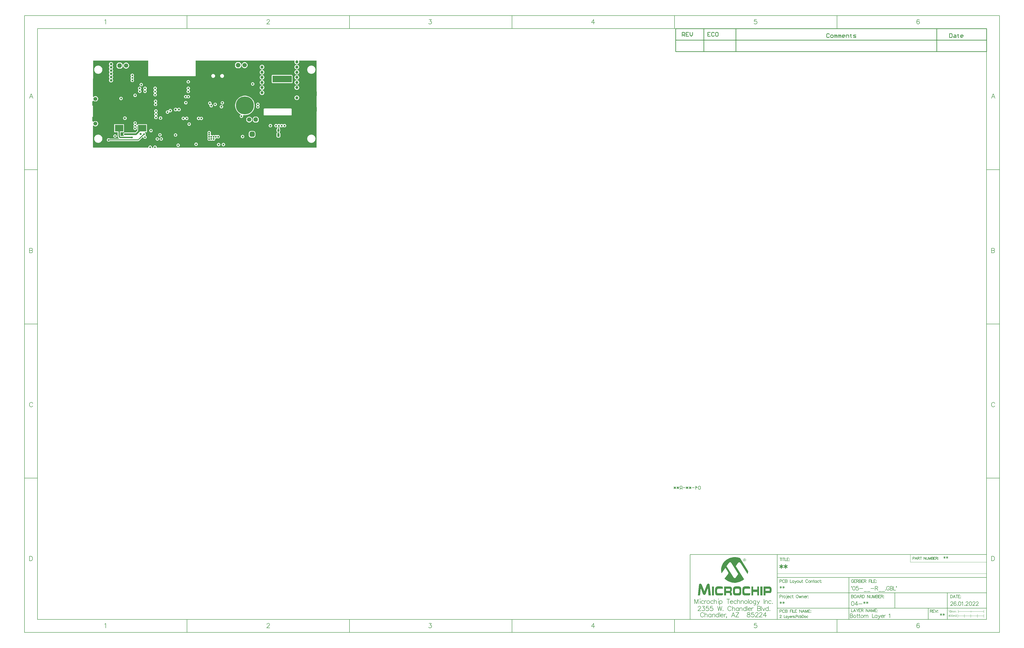
<source format=gbl>
G04*
G04 #@! TF.GenerationSoftware,Altium Limited,Altium Designer,21.0.9 (235)*
G04*
G04 Layer_Physical_Order=4*
G04 Layer_Color=16711680*
%FSLAX44Y44*%
%MOMM*%
G71*
G04*
G04 #@! TF.SameCoordinates,D83CB673-9EFF-4C90-BE85-E941A3A9D43F*
G04*
G04*
G04 #@! TF.FilePolarity,Positive*
G04*
G01*
G75*
%ADD10C,0.2000*%
%ADD11C,0.1270*%
%ADD12C,0.2540*%
%ADD14C,0.1778*%
%ADD15C,0.1500*%
%ADD16C,0.1000*%
%ADD17C,0.1800*%
%ADD18C,0.3500*%
%ADD21R,4.1910X1.7780*%
G04:AMPARAMS|DCode=22|XSize=0.9mm|YSize=0.8mm|CornerRadius=0.2mm|HoleSize=0mm|Usage=FLASHONLY|Rotation=180.000|XOffset=0mm|YOffset=0mm|HoleType=Round|Shape=RoundedRectangle|*
%AMROUNDEDRECTD22*
21,1,0.9000,0.4000,0,0,180.0*
21,1,0.5000,0.8000,0,0,180.0*
1,1,0.4000,-0.2500,0.2000*
1,1,0.4000,0.2500,0.2000*
1,1,0.4000,0.2500,-0.2000*
1,1,0.4000,-0.2500,-0.2000*
%
%ADD22ROUNDEDRECTD22*%
G04:AMPARAMS|DCode=32|XSize=1.4mm|YSize=0.9mm|CornerRadius=0.225mm|HoleSize=0mm|Usage=FLASHONLY|Rotation=270.000|XOffset=0mm|YOffset=0mm|HoleType=Round|Shape=RoundedRectangle|*
%AMROUNDEDRECTD32*
21,1,1.4000,0.4500,0,0,270.0*
21,1,0.9500,0.9000,0,0,270.0*
1,1,0.4500,-0.2250,-0.4750*
1,1,0.4500,-0.2250,0.4750*
1,1,0.4500,0.2250,0.4750*
1,1,0.4500,0.2250,-0.4750*
%
%ADD32ROUNDEDRECTD32*%
G04:AMPARAMS|DCode=34|XSize=0.9mm|YSize=0.8mm|CornerRadius=0.2mm|HoleSize=0mm|Usage=FLASHONLY|Rotation=90.000|XOffset=0mm|YOffset=0mm|HoleType=Round|Shape=RoundedRectangle|*
%AMROUNDEDRECTD34*
21,1,0.9000,0.4000,0,0,90.0*
21,1,0.5000,0.8000,0,0,90.0*
1,1,0.4000,0.2000,0.2500*
1,1,0.4000,0.2000,-0.2500*
1,1,0.4000,-0.2000,-0.2500*
1,1,0.4000,-0.2000,0.2500*
%
%ADD34ROUNDEDRECTD34*%
G04:AMPARAMS|DCode=37|XSize=1.4mm|YSize=0.9mm|CornerRadius=0.225mm|HoleSize=0mm|Usage=FLASHONLY|Rotation=180.000|XOffset=0mm|YOffset=0mm|HoleType=Round|Shape=RoundedRectangle|*
%AMROUNDEDRECTD37*
21,1,1.4000,0.4500,0,0,180.0*
21,1,0.9500,0.9000,0,0,180.0*
1,1,0.4500,-0.4750,0.2250*
1,1,0.4500,0.4750,0.2250*
1,1,0.4500,0.4750,-0.2250*
1,1,0.4500,-0.4750,-0.2250*
%
%ADD37ROUNDEDRECTD37*%
%ADD48C,7.0000*%
%ADD93C,1.0000*%
%ADD99C,1.2000*%
%ADD104C,0.7000*%
%ADD106C,0.3000*%
%ADD107C,0.5000*%
%ADD110C,0.8000*%
G04:AMPARAMS|DCode=111|XSize=1.95mm|YSize=1.95mm|CornerRadius=0.4875mm|HoleSize=0mm|Usage=FLASHONLY|Rotation=0.000|XOffset=0mm|YOffset=0mm|HoleType=Round|Shape=RoundedRectangle|*
%AMROUNDEDRECTD111*
21,1,1.9500,0.9750,0,0,0.0*
21,1,0.9750,1.9500,0,0,0.0*
1,1,0.9750,0.4875,-0.4875*
1,1,0.9750,-0.4875,-0.4875*
1,1,0.9750,-0.4875,0.4875*
1,1,0.9750,0.4875,0.4875*
%
%ADD111ROUNDEDRECTD111*%
%ADD112C,1.9500*%
%ADD113C,1.7000*%
%ADD114P,1.8401X8X202.5*%
%ADD115C,0.7000*%
%ADD116C,1.5000*%
%ADD117R,2.2500X1.5000*%
%ADD118R,3.2000X2.5000*%
G36*
X919902Y5098D02*
X296071Y5098D01*
X295269Y6144D01*
X295269Y7856D01*
X294826Y9509D01*
X293970Y10991D01*
X292760Y12201D01*
X291278Y13057D01*
X289625Y13500D01*
X287913Y13500D01*
X286260Y13057D01*
X284778Y12201D01*
X283568Y10991D01*
X282712Y9509D01*
X282269Y7856D01*
X282269Y7098D01*
X280702Y5098D01*
X277173Y5098D01*
X276370Y6144D01*
X276370Y7856D01*
X275927Y9509D01*
X275071Y10991D01*
X273861Y12201D01*
X272379Y13057D01*
X270726Y13500D01*
X269014Y13500D01*
X267361Y13057D01*
X265879Y12201D01*
X264669Y10991D01*
X263813Y9509D01*
X263370Y7856D01*
X263370Y7098D01*
X261803Y5098D01*
X47536Y5098D01*
X46124Y6514D01*
X46133Y10468D01*
X46295Y82856D01*
X46313Y90834D01*
X48315Y91660D01*
X49504Y90472D01*
X51898Y89089D01*
X54569Y88374D01*
X57333Y88374D01*
X60004Y89089D01*
X62398Y90472D01*
X64353Y92427D01*
X65736Y94821D01*
X66451Y97492D01*
X66451Y100256D01*
X65736Y102927D01*
X64353Y105321D01*
X62398Y107276D01*
X60004Y108658D01*
X57333Y109374D01*
X54569Y109374D01*
X51898Y108658D01*
X49504Y107276D01*
X48348Y106120D01*
X46350Y106950D01*
X46531Y187616D01*
X48533Y188443D01*
X49504Y187472D01*
X51898Y186089D01*
X54569Y185374D01*
X57333Y185374D01*
X60004Y186089D01*
X62398Y187472D01*
X64353Y189427D01*
X65736Y191821D01*
X66451Y194492D01*
X66451Y197256D01*
X65736Y199927D01*
X64353Y202321D01*
X62398Y204276D01*
X60004Y205658D01*
X57333Y206374D01*
X54569Y206374D01*
X51898Y205658D01*
X49504Y204276D01*
X48567Y203339D01*
X46568Y204169D01*
X46887Y345522D01*
X261811Y345522D01*
X261811Y287325D01*
X262044Y286154D01*
X262707Y285162D01*
X263699Y284499D01*
X264870Y284266D01*
X444870Y284266D01*
X446040Y284499D01*
X447033Y285162D01*
X447696Y286154D01*
X447929Y287325D01*
X447929Y345522D01*
X833744Y345522D01*
X834744Y343790D01*
X834613Y343564D01*
X834000Y341275D01*
X834000Y338905D01*
X834613Y336616D01*
X835798Y334564D01*
X837474Y332888D01*
X839526Y331703D01*
X841815Y331090D01*
X844185Y331090D01*
X846474Y331703D01*
X848526Y332888D01*
X850202Y334564D01*
X851387Y336616D01*
X852000Y338905D01*
X852000Y341275D01*
X851387Y343564D01*
X851256Y343790D01*
X852256Y345522D01*
X919902Y345522D01*
X919902Y5098D01*
X919902Y5098D02*
G37*
G36*
X2593426Y-1601897D02*
X2594273Y-1602179D01*
X2595402Y-1602602D01*
X2596389Y-1603166D01*
X2597236Y-1604154D01*
X2597800Y-1605565D01*
X2598082Y-1607258D01*
X2598082Y-1607540D01*
X2597941Y-1608105D01*
X2597800Y-1609093D01*
X2597377Y-1610080D01*
X2596813Y-1611209D01*
X2595825Y-1612056D01*
X2594414Y-1612761D01*
X2592580Y-1613043D01*
X2592156Y-1613043D01*
X2591733Y-1612902D01*
X2591169Y-1612761D01*
X2589758Y-1612338D01*
X2589052Y-1611914D01*
X2588347Y-1611350D01*
X2588347Y-1611209D01*
X2588065Y-1611068D01*
X2587500Y-1610221D01*
X2586936Y-1608951D01*
X2586795Y-1608105D01*
X2586654Y-1607258D01*
X2586654Y-1607117D01*
X2586654Y-1606835D01*
X2586795Y-1606412D01*
X2586936Y-1605988D01*
X2587500Y-1604718D01*
X2587923Y-1604013D01*
X2588488Y-1603449D01*
X2588629Y-1603307D01*
X2588770Y-1603166D01*
X2589617Y-1602602D01*
X2590887Y-1602038D01*
X2591733Y-1601755D01*
X2592862Y-1601755D01*
X2593426Y-1601897D01*
X2593426Y-1601897D02*
G37*
G36*
X2557305Y-1596958D02*
X2558434Y-1597099D01*
X2559845Y-1597099D01*
X2561256Y-1597381D01*
X2564501Y-1597805D01*
X2568029Y-1598651D01*
X2571556Y-1599639D01*
X2575084Y-1601050D01*
X2606689Y-1651422D01*
X2606689Y-1651563D01*
X2606689Y-1651845D01*
X2606548Y-1652409D01*
X2606548Y-1652974D01*
X2606407Y-1653820D01*
X2606266Y-1654808D01*
X2605843Y-1656924D01*
X2605843Y-1657065D01*
X2605702Y-1657489D01*
X2605561Y-1658053D01*
X2605420Y-1658759D01*
X2605137Y-1659746D01*
X2604855Y-1660734D01*
X2604149Y-1663133D01*
X2576636Y-1620098D01*
X2576495Y-1619957D01*
X2576353Y-1619534D01*
X2575789Y-1618969D01*
X2575225Y-1618405D01*
X2574519Y-1617841D01*
X2573673Y-1617276D01*
X2572826Y-1616853D01*
X2571697Y-1616712D01*
X2571274Y-1616712D01*
X2570851Y-1616853D01*
X2570286Y-1617135D01*
X2569581Y-1617558D01*
X2568734Y-1618123D01*
X2568029Y-1618828D01*
X2567182Y-1619957D01*
X2558011Y-1632515D01*
X2590322Y-1683451D01*
X2590181Y-1683592D01*
X2589617Y-1684015D01*
X2588770Y-1684720D01*
X2587641Y-1685567D01*
X2586089Y-1686696D01*
X2584255Y-1687825D01*
X2582280Y-1689095D01*
X2579881Y-1690364D01*
X2577341Y-1691634D01*
X2574378Y-1692904D01*
X2571415Y-1694033D01*
X2568029Y-1695162D01*
X2564501Y-1696008D01*
X2560833Y-1696714D01*
X2557023Y-1697137D01*
X2552931Y-1697278D01*
X2551944Y-1697278D01*
X2550815Y-1697137D01*
X2549263Y-1696996D01*
X2547287Y-1696714D01*
X2545030Y-1696431D01*
X2542631Y-1695867D01*
X2539809Y-1695162D01*
X2536987Y-1694315D01*
X2533883Y-1693186D01*
X2530638Y-1691916D01*
X2527393Y-1690364D01*
X2524148Y-1688389D01*
X2520902Y-1686272D01*
X2517798Y-1683733D01*
X2514694Y-1680770D01*
X2528380Y-1661863D01*
X2528522Y-1661722D01*
X2528663Y-1661157D01*
X2528945Y-1660311D01*
X2529086Y-1659605D01*
X2529227Y-1658759D01*
X2529227Y-1658476D01*
X2529086Y-1657771D01*
X2528663Y-1656501D01*
X2527816Y-1654949D01*
X2517657Y-1639005D01*
X2502560Y-1660029D01*
X2502560Y-1659887D01*
X2502419Y-1659746D01*
X2502278Y-1658900D01*
X2501995Y-1657630D01*
X2501713Y-1655937D01*
X2501290Y-1653820D01*
X2501008Y-1651563D01*
X2500867Y-1648882D01*
X2500726Y-1646201D01*
X2500726Y-1645919D01*
X2500726Y-1645354D01*
X2500867Y-1644226D01*
X2501008Y-1642956D01*
X2501149Y-1641263D01*
X2501431Y-1639287D01*
X2501995Y-1637030D01*
X2502560Y-1634631D01*
X2503265Y-1632091D01*
X2504253Y-1629269D01*
X2505523Y-1626447D01*
X2506793Y-1623625D01*
X2508486Y-1620804D01*
X2510461Y-1617841D01*
X2512719Y-1615019D01*
X2515258Y-1612338D01*
X2515400Y-1612197D01*
X2515964Y-1611632D01*
X2516811Y-1610927D01*
X2518080Y-1609939D01*
X2519633Y-1608669D01*
X2521467Y-1607399D01*
X2523583Y-1605988D01*
X2525982Y-1604577D01*
X2528663Y-1603166D01*
X2531626Y-1601755D01*
X2534871Y-1600345D01*
X2538257Y-1599216D01*
X2541926Y-1598228D01*
X2545876Y-1597522D01*
X2549968Y-1596958D01*
X2554342Y-1596817D01*
X2556318Y-1596817D01*
X2557305Y-1596958D01*
X2557305Y-1596958D02*
G37*
G36*
X2609793Y-1711529D02*
X2610499Y-1711670D01*
X2611064Y-1711811D01*
X2611205Y-1711811D01*
X2611487Y-1711952D01*
X2612474Y-1712375D01*
X2613039Y-1712940D01*
X2613462Y-1713504D01*
X2613885Y-1714210D01*
X2614167Y-1715197D01*
X2614167Y-1715338D01*
X2614308Y-1715480D01*
X2614308Y-1715903D01*
X2614450Y-1716608D01*
X2614450Y-1717314D01*
X2614591Y-1718302D01*
X2614591Y-1719430D01*
X2614591Y-1720700D01*
X2595684Y-1720277D01*
X2595543Y-1720277D01*
X2594978Y-1720418D01*
X2594273Y-1720559D01*
X2593567Y-1721124D01*
X2592721Y-1721829D01*
X2592015Y-1723099D01*
X2591733Y-1723945D01*
X2591451Y-1724933D01*
X2591310Y-1725921D01*
X2591310Y-1727191D01*
X2591310Y-1731000D01*
X2591310Y-1731141D01*
X2591310Y-1731283D01*
X2591451Y-1732129D01*
X2591592Y-1733117D01*
X2591874Y-1734387D01*
X2592297Y-1735656D01*
X2593144Y-1736785D01*
X2594132Y-1737632D01*
X2594837Y-1737773D01*
X2595543Y-1737914D01*
X2614873Y-1737914D01*
X2614873Y-1738196D01*
X2614873Y-1738761D01*
X2614873Y-1739748D01*
X2614732Y-1740877D01*
X2614591Y-1742006D01*
X2614450Y-1743135D01*
X2614167Y-1744122D01*
X2613744Y-1744828D01*
X2613744Y-1744969D01*
X2613462Y-1745110D01*
X2613039Y-1745392D01*
X2612474Y-1745674D01*
X2611628Y-1746098D01*
X2610499Y-1746380D01*
X2609088Y-1746521D01*
X2607395Y-1746662D01*
X2593285Y-1746662D01*
X2592156Y-1746521D01*
X2590746Y-1746239D01*
X2589334Y-1745815D01*
X2587782Y-1745110D01*
X2586512Y-1744263D01*
X2585525Y-1742993D01*
X2585525Y-1742852D01*
X2585243Y-1742429D01*
X2584960Y-1741724D01*
X2584678Y-1740877D01*
X2584396Y-1739607D01*
X2584114Y-1738196D01*
X2583973Y-1736362D01*
X2583831Y-1734387D01*
X2583831Y-1723945D01*
X2583831Y-1723804D01*
X2583831Y-1723522D01*
X2583831Y-1723099D01*
X2583973Y-1722534D01*
X2584114Y-1721124D01*
X2584396Y-1719289D01*
X2584819Y-1717455D01*
X2585666Y-1715621D01*
X2586654Y-1714069D01*
X2587359Y-1713363D01*
X2588065Y-1712799D01*
X2588206Y-1712799D01*
X2588488Y-1712517D01*
X2588911Y-1712375D01*
X2589617Y-1712093D01*
X2590463Y-1711811D01*
X2591592Y-1711670D01*
X2592862Y-1711388D01*
X2608100Y-1711388D01*
X2609793Y-1711529D01*
X2609793Y-1711529D02*
G37*
G36*
X2649019Y-1746380D02*
X2641823Y-1746380D01*
X2641823Y-1733258D01*
X2626161Y-1733258D01*
X2626161Y-1746380D01*
X2619388Y-1746380D01*
X2619388Y-1711811D01*
X2626161Y-1711811D01*
X2626161Y-1723945D01*
X2641823Y-1723945D01*
X2641823Y-1711811D01*
X2649019Y-1711811D01*
X2649019Y-1746380D01*
X2649019Y-1746380D02*
G37*
G36*
X2452047Y-1700523D02*
X2452753Y-1700664D01*
X2453599Y-1701088D01*
X2454305Y-1701652D01*
X2455010Y-1702640D01*
X2455716Y-1703910D01*
X2455998Y-1705744D01*
X2460654Y-1746380D01*
X2451906Y-1746380D01*
X2449507Y-1717173D01*
X2449366Y-1717173D01*
X2440477Y-1740595D01*
X2440477Y-1740736D01*
X2440195Y-1741159D01*
X2439772Y-1741865D01*
X2439207Y-1742570D01*
X2438502Y-1743276D01*
X2437655Y-1743981D01*
X2436667Y-1744404D01*
X2435398Y-1744546D01*
X2434833Y-1744546D01*
X2434128Y-1744263D01*
X2433281Y-1743981D01*
X2432294Y-1743558D01*
X2431447Y-1742852D01*
X2430741Y-1741865D01*
X2430036Y-1740595D01*
X2421147Y-1717596D01*
X2421006Y-1717596D01*
X2418466Y-1746380D01*
X2410000Y-1746380D01*
X2414374Y-1705321D01*
X2414374Y-1705038D01*
X2414515Y-1704474D01*
X2414797Y-1703769D01*
X2415221Y-1702781D01*
X2415785Y-1701934D01*
X2416632Y-1701088D01*
X2417760Y-1700523D01*
X2419030Y-1700382D01*
X2419736Y-1700382D01*
X2420582Y-1700664D01*
X2421570Y-1700947D01*
X2422558Y-1701511D01*
X2423687Y-1702358D01*
X2424533Y-1703486D01*
X2425380Y-1705038D01*
X2435257Y-1730154D01*
X2435398Y-1730154D01*
X2445274Y-1705038D01*
X2445415Y-1704897D01*
X2445557Y-1704333D01*
X2446121Y-1703627D01*
X2446685Y-1702640D01*
X2447532Y-1701793D01*
X2448661Y-1701088D01*
X2449931Y-1700523D01*
X2451483Y-1700382D01*
X2451624Y-1700382D01*
X2452047Y-1700523D01*
X2452047Y-1700523D02*
G37*
G36*
X2690360Y-1711952D02*
X2691489Y-1712093D01*
X2692758Y-1712517D01*
X2694170Y-1713222D01*
X2695439Y-1714210D01*
X2696568Y-1715621D01*
X2697415Y-1717596D01*
X2697415Y-1717737D01*
X2697556Y-1718019D01*
X2697556Y-1718584D01*
X2697697Y-1719289D01*
X2697838Y-1720136D01*
X2697838Y-1721124D01*
X2697979Y-1722393D01*
X2697979Y-1723663D01*
X2697979Y-1726344D01*
X2697979Y-1726626D01*
X2697979Y-1727332D01*
X2697838Y-1728461D01*
X2697697Y-1729730D01*
X2697415Y-1731283D01*
X2697133Y-1732835D01*
X2696568Y-1734104D01*
X2695863Y-1735374D01*
X2695863Y-1735515D01*
X2695580Y-1735656D01*
X2695157Y-1736080D01*
X2694734Y-1736503D01*
X2694028Y-1736926D01*
X2693182Y-1737209D01*
X2692335Y-1737491D01*
X2691206Y-1737632D01*
X2673993Y-1737632D01*
X2673993Y-1746380D01*
X2666938Y-1746380D01*
X2666938Y-1711811D01*
X2689655Y-1711811D01*
X2690360Y-1711952D01*
X2690360Y-1711952D02*
G37*
G36*
X2662281Y-1746380D02*
X2654098Y-1746380D01*
X2654098Y-1711811D01*
X2662281Y-1711811D01*
X2662281Y-1746380D01*
X2662281Y-1746380D02*
G37*
G36*
X2537270Y-1711952D02*
X2538398Y-1712375D01*
X2539668Y-1713081D01*
X2540233Y-1713645D01*
X2540938Y-1714351D01*
X2541503Y-1715197D01*
X2541926Y-1716185D01*
X2542490Y-1717314D01*
X2542772Y-1718725D01*
X2542914Y-1720277D01*
X2543055Y-1722111D01*
X2543055Y-1724228D01*
X2543055Y-1724369D01*
X2543055Y-1724510D01*
X2543055Y-1725356D01*
X2542914Y-1726626D01*
X2542631Y-1728037D01*
X2542067Y-1729448D01*
X2541361Y-1730859D01*
X2540374Y-1731988D01*
X2539104Y-1732835D01*
X2539104Y-1732976D01*
X2539245Y-1732976D01*
X2539668Y-1733258D01*
X2540374Y-1733681D01*
X2541079Y-1734387D01*
X2541785Y-1735374D01*
X2542490Y-1736644D01*
X2542914Y-1738337D01*
X2543055Y-1740595D01*
X2543055Y-1746380D01*
X2535718Y-1746380D01*
X2535718Y-1742288D01*
X2535718Y-1742147D01*
X2535718Y-1741865D01*
X2535718Y-1741300D01*
X2535718Y-1740736D01*
X2535576Y-1739607D01*
X2535576Y-1739043D01*
X2535435Y-1738620D01*
X2535294Y-1738478D01*
X2534871Y-1737914D01*
X2534165Y-1737491D01*
X2532896Y-1737350D01*
X2520056Y-1737350D01*
X2520056Y-1746380D01*
X2512719Y-1746380D01*
X2512719Y-1711811D01*
X2536423Y-1711811D01*
X2537270Y-1711952D01*
X2537270Y-1711952D02*
G37*
G36*
X2473071Y-1746380D02*
X2465028Y-1746380D01*
X2465028Y-1711811D01*
X2473071Y-1711811D01*
X2473071Y-1746380D01*
X2473071Y-1746380D02*
G37*
G36*
X2571556Y-1711529D02*
X2572826Y-1711811D01*
X2574096Y-1712093D01*
X2575507Y-1712658D01*
X2576636Y-1713504D01*
X2577623Y-1714492D01*
X2577765Y-1714633D01*
X2578047Y-1715056D01*
X2578329Y-1715762D01*
X2578752Y-1716750D01*
X2579175Y-1718161D01*
X2579599Y-1719713D01*
X2579740Y-1721547D01*
X2579881Y-1723804D01*
X2579881Y-1734245D01*
X2579881Y-1734387D01*
X2579881Y-1734669D01*
X2579881Y-1735092D01*
X2579740Y-1735798D01*
X2579599Y-1737350D01*
X2579316Y-1739325D01*
X2578611Y-1741300D01*
X2577765Y-1743276D01*
X2576495Y-1744828D01*
X2575648Y-1745533D01*
X2574801Y-1745957D01*
X2574660Y-1745957D01*
X2574378Y-1746098D01*
X2573955Y-1746239D01*
X2573391Y-1746239D01*
X2572685Y-1746380D01*
X2571838Y-1746521D01*
X2569581Y-1746662D01*
X2556882Y-1746662D01*
X2555753Y-1746521D01*
X2554483Y-1746239D01*
X2553073Y-1745815D01*
X2551662Y-1745251D01*
X2550392Y-1744404D01*
X2549263Y-1743276D01*
X2549122Y-1743135D01*
X2548981Y-1742711D01*
X2548698Y-1742006D01*
X2548416Y-1741018D01*
X2547993Y-1739889D01*
X2547711Y-1738337D01*
X2547570Y-1736362D01*
X2547429Y-1734245D01*
X2547429Y-1723804D01*
X2547429Y-1723663D01*
X2547429Y-1723381D01*
X2547429Y-1722817D01*
X2547570Y-1722111D01*
X2547711Y-1720418D01*
X2548134Y-1718443D01*
X2548840Y-1716326D01*
X2549968Y-1714492D01*
X2550674Y-1713645D01*
X2551379Y-1712940D01*
X2552367Y-1712375D01*
X2553355Y-1711952D01*
X2553496Y-1711952D01*
X2553637Y-1711811D01*
X2554060Y-1711811D01*
X2554625Y-1711670D01*
X2556035Y-1711529D01*
X2557870Y-1711388D01*
X2570569Y-1711388D01*
X2571556Y-1711529D01*
X2571556Y-1711529D02*
G37*
G36*
X2500867Y-1711529D02*
X2502560Y-1711529D01*
X2504112Y-1711670D01*
X2505382Y-1711952D01*
X2505805Y-1712093D01*
X2506087Y-1712234D01*
X2506228Y-1712234D01*
X2506369Y-1712517D01*
X2506652Y-1712940D01*
X2507075Y-1713645D01*
X2507498Y-1714633D01*
X2507780Y-1716044D01*
X2507921Y-1717878D01*
X2508062Y-1720277D01*
X2489014Y-1720277D01*
X2488168Y-1720418D01*
X2487180Y-1720841D01*
X2486192Y-1721688D01*
X2486051Y-1721970D01*
X2485910Y-1722252D01*
X2485628Y-1722817D01*
X2485487Y-1723522D01*
X2485205Y-1724510D01*
X2485064Y-1725780D01*
X2485064Y-1727191D01*
X2485064Y-1731000D01*
X2485064Y-1731141D01*
X2485064Y-1731706D01*
X2485064Y-1732411D01*
X2485205Y-1733117D01*
X2485346Y-1734951D01*
X2485487Y-1735656D01*
X2485628Y-1736221D01*
X2485769Y-1736503D01*
X2486334Y-1737068D01*
X2486898Y-1737350D01*
X2487462Y-1737632D01*
X2488309Y-1737773D01*
X2489155Y-1737914D01*
X2508486Y-1737914D01*
X2508486Y-1738196D01*
X2508486Y-1738761D01*
X2508486Y-1739607D01*
X2508345Y-1740595D01*
X2508062Y-1742852D01*
X2507780Y-1743840D01*
X2507498Y-1744546D01*
X2507498Y-1744687D01*
X2507216Y-1744828D01*
X2506793Y-1745251D01*
X2506228Y-1745533D01*
X2505241Y-1745957D01*
X2504112Y-1746380D01*
X2502701Y-1746521D01*
X2501008Y-1746662D01*
X2487039Y-1746662D01*
X2486051Y-1746521D01*
X2484781Y-1746239D01*
X2483371Y-1745957D01*
X2481960Y-1745533D01*
X2480690Y-1744828D01*
X2479702Y-1743840D01*
X2479561Y-1743699D01*
X2479420Y-1743276D01*
X2478997Y-1742570D01*
X2478573Y-1741583D01*
X2478150Y-1740313D01*
X2477868Y-1738620D01*
X2477586Y-1736644D01*
X2477444Y-1734245D01*
X2477444Y-1723804D01*
X2477444Y-1723663D01*
X2477444Y-1723381D01*
X2477444Y-1722817D01*
X2477586Y-1722111D01*
X2477868Y-1720277D01*
X2478291Y-1718161D01*
X2479138Y-1716044D01*
X2480408Y-1714069D01*
X2481254Y-1713222D01*
X2482242Y-1712517D01*
X2483230Y-1711952D01*
X2484499Y-1711670D01*
X2484781Y-1711670D01*
X2485487Y-1711529D01*
X2486616Y-1711388D01*
X2499173Y-1711388D01*
X2500867Y-1711529D01*
X2500867Y-1711529D02*
G37*
%LPC*%
G36*
X640484Y339160D02*
X637456Y339160D01*
X634531Y338376D01*
X631909Y336862D01*
X629768Y334721D01*
X628254Y332099D01*
X627470Y329174D01*
X627470Y326146D01*
X628254Y323221D01*
X629768Y320599D01*
X631909Y318458D01*
X634531Y316944D01*
X637456Y316160D01*
X640484Y316160D01*
X643409Y316944D01*
X646031Y318458D01*
X648172Y320599D01*
X649686Y323221D01*
X650470Y326146D01*
X650470Y329174D01*
X649686Y332099D01*
X648172Y334721D01*
X646031Y336862D01*
X643409Y338376D01*
X640484Y339160D01*
X640484Y339160D02*
G37*
G36*
X619320Y339160D02*
X607820Y339160D01*
X602070Y333410D01*
X602070Y321910D01*
X607820Y316160D01*
X619320Y316160D01*
X625070Y321910D01*
X625070Y333410D01*
X619320Y339160D01*
X619320Y339160D02*
G37*
G36*
X177383Y337457D02*
X174354Y337457D01*
X171430Y336674D01*
X168807Y335160D01*
X166666Y333019D01*
X165152Y330396D01*
X164368Y327471D01*
X164368Y324443D01*
X165152Y321519D01*
X166666Y318896D01*
X168807Y316755D01*
X171430Y315241D01*
X174354Y314457D01*
X177383Y314457D01*
X180307Y315241D01*
X182930Y316755D01*
X185071Y318896D01*
X186585Y321519D01*
X187369Y324443D01*
X187369Y327471D01*
X186585Y330396D01*
X185071Y333019D01*
X182930Y335160D01*
X180307Y336674D01*
X177383Y337457D01*
X177383Y337457D02*
G37*
G36*
X156219Y337457D02*
X144719Y337457D01*
X138968Y331707D01*
X138968Y320207D01*
X144719Y314457D01*
X156219Y314457D01*
X161968Y320207D01*
X161968Y331707D01*
X156219Y337457D01*
X156219Y337457D02*
G37*
G36*
X844185Y329090D02*
X841815Y329090D01*
X839526Y328477D01*
X837474Y327292D01*
X835798Y325616D01*
X834613Y323564D01*
X834000Y321275D01*
X834000Y318905D01*
X834613Y316616D01*
X835798Y314564D01*
X837474Y312888D01*
X839526Y311703D01*
X841815Y311090D01*
X844185Y311090D01*
X846474Y311703D01*
X848526Y312888D01*
X850202Y314564D01*
X851387Y316616D01*
X852000Y318905D01*
X852000Y321275D01*
X851387Y323564D01*
X850202Y325616D01*
X848526Y327292D01*
X846474Y328477D01*
X844185Y329090D01*
X844185Y329090D02*
G37*
G36*
X708185Y329090D02*
X705815Y329090D01*
X703526Y328477D01*
X701474Y327292D01*
X699798Y325616D01*
X698613Y323564D01*
X698000Y321275D01*
X698000Y318905D01*
X698613Y316616D01*
X699798Y314564D01*
X701474Y312888D01*
X703526Y311703D01*
X705815Y311090D01*
X708185Y311090D01*
X710474Y311703D01*
X712526Y312888D01*
X714202Y314564D01*
X715387Y316616D01*
X716000Y318905D01*
X716000Y321275D01*
X715387Y323564D01*
X714202Y325616D01*
X712526Y327292D01*
X710474Y328477D01*
X708185Y329090D01*
X708185Y329090D02*
G37*
G36*
X901326Y326000D02*
X898174Y326000D01*
X895083Y325385D01*
X892171Y324179D01*
X889551Y322428D01*
X887322Y320199D01*
X885571Y317579D01*
X884365Y314667D01*
X883750Y311576D01*
X883750Y308424D01*
X884365Y305333D01*
X885571Y302421D01*
X887322Y299801D01*
X889551Y297572D01*
X892171Y295821D01*
X895083Y294615D01*
X898174Y294000D01*
X901326Y294000D01*
X904417Y294615D01*
X907329Y295821D01*
X909949Y297572D01*
X912178Y299801D01*
X913929Y302421D01*
X915135Y305333D01*
X915750Y308424D01*
X915750Y311576D01*
X915135Y314667D01*
X913929Y317579D01*
X912178Y320199D01*
X909949Y322428D01*
X907329Y324179D01*
X904417Y325385D01*
X901326Y326000D01*
X901326Y326000D02*
G37*
G36*
X68566Y326000D02*
X65414Y326000D01*
X62323Y325385D01*
X59411Y324179D01*
X56791Y322428D01*
X54562Y320199D01*
X52811Y317579D01*
X51605Y314667D01*
X50990Y311576D01*
X50990Y308424D01*
X51605Y305333D01*
X52811Y302421D01*
X54562Y299801D01*
X56791Y297572D01*
X59411Y295821D01*
X62323Y294615D01*
X65414Y294000D01*
X68566Y294000D01*
X71657Y294615D01*
X74569Y295821D01*
X77189Y297572D01*
X79418Y299801D01*
X81169Y302421D01*
X82375Y305333D01*
X82990Y308424D01*
X82990Y311576D01*
X82375Y314667D01*
X81169Y317579D01*
X79418Y320199D01*
X77189Y322428D01*
X74569Y324179D01*
X71657Y325385D01*
X68566Y326000D01*
X68566Y326000D02*
G37*
G36*
X844185Y309090D02*
X841815Y309090D01*
X839526Y308477D01*
X837474Y307292D01*
X835798Y305616D01*
X834613Y303564D01*
X834000Y301275D01*
X834000Y298905D01*
X834613Y296616D01*
X835798Y294564D01*
X837474Y292888D01*
X839526Y291703D01*
X841815Y291090D01*
X844185Y291090D01*
X846474Y291703D01*
X848526Y292888D01*
X850202Y294564D01*
X851387Y296616D01*
X852000Y298905D01*
X852000Y301275D01*
X851387Y303564D01*
X850202Y305616D01*
X848526Y307292D01*
X846474Y308477D01*
X844185Y309090D01*
X844185Y309090D02*
G37*
G36*
X708185Y309090D02*
X705815Y309090D01*
X703526Y308477D01*
X701474Y307292D01*
X699798Y305616D01*
X698613Y303564D01*
X698000Y301275D01*
X698000Y298905D01*
X698613Y296616D01*
X699798Y294564D01*
X701474Y292888D01*
X703526Y291703D01*
X705815Y291090D01*
X708185Y291090D01*
X710474Y291703D01*
X712526Y292888D01*
X714202Y294564D01*
X715387Y296616D01*
X716000Y298905D01*
X716000Y301275D01*
X715387Y303564D01*
X714202Y305616D01*
X712526Y307292D01*
X710474Y308477D01*
X708185Y309090D01*
X708185Y309090D02*
G37*
G36*
X552047Y293080D02*
X550073Y293080D01*
X548165Y292569D01*
X546455Y291581D01*
X545059Y290185D01*
X544071Y288475D01*
X543560Y286567D01*
X543560Y284593D01*
X544071Y282685D01*
X545059Y280975D01*
X546455Y279578D01*
X548165Y278591D01*
X550073Y278080D01*
X552047Y278080D01*
X553955Y278591D01*
X555665Y279578D01*
X557061Y280975D01*
X558049Y282685D01*
X558560Y284593D01*
X558560Y286567D01*
X558049Y288475D01*
X557061Y290185D01*
X555665Y291581D01*
X553955Y292569D01*
X552047Y293080D01*
X552047Y293080D02*
G37*
G36*
X517047Y293080D02*
X515073Y293080D01*
X513165Y292569D01*
X511455Y291581D01*
X510059Y290185D01*
X509071Y288475D01*
X508560Y286567D01*
X508560Y284593D01*
X509071Y282685D01*
X510059Y280975D01*
X511455Y279578D01*
X513165Y278591D01*
X515073Y278080D01*
X517047Y278080D01*
X518955Y278591D01*
X520665Y279578D01*
X522061Y280975D01*
X523049Y282685D01*
X523560Y284593D01*
X523560Y286567D01*
X523049Y288475D01*
X522061Y290185D01*
X520665Y291581D01*
X518955Y292569D01*
X517047Y293080D01*
X517047Y293080D02*
G37*
G36*
X844185Y289090D02*
X841815Y289090D01*
X839526Y288477D01*
X837474Y287292D01*
X835798Y285616D01*
X834613Y283564D01*
X834000Y281275D01*
X834000Y278905D01*
X834613Y276616D01*
X835798Y274564D01*
X837474Y272888D01*
X839526Y271703D01*
X841815Y271090D01*
X844185Y271090D01*
X846474Y271703D01*
X848526Y272888D01*
X850202Y274564D01*
X851387Y276616D01*
X852000Y278905D01*
X852000Y281275D01*
X851387Y283564D01*
X850202Y285616D01*
X848526Y287292D01*
X846474Y288477D01*
X844185Y289090D01*
X844185Y289090D02*
G37*
G36*
X708185Y289090D02*
X705815Y289090D01*
X703526Y288477D01*
X701474Y287292D01*
X699798Y285616D01*
X698613Y283564D01*
X698000Y281275D01*
X698000Y278905D01*
X698613Y276616D01*
X699798Y274564D01*
X701474Y272888D01*
X703526Y271703D01*
X705815Y271090D01*
X708185Y271090D01*
X710474Y271703D01*
X712526Y272888D01*
X714202Y274564D01*
X715387Y276616D01*
X716000Y278905D01*
X716000Y281275D01*
X715387Y283564D01*
X714202Y285616D01*
X712526Y287292D01*
X710474Y288477D01*
X708185Y289090D01*
X708185Y289090D02*
G37*
G36*
X200856Y294500D02*
X199144Y294500D01*
X197491Y294057D01*
X196009Y293201D01*
X194799Y291991D01*
X193943Y290509D01*
X193500Y288856D01*
X193500Y287144D01*
X193943Y285491D01*
X194799Y284009D01*
X195808Y283000D01*
X194799Y281991D01*
X193943Y280509D01*
X193500Y278856D01*
X193500Y277144D01*
X193943Y275491D01*
X194799Y274009D01*
X195844Y272963D01*
X194799Y271918D01*
X193943Y270435D01*
X193500Y268782D01*
X193500Y267071D01*
X193943Y265418D01*
X194799Y263935D01*
X196009Y262725D01*
X197491Y261870D01*
X199144Y261427D01*
X200856Y261427D01*
X202509Y261870D01*
X203991Y262725D01*
X205201Y263935D01*
X206057Y265418D01*
X206500Y267071D01*
X206500Y268782D01*
X206057Y270435D01*
X205201Y271918D01*
X204156Y272963D01*
X205201Y274009D01*
X206057Y275491D01*
X206500Y277144D01*
X206500Y278856D01*
X206057Y280509D01*
X205201Y281991D01*
X204192Y283000D01*
X205201Y284009D01*
X206057Y285491D01*
X206500Y287144D01*
X206500Y288856D01*
X206057Y290509D01*
X205201Y291991D01*
X203991Y293201D01*
X202509Y294057D01*
X200856Y294500D01*
X200856Y294500D02*
G37*
G36*
X118053Y339700D02*
X115947Y339700D01*
X113912Y339155D01*
X112088Y338102D01*
X110598Y336612D01*
X109545Y334788D01*
X109000Y332753D01*
X109000Y330647D01*
X109545Y328612D01*
X110598Y326788D01*
X112036Y325350D01*
X110598Y323912D01*
X109545Y322088D01*
X109000Y320053D01*
X109000Y317947D01*
X109545Y315912D01*
X110598Y314088D01*
X112036Y312650D01*
X110598Y311212D01*
X109545Y309388D01*
X109000Y307353D01*
X109000Y305247D01*
X109545Y303212D01*
X110598Y301388D01*
X112036Y299950D01*
X110598Y298512D01*
X109545Y296688D01*
X109000Y294653D01*
X109000Y292547D01*
X109545Y290512D01*
X110598Y288688D01*
X112036Y287250D01*
X110598Y285812D01*
X109545Y283988D01*
X109000Y281953D01*
X109000Y279847D01*
X109545Y277812D01*
X110598Y275988D01*
X112036Y274550D01*
X110598Y273112D01*
X109545Y271288D01*
X109000Y269253D01*
X109000Y267147D01*
X109545Y265112D01*
X110598Y263288D01*
X112088Y261798D01*
X113912Y260745D01*
X115947Y260200D01*
X118053Y260200D01*
X120088Y260745D01*
X121912Y261798D01*
X123402Y263288D01*
X124455Y265112D01*
X125000Y267147D01*
X125000Y269253D01*
X124455Y271288D01*
X123402Y273112D01*
X121964Y274550D01*
X123402Y275988D01*
X124455Y277812D01*
X125000Y279847D01*
X125000Y281953D01*
X124455Y283988D01*
X123402Y285812D01*
X121964Y287250D01*
X123402Y288688D01*
X124455Y290512D01*
X125000Y292547D01*
X125000Y294653D01*
X124455Y296688D01*
X123402Y298512D01*
X121964Y299950D01*
X123402Y301388D01*
X124455Y303212D01*
X125000Y305247D01*
X125000Y307353D01*
X124455Y309388D01*
X123402Y311212D01*
X121964Y312650D01*
X123402Y314088D01*
X124455Y315912D01*
X125000Y317947D01*
X125000Y320053D01*
X124455Y322088D01*
X123402Y323912D01*
X121964Y325350D01*
X123402Y326788D01*
X124455Y328612D01*
X125000Y330647D01*
X125000Y332753D01*
X124455Y334788D01*
X123402Y336612D01*
X121912Y338102D01*
X120088Y339155D01*
X118053Y339700D01*
X118053Y339700D02*
G37*
G36*
X822357Y289478D02*
X822357Y289478D01*
X748150Y289478D01*
X746980Y289245D01*
X745987Y288582D01*
X745324Y287590D01*
X745091Y286419D01*
X745091Y260500D01*
X745324Y259329D01*
X745987Y258337D01*
X746980Y257674D01*
X748150Y257441D01*
X823202Y257441D01*
X824373Y257674D01*
X825365Y258337D01*
X826028Y259329D01*
X826261Y260500D01*
X826261Y285574D01*
X826261Y285574D01*
X826028Y286744D01*
X825365Y287737D01*
X825365Y287737D01*
X824520Y288582D01*
X823527Y289245D01*
X822357Y289478D01*
X822357Y289478D02*
G37*
G36*
X419687Y269225D02*
X417975Y269225D01*
X416322Y268782D01*
X414840Y267926D01*
X413630Y266716D01*
X412774Y265234D01*
X412331Y263581D01*
X412331Y261869D01*
X412774Y260216D01*
X413630Y258734D01*
X414840Y257524D01*
X416322Y256668D01*
X417975Y256225D01*
X419687Y256225D01*
X421340Y256668D01*
X422822Y257524D01*
X424032Y258734D01*
X424888Y260216D01*
X425331Y261869D01*
X425331Y263581D01*
X424888Y265234D01*
X424032Y266716D01*
X422822Y267926D01*
X421340Y268782D01*
X419687Y269225D01*
X419687Y269225D02*
G37*
G36*
X844185Y269090D02*
X841815Y269090D01*
X839526Y268477D01*
X837474Y267292D01*
X835798Y265616D01*
X834613Y263564D01*
X834000Y261275D01*
X834000Y258905D01*
X834613Y256616D01*
X835798Y254564D01*
X837474Y252888D01*
X839526Y251703D01*
X841815Y251090D01*
X844185Y251090D01*
X846474Y251703D01*
X848526Y252888D01*
X850202Y254564D01*
X851387Y256616D01*
X852000Y258905D01*
X852000Y261275D01*
X851387Y263564D01*
X850202Y265616D01*
X848526Y267292D01*
X846474Y268477D01*
X844185Y269090D01*
X844185Y269090D02*
G37*
G36*
X708185Y269090D02*
X705815Y269090D01*
X703526Y268477D01*
X701474Y267292D01*
X699798Y265616D01*
X698613Y263564D01*
X698000Y261275D01*
X698000Y258905D01*
X698613Y256616D01*
X699798Y254564D01*
X701474Y252888D01*
X703526Y251703D01*
X705815Y251090D01*
X708185Y251090D01*
X710474Y251703D01*
X712526Y252888D01*
X714202Y254564D01*
X715387Y256616D01*
X716000Y258905D01*
X716000Y261275D01*
X715387Y263564D01*
X714202Y265616D01*
X712526Y267292D01*
X710474Y268477D01*
X708185Y269090D01*
X708185Y269090D02*
G37*
G36*
X671356Y260500D02*
X669644Y260500D01*
X667991Y260057D01*
X666509Y259201D01*
X665299Y257991D01*
X664443Y256509D01*
X664000Y254856D01*
X664000Y253144D01*
X664443Y251491D01*
X665299Y250009D01*
X666509Y248799D01*
X667991Y247943D01*
X669644Y247500D01*
X671356Y247500D01*
X673009Y247943D01*
X674491Y248799D01*
X675701Y250009D01*
X676557Y251491D01*
X677000Y253144D01*
X677000Y254856D01*
X676557Y256509D01*
X675701Y257991D01*
X674491Y259201D01*
X673009Y260057D01*
X671356Y260500D01*
X671356Y260500D02*
G37*
G36*
X235700Y258192D02*
X233988Y258192D01*
X232335Y257749D01*
X230853Y256893D01*
X229643Y255683D01*
X228787Y254200D01*
X228344Y252547D01*
X228344Y250836D01*
X228787Y249183D01*
X229643Y247701D01*
X230853Y246490D01*
X232335Y245635D01*
X233988Y245192D01*
X235700Y245192D01*
X237353Y245635D01*
X238835Y246490D01*
X240045Y247701D01*
X240901Y249183D01*
X241344Y250836D01*
X241344Y252547D01*
X240901Y254200D01*
X240045Y255683D01*
X238835Y256893D01*
X237353Y257749D01*
X235700Y258192D01*
X235700Y258192D02*
G37*
G36*
X844185Y249090D02*
X841815Y249090D01*
X839526Y248477D01*
X837474Y247292D01*
X835798Y245616D01*
X834613Y243564D01*
X834000Y241275D01*
X834000Y238905D01*
X834613Y236616D01*
X835798Y234564D01*
X837474Y232888D01*
X839526Y231703D01*
X841815Y231090D01*
X844185Y231090D01*
X846474Y231703D01*
X848526Y232888D01*
X850202Y234564D01*
X851387Y236616D01*
X852000Y238905D01*
X852000Y241275D01*
X851387Y243564D01*
X850202Y245616D01*
X848526Y247292D01*
X846474Y248477D01*
X844185Y249090D01*
X844185Y249090D02*
G37*
G36*
X708185Y249090D02*
X705815Y249090D01*
X703526Y248477D01*
X701474Y247292D01*
X699798Y245616D01*
X698613Y243564D01*
X698000Y241275D01*
X698000Y238905D01*
X698613Y236616D01*
X699798Y234564D01*
X701474Y232888D01*
X703526Y231703D01*
X705815Y231090D01*
X708185Y231090D01*
X710474Y231703D01*
X712526Y232888D01*
X714202Y234564D01*
X715387Y236616D01*
X716000Y238905D01*
X716000Y241275D01*
X715387Y243564D01*
X714202Y245616D01*
X712526Y247292D01*
X710474Y248477D01*
X708185Y249090D01*
X708185Y249090D02*
G37*
G36*
X250656Y243658D02*
X248945Y243658D01*
X247291Y243215D01*
X245809Y242360D01*
X244599Y241150D01*
X243743Y239667D01*
X243300Y238014D01*
X243300Y236303D01*
X243743Y234650D01*
X244599Y233167D01*
X245256Y232510D01*
X245545Y231076D01*
X245219Y229988D01*
X244463Y229231D01*
X243607Y227749D01*
X243164Y226096D01*
X243164Y224385D01*
X243607Y222731D01*
X244463Y221249D01*
X245673Y220039D01*
X247155Y219183D01*
X248808Y218740D01*
X250520Y218740D01*
X252173Y219183D01*
X253655Y220039D01*
X254865Y221249D01*
X255721Y222731D01*
X256164Y224385D01*
X256164Y226096D01*
X255721Y227749D01*
X254865Y229231D01*
X254208Y229888D01*
X253919Y231323D01*
X254245Y232411D01*
X255002Y233167D01*
X255857Y234650D01*
X256300Y236303D01*
X256300Y238014D01*
X255857Y239667D01*
X255002Y241150D01*
X253791Y242360D01*
X252309Y243215D01*
X250656Y243658D01*
X250656Y243658D02*
G37*
G36*
X229448Y243660D02*
X227737Y243660D01*
X226084Y243217D01*
X224601Y242361D01*
X223391Y241151D01*
X222535Y239669D01*
X222092Y238016D01*
X222092Y236304D01*
X222535Y234651D01*
X223391Y233169D01*
X224304Y232256D01*
X224582Y231668D01*
X224454Y229734D01*
X223951Y229231D01*
X223095Y227749D01*
X222652Y226096D01*
X222652Y224385D01*
X223095Y222731D01*
X223951Y221249D01*
X225161Y220039D01*
X226644Y219183D01*
X228297Y218740D01*
X230008Y218740D01*
X231661Y219183D01*
X233144Y220039D01*
X234354Y221249D01*
X235210Y222731D01*
X235653Y224385D01*
X235653Y226096D01*
X235210Y227749D01*
X234354Y229231D01*
X233441Y230144D01*
X233163Y230733D01*
X233291Y232666D01*
X233794Y233169D01*
X234650Y234651D01*
X235093Y236304D01*
X235093Y238016D01*
X234650Y239669D01*
X233794Y241151D01*
X232584Y242361D01*
X231101Y243217D01*
X229448Y243660D01*
X229448Y243660D02*
G37*
G36*
X419791Y243825D02*
X418079Y243825D01*
X416426Y243382D01*
X414944Y242526D01*
X413734Y241316D01*
X412878Y239834D01*
X412435Y238181D01*
X412435Y236469D01*
X412878Y234816D01*
X413734Y233334D01*
X414944Y232124D01*
X414944Y229826D01*
X413734Y228616D01*
X412878Y227134D01*
X412435Y225481D01*
X412435Y223769D01*
X412878Y222116D01*
X413734Y220634D01*
X414944Y219424D01*
X416426Y218568D01*
X418079Y218125D01*
X419791Y218125D01*
X421444Y218568D01*
X422926Y219424D01*
X424136Y220634D01*
X424992Y222116D01*
X425435Y223769D01*
X425435Y225481D01*
X424992Y227134D01*
X424136Y228616D01*
X422926Y229826D01*
X422926Y232124D01*
X424136Y233334D01*
X424992Y234816D01*
X425435Y236469D01*
X425435Y238181D01*
X424992Y239834D01*
X424136Y241316D01*
X422926Y242526D01*
X421444Y243382D01*
X419791Y243825D01*
X419791Y243825D02*
G37*
G36*
X708185Y229090D02*
X705815Y229090D01*
X703526Y228477D01*
X701474Y227292D01*
X699798Y225616D01*
X698613Y223564D01*
X698000Y221275D01*
X698000Y218905D01*
X698613Y216616D01*
X699798Y214564D01*
X701474Y212888D01*
X703526Y211703D01*
X705815Y211090D01*
X708185Y211090D01*
X710474Y211703D01*
X712526Y212888D01*
X714202Y214564D01*
X715387Y216616D01*
X716000Y218905D01*
X716000Y221275D01*
X715387Y223564D01*
X714202Y225616D01*
X712526Y227292D01*
X710474Y228477D01*
X708185Y229090D01*
X708185Y229090D02*
G37*
G36*
X419621Y210870D02*
X417910Y210870D01*
X416257Y210427D01*
X414775Y209571D01*
X413683Y208480D01*
X412592Y209571D01*
X411110Y210427D01*
X409457Y210870D01*
X407745Y210870D01*
X406092Y210427D01*
X404610Y209571D01*
X403400Y208361D01*
X402544Y206879D01*
X402101Y205226D01*
X402101Y203514D01*
X402544Y201861D01*
X403400Y200379D01*
X404610Y199169D01*
X406092Y198313D01*
X407745Y197870D01*
X409457Y197870D01*
X411110Y198313D01*
X412592Y199169D01*
X413683Y200260D01*
X414775Y199169D01*
X416257Y198313D01*
X417910Y197870D01*
X419621Y197870D01*
X421275Y198313D01*
X422757Y199169D01*
X423967Y200379D01*
X424823Y201861D01*
X425266Y203514D01*
X425266Y205226D01*
X424823Y206879D01*
X423967Y208361D01*
X422757Y209571D01*
X421275Y210427D01*
X419621Y210870D01*
X419621Y210870D02*
G37*
G36*
X290226Y243825D02*
X288514Y243825D01*
X286861Y243382D01*
X285379Y242526D01*
X284169Y241316D01*
X283313Y239834D01*
X282870Y238181D01*
X282870Y236469D01*
X283313Y234816D01*
X284169Y233334D01*
X285379Y232124D01*
X285379Y229826D01*
X284169Y228616D01*
X283313Y227134D01*
X282870Y225481D01*
X282870Y223769D01*
X283313Y222116D01*
X284169Y220634D01*
X285379Y219424D01*
X285379Y217126D01*
X284169Y215916D01*
X283313Y214434D01*
X282870Y212781D01*
X282870Y211069D01*
X283313Y209416D01*
X284169Y207934D01*
X285379Y206724D01*
X286861Y205868D01*
X288514Y205425D01*
X290226Y205425D01*
X291879Y205868D01*
X293361Y206724D01*
X294571Y207934D01*
X295427Y209416D01*
X295870Y211069D01*
X295870Y212781D01*
X295427Y214434D01*
X294571Y215916D01*
X293361Y217126D01*
X293361Y219424D01*
X294571Y220634D01*
X295427Y222116D01*
X295870Y223769D01*
X295870Y225481D01*
X295427Y227134D01*
X294571Y228616D01*
X293361Y229826D01*
X293361Y232124D01*
X294571Y233334D01*
X295427Y234816D01*
X295870Y236469D01*
X295870Y238181D01*
X295427Y239834D01*
X294571Y241316D01*
X293361Y242526D01*
X291879Y243382D01*
X290226Y243825D01*
X290226Y243825D02*
G37*
G36*
X211856Y216100D02*
X210144Y216100D01*
X208491Y215657D01*
X207009Y214801D01*
X205799Y213591D01*
X204943Y212109D01*
X204500Y210456D01*
X204500Y208744D01*
X204943Y207091D01*
X205799Y205609D01*
X207009Y204399D01*
X208491Y203543D01*
X210144Y203100D01*
X211856Y203100D01*
X213509Y203543D01*
X214991Y204399D01*
X216201Y205609D01*
X217057Y207091D01*
X217500Y208744D01*
X217500Y210456D01*
X217057Y212109D01*
X216201Y213591D01*
X214991Y214801D01*
X213509Y215657D01*
X211856Y216100D01*
X211856Y216100D02*
G37*
G36*
X844185Y209090D02*
X841815Y209090D01*
X839526Y208477D01*
X837474Y207292D01*
X835798Y205616D01*
X834613Y203564D01*
X834000Y201275D01*
X834000Y198905D01*
X834613Y196616D01*
X835798Y194564D01*
X837474Y192888D01*
X839526Y191703D01*
X841815Y191090D01*
X844185Y191090D01*
X846474Y191703D01*
X848526Y192888D01*
X850202Y194564D01*
X851387Y196616D01*
X852000Y198905D01*
X852000Y201275D01*
X851387Y203564D01*
X850202Y205616D01*
X848526Y207292D01*
X846474Y208477D01*
X844185Y209090D01*
X844185Y209090D02*
G37*
G36*
X156801Y203756D02*
X155089Y203756D01*
X153436Y203313D01*
X151954Y202458D01*
X150744Y201247D01*
X149888Y199765D01*
X149445Y198112D01*
X149445Y196400D01*
X149888Y194747D01*
X150744Y193265D01*
X151954Y192055D01*
X153436Y191199D01*
X155089Y190756D01*
X156801Y190756D01*
X158454Y191199D01*
X159936Y192055D01*
X161146Y193265D01*
X162002Y194747D01*
X162445Y196400D01*
X162445Y198112D01*
X162002Y199765D01*
X161146Y201247D01*
X159936Y202458D01*
X158454Y203313D01*
X156801Y203756D01*
X156801Y203756D02*
G37*
G36*
X410003Y187348D02*
X408291Y187348D01*
X406638Y186905D01*
X405156Y186049D01*
X403946Y184839D01*
X403090Y183357D01*
X402647Y181704D01*
X402647Y179993D01*
X403090Y178339D01*
X403946Y176857D01*
X405156Y175647D01*
X406638Y174791D01*
X408291Y174348D01*
X410003Y174348D01*
X411656Y174791D01*
X413138Y175647D01*
X414348Y176857D01*
X415204Y178339D01*
X415647Y179993D01*
X415647Y181704D01*
X415204Y183357D01*
X414348Y184839D01*
X413138Y186049D01*
X411656Y186905D01*
X410003Y187348D01*
X410003Y187348D02*
G37*
G36*
X552903Y186602D02*
X551192Y186602D01*
X549538Y186159D01*
X548056Y185303D01*
X546846Y184093D01*
X545990Y182611D01*
X545547Y180958D01*
X545547Y179246D01*
X545990Y177593D01*
X546846Y176111D01*
X548056Y174900D01*
X549538Y174045D01*
X551192Y173602D01*
X552903Y173602D01*
X554556Y174045D01*
X556038Y174900D01*
X557249Y176111D01*
X558104Y177593D01*
X558547Y179246D01*
X558547Y180958D01*
X558104Y182611D01*
X557249Y184093D01*
X556038Y185303D01*
X554556Y186159D01*
X552903Y186602D01*
X552903Y186602D02*
G37*
G36*
X524905Y180701D02*
X523193Y180701D01*
X521540Y180258D01*
X520058Y179403D01*
X518848Y178192D01*
X517992Y176710D01*
X517549Y175057D01*
X517549Y173346D01*
X517992Y171692D01*
X518848Y170210D01*
X520058Y169000D01*
X521540Y168144D01*
X523193Y167701D01*
X524905Y167701D01*
X526558Y168144D01*
X528040Y169000D01*
X529250Y170210D01*
X530106Y171692D01*
X530549Y173346D01*
X530549Y175057D01*
X530106Y176710D01*
X529250Y178192D01*
X528040Y179403D01*
X526558Y180258D01*
X524905Y180701D01*
X524905Y180701D02*
G37*
G36*
X291686Y193025D02*
X289974Y193025D01*
X288321Y192582D01*
X286839Y191726D01*
X285629Y190516D01*
X284773Y189034D01*
X284330Y187381D01*
X284330Y185669D01*
X284773Y184016D01*
X285629Y182534D01*
X286839Y181324D01*
X286839Y179026D01*
X285629Y177816D01*
X284773Y176334D01*
X284330Y174681D01*
X284330Y172969D01*
X284773Y171316D01*
X285629Y169834D01*
X286839Y168624D01*
X288321Y167768D01*
X289974Y167325D01*
X291686Y167325D01*
X293339Y167768D01*
X294821Y168624D01*
X296031Y169834D01*
X296887Y171316D01*
X297330Y172969D01*
X297330Y174681D01*
X296887Y176334D01*
X296031Y177816D01*
X294821Y179026D01*
X294821Y181324D01*
X296031Y182534D01*
X296887Y184016D01*
X297330Y185669D01*
X297330Y187381D01*
X296887Y189034D01*
X296031Y190516D01*
X294821Y191726D01*
X293339Y192582D01*
X291686Y193025D01*
X291686Y193025D02*
G37*
G36*
X503781Y185500D02*
X502069Y185500D01*
X500416Y185057D01*
X498934Y184201D01*
X497724Y182991D01*
X496868Y181509D01*
X496425Y179856D01*
X496425Y178144D01*
X496868Y176491D01*
X497724Y175009D01*
X498934Y173799D01*
X500416Y172943D01*
X500696Y172868D01*
X502024Y171684D01*
X501962Y170544D01*
X501777Y169856D01*
X501777Y168144D01*
X502220Y166491D01*
X503076Y165009D01*
X504286Y163799D01*
X505769Y162943D01*
X507422Y162500D01*
X509133Y162500D01*
X510786Y162943D01*
X512268Y163799D01*
X513479Y165009D01*
X514334Y166491D01*
X514777Y168144D01*
X514777Y169856D01*
X514334Y171509D01*
X513479Y172991D01*
X512268Y174201D01*
X510786Y175057D01*
X510507Y175132D01*
X509178Y176316D01*
X509240Y177456D01*
X509425Y178144D01*
X509425Y179856D01*
X508982Y181509D01*
X508126Y182991D01*
X506916Y184201D01*
X505434Y185057D01*
X503781Y185500D01*
X503781Y185500D02*
G37*
G36*
X549096Y171463D02*
X547384Y171463D01*
X545731Y171020D01*
X544249Y170164D01*
X543039Y168954D01*
X542183Y167472D01*
X541740Y165819D01*
X541740Y164107D01*
X542183Y162454D01*
X543039Y160972D01*
X544249Y159762D01*
X545731Y158906D01*
X547384Y158463D01*
X549096Y158463D01*
X550749Y158906D01*
X552231Y159762D01*
X553441Y160972D01*
X554297Y162454D01*
X554740Y164107D01*
X554740Y165819D01*
X554297Y167472D01*
X553441Y168954D01*
X552231Y170164D01*
X550749Y171020D01*
X549096Y171463D01*
X549096Y171463D02*
G37*
G36*
X383192Y161020D02*
X381348Y161020D01*
X379568Y160543D01*
X377972Y159621D01*
X376920Y158569D01*
X375712Y158429D01*
X374504Y158569D01*
X373452Y159621D01*
X371856Y160543D01*
X370075Y161020D01*
X368232Y161020D01*
X366452Y160543D01*
X364856Y159621D01*
X363553Y158318D01*
X362631Y156722D01*
X362154Y154942D01*
X362154Y153098D01*
X362631Y151318D01*
X363553Y149722D01*
X364856Y148419D01*
X366452Y147497D01*
X368232Y147020D01*
X370075Y147020D01*
X371856Y147497D01*
X373452Y148419D01*
X374504Y149471D01*
X375712Y149611D01*
X376920Y149471D01*
X377972Y148419D01*
X379568Y147497D01*
X381348Y147020D01*
X383192Y147020D01*
X384972Y147497D01*
X386568Y148419D01*
X387871Y149722D01*
X388793Y151318D01*
X389270Y153098D01*
X389270Y154942D01*
X388793Y156722D01*
X387871Y158318D01*
X386568Y159621D01*
X384972Y160543D01*
X383192Y161020D01*
X383192Y161020D02*
G37*
G36*
X691389Y181005D02*
X689678Y181005D01*
X688025Y180562D01*
X686542Y179706D01*
X685332Y178496D01*
X684476Y177014D01*
X684033Y175361D01*
X684033Y173649D01*
X684476Y171996D01*
X685332Y170514D01*
X686341Y169505D01*
X685332Y168496D01*
X684476Y167014D01*
X684033Y165361D01*
X684033Y163649D01*
X684476Y161996D01*
X685332Y160514D01*
X686542Y159304D01*
X688025Y158448D01*
X689678Y158005D01*
X691389Y158005D01*
X693042Y158448D01*
X694524Y159304D01*
X695735Y160514D01*
X696590Y161996D01*
X697033Y163649D01*
X697033Y165361D01*
X696590Y167014D01*
X695735Y168496D01*
X694726Y169505D01*
X695735Y170514D01*
X696590Y171996D01*
X697033Y173649D01*
X697033Y175361D01*
X696590Y177014D01*
X695735Y178496D01*
X694524Y179706D01*
X693042Y180562D01*
X691389Y181005D01*
X691389Y181005D02*
G37*
G36*
X349376Y156500D02*
X347664Y156500D01*
X346011Y156057D01*
X344529Y155201D01*
X343319Y153991D01*
X342463Y152509D01*
X342106Y151178D01*
X340686Y150203D01*
X340438Y150082D01*
X340020Y150016D01*
X338551Y150410D01*
X336839Y150410D01*
X335186Y149967D01*
X333704Y149111D01*
X332494Y147901D01*
X331638Y146419D01*
X331195Y144766D01*
X331195Y143054D01*
X331638Y141401D01*
X332494Y139919D01*
X333704Y138709D01*
X335186Y137853D01*
X336839Y137410D01*
X338551Y137410D01*
X340204Y137853D01*
X341686Y138709D01*
X342896Y139919D01*
X343752Y141401D01*
X344109Y142732D01*
X345530Y143707D01*
X345777Y143828D01*
X346195Y143894D01*
X347664Y143500D01*
X349376Y143500D01*
X351029Y143943D01*
X352511Y144799D01*
X353721Y146009D01*
X354577Y147491D01*
X355020Y149144D01*
X355020Y150856D01*
X354577Y152509D01*
X353721Y153991D01*
X352511Y155201D01*
X351029Y156057D01*
X349376Y156500D01*
X349376Y156500D02*
G37*
G36*
X642491Y208000D02*
X637509Y208000D01*
X632571Y207350D01*
X627759Y206061D01*
X623157Y204154D01*
X618843Y201664D01*
X614891Y198631D01*
X611369Y195109D01*
X608336Y191157D01*
X605846Y186843D01*
X603940Y182241D01*
X602650Y177429D01*
X602000Y172491D01*
X602000Y167509D01*
X602650Y162571D01*
X603940Y157759D01*
X605846Y153157D01*
X608336Y148843D01*
X611369Y144891D01*
X614891Y141369D01*
X618843Y138336D01*
X623157Y135846D01*
X623402Y135744D01*
X623573Y135156D01*
X623461Y133555D01*
X622474Y132985D01*
X621264Y131775D01*
X620409Y130293D01*
X619966Y128640D01*
X619966Y126928D01*
X620409Y125275D01*
X621264Y123793D01*
X622474Y122583D01*
X623957Y121727D01*
X625610Y121284D01*
X627321Y121284D01*
X628974Y121727D01*
X630457Y122583D01*
X631667Y123793D01*
X632523Y125275D01*
X632966Y126928D01*
X632966Y128640D01*
X632523Y130293D01*
X632305Y130670D01*
X633545Y132522D01*
X637509Y132000D01*
X642491Y132000D01*
X647429Y132650D01*
X652241Y133939D01*
X656843Y135846D01*
X661157Y138336D01*
X665109Y141369D01*
X668631Y144891D01*
X671664Y148843D01*
X674154Y153157D01*
X676061Y157759D01*
X677350Y162571D01*
X678000Y167509D01*
X678000Y172491D01*
X677350Y177429D01*
X676061Y182241D01*
X674154Y186843D01*
X671664Y191157D01*
X668631Y195109D01*
X665109Y198631D01*
X661157Y201664D01*
X656843Y204154D01*
X652241Y206061D01*
X647429Y207350D01*
X642491Y208000D01*
X642491Y208000D02*
G37*
G36*
X819950Y158120D02*
X716145Y158120D01*
X714974Y157887D01*
X713982Y157225D01*
X713319Y156232D01*
X713086Y155062D01*
X713086Y134308D01*
X713319Y133138D01*
X713982Y132145D01*
X714974Y131482D01*
X716145Y131249D01*
X819950Y131249D01*
X821121Y131482D01*
X822113Y132145D01*
X822776Y133138D01*
X823009Y134308D01*
X823009Y155062D01*
X822776Y156232D01*
X822113Y157225D01*
X821121Y157887D01*
X819950Y158120D01*
X819950Y158120D02*
G37*
G36*
X413606Y125880D02*
X411894Y125880D01*
X410241Y125437D01*
X408759Y124581D01*
X407549Y123371D01*
X407139Y122662D01*
X404931Y122662D01*
X404521Y123371D01*
X403311Y124581D01*
X401829Y125437D01*
X400176Y125880D01*
X398464Y125880D01*
X396811Y125437D01*
X395329Y124581D01*
X394119Y123371D01*
X393263Y121889D01*
X392820Y120236D01*
X392820Y118524D01*
X393263Y116871D01*
X394119Y115389D01*
X395329Y114179D01*
X396811Y113323D01*
X398464Y112880D01*
X400176Y112880D01*
X401829Y113323D01*
X403311Y114179D01*
X404521Y115389D01*
X404931Y116098D01*
X407139Y116098D01*
X407549Y115389D01*
X408759Y114179D01*
X410241Y113323D01*
X411894Y112880D01*
X413606Y112880D01*
X415259Y113323D01*
X416741Y114179D01*
X417951Y115389D01*
X418807Y116871D01*
X419250Y118524D01*
X419250Y120236D01*
X418807Y121889D01*
X417951Y123371D01*
X416741Y124581D01*
X415259Y125437D01*
X413606Y125880D01*
X413606Y125880D02*
G37*
G36*
X293156Y154925D02*
X291444Y154925D01*
X289791Y154482D01*
X288309Y153626D01*
X287099Y152416D01*
X286243Y150934D01*
X285800Y149281D01*
X285800Y147569D01*
X286243Y145916D01*
X287099Y144434D01*
X288309Y143224D01*
X288309Y140926D01*
X287099Y139716D01*
X286243Y138234D01*
X285800Y136581D01*
X285800Y134869D01*
X286243Y133216D01*
X287099Y131734D01*
X288309Y130524D01*
X288309Y128226D01*
X287099Y127016D01*
X286243Y125534D01*
X285800Y123881D01*
X285800Y122169D01*
X286243Y120516D01*
X287099Y119034D01*
X288309Y117824D01*
X289791Y116968D01*
X291444Y116525D01*
X293156Y116525D01*
X294809Y116968D01*
X296291Y117824D01*
X297501Y119034D01*
X298357Y120516D01*
X298800Y122169D01*
X298800Y123881D01*
X298357Y125534D01*
X297501Y127016D01*
X296291Y128226D01*
X296291Y130524D01*
X297501Y131734D01*
X298357Y133216D01*
X298800Y134869D01*
X298800Y136581D01*
X298357Y138234D01*
X297501Y139716D01*
X296291Y140926D01*
X296291Y143224D01*
X297501Y144434D01*
X298357Y145916D01*
X298800Y147569D01*
X298800Y149281D01*
X298357Y150934D01*
X297501Y152416D01*
X296291Y153626D01*
X294809Y154482D01*
X293156Y154925D01*
X293156Y154925D02*
G37*
G36*
X311276Y127150D02*
X309564Y127150D01*
X307911Y126707D01*
X306429Y125851D01*
X305219Y124641D01*
X304363Y123159D01*
X303920Y121506D01*
X303920Y119794D01*
X304363Y118141D01*
X305219Y116659D01*
X306429Y115449D01*
X307911Y114593D01*
X309564Y114150D01*
X311276Y114150D01*
X312929Y114593D01*
X314411Y115449D01*
X315621Y116659D01*
X316477Y118141D01*
X316920Y119794D01*
X316920Y121506D01*
X316477Y123159D01*
X315621Y124641D01*
X314411Y125851D01*
X312929Y126707D01*
X311276Y127150D01*
X311276Y127150D02*
G37*
G36*
X171922Y127114D02*
X170078Y127114D01*
X168298Y126637D01*
X166702Y125716D01*
X165399Y124412D01*
X164477Y122816D01*
X164000Y121036D01*
X164000Y119193D01*
X164477Y117412D01*
X165399Y115816D01*
X166702Y114513D01*
X168298Y113591D01*
X170078Y113114D01*
X171922Y113114D01*
X173702Y113591D01*
X175298Y114513D01*
X176601Y115816D01*
X177523Y117412D01*
X178000Y119193D01*
X178000Y121036D01*
X177523Y122816D01*
X176601Y124412D01*
X175298Y125716D01*
X173702Y126637D01*
X171922Y127114D01*
X171922Y127114D02*
G37*
G36*
X459906Y125880D02*
X458194Y125880D01*
X456541Y125437D01*
X455059Y124581D01*
X453849Y123371D01*
X452993Y121889D01*
X452550Y120236D01*
X452550Y118524D01*
X452993Y116871D01*
X453849Y115389D01*
X455059Y114179D01*
X456541Y113323D01*
X458194Y112880D01*
X459906Y112880D01*
X461559Y113323D01*
X463041Y114179D01*
X463283Y114420D01*
X464312Y115246D01*
X465522Y114035D01*
X467004Y113180D01*
X468657Y112737D01*
X470369Y112737D01*
X472022Y113180D01*
X473504Y114035D01*
X474715Y115246D01*
X475570Y116728D01*
X476013Y118381D01*
X476013Y120092D01*
X475570Y121746D01*
X474715Y123228D01*
X473504Y124438D01*
X472022Y125294D01*
X470369Y125737D01*
X468657Y125737D01*
X467004Y125294D01*
X465522Y124438D01*
X465281Y124196D01*
X464251Y123371D01*
X463041Y124581D01*
X461559Y125437D01*
X459906Y125880D01*
X459906Y125880D02*
G37*
G36*
X687981Y126284D02*
X676481Y126284D01*
X670731Y120534D01*
X670731Y109034D01*
X676481Y103284D01*
X687981Y103284D01*
X693731Y109034D01*
X693731Y120534D01*
X687981Y126284D01*
X687981Y126284D02*
G37*
G36*
X658345Y126284D02*
X655317Y126284D01*
X652392Y125500D01*
X649770Y123986D01*
X647629Y121845D01*
X646115Y119223D01*
X645331Y116298D01*
X645331Y113270D01*
X646115Y110345D01*
X647629Y107723D01*
X649770Y105582D01*
X652392Y104068D01*
X655317Y103284D01*
X658345Y103284D01*
X661270Y104068D01*
X663892Y105582D01*
X666033Y107723D01*
X667547Y110345D01*
X668331Y113270D01*
X668331Y116298D01*
X667547Y119223D01*
X666033Y121845D01*
X663892Y123986D01*
X661270Y125500D01*
X658345Y126284D01*
X658345Y126284D02*
G37*
G36*
X795506Y97520D02*
X793794Y97520D01*
X792141Y97077D01*
X790659Y96221D01*
X790507Y96070D01*
X789150Y95202D01*
X787793Y96070D01*
X787641Y96221D01*
X786159Y97077D01*
X784506Y97520D01*
X782794Y97520D01*
X781141Y97077D01*
X779659Y96221D01*
X779507Y96070D01*
X778150Y95202D01*
X776793Y96070D01*
X776641Y96221D01*
X775159Y97077D01*
X773506Y97520D01*
X771794Y97520D01*
X770141Y97077D01*
X768659Y96221D01*
X768507Y96070D01*
X767150Y95202D01*
X765793Y96070D01*
X765641Y96221D01*
X764159Y97077D01*
X762506Y97520D01*
X760794Y97520D01*
X759141Y97077D01*
X757659Y96221D01*
X756449Y95011D01*
X755593Y93529D01*
X755150Y91876D01*
X755150Y90164D01*
X755593Y88511D01*
X756449Y87029D01*
X757659Y85819D01*
X759141Y84963D01*
X760794Y84520D01*
X762506Y84520D01*
X764159Y84963D01*
X765559Y85771D01*
X766693Y85444D01*
X767514Y84963D01*
X767535Y84951D01*
X767705Y83563D01*
X767406Y83264D01*
X766411Y81776D01*
X766062Y80020D01*
X766062Y79804D01*
X765045Y79125D01*
X763940Y77471D01*
X763552Y75520D01*
X763552Y70520D01*
X763940Y68569D01*
X765045Y66915D01*
X765792Y66416D01*
X765792Y63508D01*
X765156Y63020D01*
X764314Y61923D01*
X763785Y60646D01*
X763605Y59275D01*
X763605Y49776D01*
X763785Y48405D01*
X764314Y47128D01*
X765156Y46031D01*
X766252Y45190D01*
X767530Y44661D01*
X768900Y44480D01*
X773400Y44480D01*
X774771Y44661D01*
X776048Y45190D01*
X777144Y46031D01*
X777986Y47128D01*
X778515Y48405D01*
X778695Y49776D01*
X778695Y59275D01*
X778515Y60646D01*
X777986Y61923D01*
X777144Y63020D01*
X776048Y63861D01*
X775192Y64216D01*
X775119Y66156D01*
X776255Y66915D01*
X777360Y68569D01*
X777748Y70520D01*
X777748Y75520D01*
X777360Y77471D01*
X776255Y79125D01*
X776167Y79184D01*
X776889Y80264D01*
X777238Y82020D01*
X777238Y85411D01*
X779146Y86201D01*
X779507Y85970D01*
X779659Y85819D01*
X781141Y84963D01*
X782794Y84520D01*
X784506Y84520D01*
X786159Y84963D01*
X787641Y85819D01*
X787793Y85970D01*
X789150Y86838D01*
X790507Y85970D01*
X790659Y85819D01*
X792141Y84963D01*
X793794Y84520D01*
X795506Y84520D01*
X797159Y84963D01*
X798641Y85819D01*
X799851Y87029D01*
X800707Y88511D01*
X801150Y90164D01*
X801150Y91876D01*
X800707Y93529D01*
X799851Y95011D01*
X798641Y96221D01*
X797159Y97077D01*
X795506Y97520D01*
X795506Y97520D02*
G37*
G36*
X423201Y103500D02*
X421489Y103500D01*
X419836Y103057D01*
X418354Y102201D01*
X417144Y100991D01*
X416288Y99509D01*
X415845Y97856D01*
X415845Y96144D01*
X416288Y94491D01*
X417144Y93009D01*
X418354Y91799D01*
X419836Y90943D01*
X421489Y90500D01*
X423201Y90500D01*
X424854Y90943D01*
X426336Y91799D01*
X427546Y93009D01*
X428402Y94491D01*
X428845Y96144D01*
X428845Y97856D01*
X428402Y99509D01*
X427546Y100991D01*
X426336Y102201D01*
X424854Y103057D01*
X423201Y103500D01*
X423201Y103500D02*
G37*
G36*
X740506Y97520D02*
X738794Y97520D01*
X737141Y97077D01*
X735659Y96221D01*
X734449Y95011D01*
X733593Y93529D01*
X733150Y91876D01*
X733150Y90164D01*
X733593Y88511D01*
X734449Y87029D01*
X735659Y85819D01*
X737141Y84963D01*
X738794Y84520D01*
X740506Y84520D01*
X742159Y84963D01*
X743641Y85819D01*
X744851Y87029D01*
X745707Y88511D01*
X746150Y90164D01*
X746150Y91876D01*
X745707Y93529D01*
X744851Y95011D01*
X743641Y96221D01*
X742159Y97077D01*
X740506Y97520D01*
X740506Y97520D02*
G37*
G36*
X273856Y78097D02*
X272144Y78097D01*
X270491Y77654D01*
X269009Y76798D01*
X267799Y75588D01*
X266943Y74106D01*
X266500Y72452D01*
X266500Y70741D01*
X266943Y69088D01*
X267799Y67606D01*
X269009Y66395D01*
X270491Y65540D01*
X272144Y65097D01*
X273856Y65097D01*
X275509Y65540D01*
X276991Y66395D01*
X278201Y67606D01*
X279057Y69088D01*
X279500Y70741D01*
X279500Y72452D01*
X279057Y74106D01*
X278201Y75588D01*
X276991Y76798D01*
X275509Y77654D01*
X273856Y78097D01*
X273856Y78097D02*
G37*
G36*
X212099Y108333D02*
X210387Y108333D01*
X208734Y107890D01*
X207252Y107034D01*
X206041Y105824D01*
X205186Y104342D01*
X204743Y102689D01*
X204743Y100977D01*
X205186Y99324D01*
X206041Y97842D01*
X206193Y97690D01*
X207061Y96333D01*
X206193Y94976D01*
X206041Y94824D01*
X205186Y93342D01*
X204743Y91688D01*
X204743Y89977D01*
X205186Y88324D01*
X206041Y86842D01*
X206197Y86686D01*
X206938Y85631D01*
X205727Y84420D01*
X204872Y82938D01*
X204429Y81285D01*
X204429Y79574D01*
X204872Y77920D01*
X205727Y76438D01*
X206938Y75228D01*
X208420Y74372D01*
X210073Y73929D01*
X211784Y73929D01*
X213438Y74372D01*
X214920Y75228D01*
X216130Y76438D01*
X216986Y77920D01*
X217429Y79574D01*
X217429Y81285D01*
X216986Y82938D01*
X216130Y84420D01*
X215974Y84576D01*
X215974Y84576D01*
X215234Y85632D01*
X216444Y86842D01*
X217300Y88324D01*
X217500Y89071D01*
X219500Y88808D01*
X219500Y71416D01*
X212263Y64179D01*
X172568Y64179D01*
X172318Y64212D01*
X171903Y64323D01*
X171473Y64323D01*
X171047Y64379D01*
X170622Y64323D01*
X170192Y64323D01*
X169776Y64212D01*
X169350Y64156D01*
X168954Y63991D01*
X168538Y63880D01*
X168166Y63665D01*
X167769Y63501D01*
X167428Y63239D01*
X167056Y63024D01*
X166752Y62720D01*
X166412Y62459D01*
X166150Y62118D01*
X165846Y61814D01*
X165631Y61442D01*
X165370Y61101D01*
X165205Y60704D01*
X164990Y60332D01*
X164879Y59917D01*
X164715Y59520D01*
X164659Y59094D01*
X164547Y58679D01*
X164547Y58249D01*
X164491Y57823D01*
X164547Y57397D01*
X164547Y56967D01*
X164659Y56552D01*
X164715Y56126D01*
X164879Y55729D01*
X164990Y55314D01*
X165205Y54942D01*
X165370Y54545D01*
X165631Y54204D01*
X165846Y53832D01*
X166150Y53528D01*
X166412Y53187D01*
X166612Y52987D01*
X166612Y52987D01*
X166812Y52786D01*
X167238Y52460D01*
X166559Y50460D01*
X154802Y50460D01*
X154047Y51215D01*
X154047Y65644D01*
X167500Y65644D01*
X167500Y96644D01*
X129500Y96644D01*
X129500Y65644D01*
X142952Y65644D01*
X142952Y48917D01*
X143141Y47481D01*
X143696Y46143D01*
X144577Y44994D01*
X147650Y41921D01*
X146822Y39921D01*
X111564Y39921D01*
X111162Y40323D01*
X109680Y41179D01*
X108027Y41622D01*
X106315Y41622D01*
X104662Y41179D01*
X103180Y40323D01*
X101970Y39113D01*
X101114Y37631D01*
X100671Y35978D01*
X100671Y34266D01*
X101114Y32613D01*
X101970Y31131D01*
X103180Y29921D01*
X104662Y29065D01*
X106315Y28622D01*
X108027Y28622D01*
X109680Y29065D01*
X111162Y29921D01*
X111986Y30745D01*
X223514Y30745D01*
X225270Y31094D01*
X226758Y32089D01*
X241000Y46330D01*
X243000Y45502D01*
X243000Y45275D01*
X243443Y43622D01*
X244299Y42140D01*
X245509Y40930D01*
X246991Y40074D01*
X248644Y39631D01*
X250356Y39631D01*
X252009Y40074D01*
X253491Y40930D01*
X254701Y42140D01*
X255557Y43622D01*
X256000Y45275D01*
X256000Y46987D01*
X255557Y48640D01*
X254701Y50122D01*
X253491Y51332D01*
X252250Y52049D01*
X251913Y52624D01*
X251526Y54388D01*
X252061Y55314D01*
X252504Y56967D01*
X252504Y58679D01*
X252061Y60332D01*
X251205Y61814D01*
X249995Y63024D01*
X248921Y63644D01*
X249267Y65644D01*
X257500Y65644D01*
X257500Y96644D01*
X219500Y96644D01*
X219500Y92858D01*
X217500Y92594D01*
X217300Y93342D01*
X216444Y94824D01*
X216292Y94976D01*
X216147Y95202D01*
X215425Y96333D01*
X215425Y96333D01*
X215425Y96333D01*
X216292Y97690D01*
X216444Y97842D01*
X217300Y99324D01*
X217743Y100977D01*
X217743Y102689D01*
X217300Y104342D01*
X216444Y105824D01*
X215234Y107034D01*
X213752Y107890D01*
X212099Y108333D01*
X212099Y108333D02*
G37*
G36*
X308983Y61413D02*
X307272Y61413D01*
X305618Y60970D01*
X304136Y60115D01*
X302926Y58905D01*
X302070Y57422D01*
X301627Y55769D01*
X301627Y54058D01*
X302070Y52404D01*
X302926Y50922D01*
X304136Y49712D01*
X305618Y48856D01*
X307272Y48413D01*
X308983Y48413D01*
X310636Y48856D01*
X312118Y49712D01*
X313329Y50922D01*
X314184Y52404D01*
X314627Y54058D01*
X314627Y55769D01*
X314184Y57422D01*
X313329Y58905D01*
X312118Y60115D01*
X310636Y60970D01*
X308983Y61413D01*
X308983Y61413D02*
G37*
G36*
X370010Y60941D02*
X368298Y60941D01*
X366645Y60498D01*
X365163Y59643D01*
X363952Y58432D01*
X363097Y56950D01*
X362654Y55297D01*
X362654Y53586D01*
X363097Y51933D01*
X363952Y50450D01*
X365163Y49240D01*
X366645Y48384D01*
X368298Y47941D01*
X370010Y47941D01*
X371663Y48384D01*
X373145Y49240D01*
X374355Y50450D01*
X375211Y51933D01*
X375654Y53586D01*
X375654Y55297D01*
X375211Y56950D01*
X374355Y58432D01*
X373145Y59643D01*
X371663Y60498D01*
X370010Y60941D01*
X370010Y60941D02*
G37*
G36*
X673090Y70117D02*
X663340Y70117D01*
X661284Y69847D01*
X659368Y69053D01*
X657723Y67791D01*
X656461Y66146D01*
X655667Y64230D01*
X655397Y62174D01*
X655397Y52424D01*
X655667Y50369D01*
X656461Y48453D01*
X657723Y46808D01*
X659368Y45546D01*
X661284Y44752D01*
X663340Y44482D01*
X673090Y44482D01*
X675145Y44752D01*
X677061Y45546D01*
X678706Y46808D01*
X679968Y48453D01*
X680762Y50369D01*
X681033Y52424D01*
X681033Y62174D01*
X680762Y64230D01*
X679968Y66146D01*
X678706Y67791D01*
X677061Y69053D01*
X675145Y69847D01*
X673090Y70117D01*
X673090Y70117D02*
G37*
G36*
X133514Y56697D02*
X131803Y56697D01*
X130150Y56254D01*
X128667Y55398D01*
X127457Y54188D01*
X126602Y52706D01*
X126159Y51053D01*
X126159Y49341D01*
X126602Y47688D01*
X127457Y46206D01*
X128667Y44996D01*
X130150Y44140D01*
X131803Y43697D01*
X133514Y43697D01*
X135168Y44140D01*
X136650Y44996D01*
X137860Y46206D01*
X138716Y47688D01*
X139159Y49341D01*
X139159Y51053D01*
X138716Y52706D01*
X137860Y54188D01*
X136650Y55398D01*
X135168Y56254D01*
X133514Y56697D01*
X133514Y56697D02*
G37*
G36*
X631856Y54779D02*
X630144Y54779D01*
X628491Y54336D01*
X627009Y53481D01*
X625799Y52270D01*
X624943Y50788D01*
X624500Y49135D01*
X624500Y47423D01*
X624943Y45770D01*
X625799Y44288D01*
X627009Y43078D01*
X628491Y42222D01*
X630144Y41779D01*
X631856Y41779D01*
X633509Y42222D01*
X634991Y43078D01*
X636201Y44288D01*
X637057Y45770D01*
X637500Y47423D01*
X637500Y49135D01*
X637057Y50788D01*
X636201Y52270D01*
X634991Y53481D01*
X633509Y54336D01*
X631856Y54779D01*
X631856Y54779D02*
G37*
G36*
X501286Y70250D02*
X499574Y70250D01*
X497921Y69807D01*
X496439Y68951D01*
X495229Y67741D01*
X494373Y66259D01*
X493930Y64606D01*
X493930Y62894D01*
X494373Y61241D01*
X495229Y59759D01*
X495238Y59749D01*
X495229Y59739D01*
X494373Y58257D01*
X493930Y56604D01*
X493930Y54893D01*
X494373Y53239D01*
X495229Y51757D01*
X495451Y51535D01*
X495229Y51313D01*
X494373Y49831D01*
X493930Y48178D01*
X493930Y46466D01*
X494373Y44813D01*
X495229Y43331D01*
X495624Y42936D01*
X495215Y42527D01*
X494359Y41045D01*
X493916Y39391D01*
X493916Y37680D01*
X494359Y36027D01*
X495215Y34545D01*
X496425Y33334D01*
X497907Y32479D01*
X499560Y32036D01*
X501272Y32036D01*
X502925Y32479D01*
X504407Y33334D01*
X504743Y33670D01*
X504979Y33434D01*
X506461Y32579D01*
X508115Y32136D01*
X509826Y32136D01*
X511479Y32579D01*
X512962Y33434D01*
X513265Y33738D01*
X513569Y33434D01*
X515051Y32579D01*
X516704Y32136D01*
X518416Y32136D01*
X520069Y32579D01*
X521551Y33434D01*
X522761Y34645D01*
X523617Y36127D01*
X524060Y37780D01*
X524060Y39492D01*
X523990Y39753D01*
X525623Y41385D01*
X525788Y41341D01*
X527499Y41341D01*
X529152Y41784D01*
X530634Y42640D01*
X531030Y43035D01*
X531439Y42626D01*
X532921Y41771D01*
X534574Y41328D01*
X536286Y41328D01*
X537939Y41771D01*
X539421Y42626D01*
X540631Y43836D01*
X541487Y45319D01*
X541930Y46972D01*
X541930Y48683D01*
X541487Y50336D01*
X540631Y51818D01*
X539421Y53029D01*
X537939Y53885D01*
X536286Y54328D01*
X534574Y54328D01*
X532921Y53885D01*
X531439Y53029D01*
X531044Y52634D01*
X530634Y53043D01*
X529152Y53898D01*
X527499Y54341D01*
X525788Y54341D01*
X524135Y53898D01*
X522652Y53043D01*
X521899Y52289D01*
X521565Y52623D01*
X520083Y53479D01*
X518430Y53922D01*
X516718Y53922D01*
X515065Y53479D01*
X513583Y52623D01*
X513279Y52320D01*
X512975Y52623D01*
X511493Y53479D01*
X509840Y53922D01*
X508740Y53922D01*
X507773Y54441D01*
X506930Y55672D01*
X506930Y56604D01*
X506487Y58257D01*
X505631Y59739D01*
X505621Y59749D01*
X505631Y59759D01*
X506487Y61241D01*
X506930Y62894D01*
X506930Y64606D01*
X506487Y66259D01*
X505631Y67741D01*
X504421Y68951D01*
X502939Y69807D01*
X501286Y70250D01*
X501286Y70250D02*
G37*
G36*
X314098Y45447D02*
X312387Y45447D01*
X310734Y45004D01*
X309251Y44148D01*
X308041Y42938D01*
X307186Y41456D01*
X306743Y39803D01*
X306743Y38091D01*
X307186Y36438D01*
X308041Y34956D01*
X309251Y33746D01*
X310734Y32890D01*
X312387Y32447D01*
X314098Y32447D01*
X315751Y32890D01*
X317234Y33746D01*
X318444Y34956D01*
X319300Y36438D01*
X319743Y38091D01*
X319743Y39803D01*
X319300Y41456D01*
X318444Y42938D01*
X317234Y44148D01*
X315751Y45004D01*
X314098Y45447D01*
X314098Y45447D02*
G37*
G36*
X298576Y45261D02*
X296864Y45261D01*
X295211Y44818D01*
X293729Y43962D01*
X292519Y42752D01*
X291663Y41269D01*
X291220Y39616D01*
X291220Y37905D01*
X291663Y36252D01*
X292519Y34769D01*
X293729Y33559D01*
X295211Y32703D01*
X296864Y32260D01*
X298576Y32260D01*
X300229Y32703D01*
X301711Y33559D01*
X302921Y34769D01*
X303777Y36252D01*
X304220Y37905D01*
X304220Y39616D01*
X303777Y41269D01*
X302921Y42752D01*
X301711Y43962D01*
X300229Y44818D01*
X298576Y45261D01*
X298576Y45261D02*
G37*
G36*
X901326Y56000D02*
X898174Y56000D01*
X895083Y55385D01*
X892171Y54179D01*
X889551Y52428D01*
X887322Y50199D01*
X885571Y47579D01*
X884365Y44667D01*
X883750Y41576D01*
X883750Y38424D01*
X884365Y35333D01*
X885571Y32421D01*
X887322Y29801D01*
X889551Y27572D01*
X892171Y25821D01*
X895083Y24615D01*
X898174Y24000D01*
X901326Y24000D01*
X904417Y24615D01*
X907329Y25821D01*
X909949Y27572D01*
X912178Y29801D01*
X913929Y32421D01*
X915135Y35333D01*
X915750Y38424D01*
X915750Y41576D01*
X915135Y44667D01*
X913929Y47579D01*
X912178Y50199D01*
X909949Y52428D01*
X907329Y54179D01*
X904417Y55385D01*
X901326Y56000D01*
X901326Y56000D02*
G37*
G36*
X68566Y56000D02*
X65414Y56000D01*
X62323Y55385D01*
X59411Y54179D01*
X56791Y52428D01*
X54562Y50199D01*
X52811Y47579D01*
X51605Y44667D01*
X50990Y41576D01*
X50990Y38424D01*
X51605Y35333D01*
X52811Y32421D01*
X54562Y29801D01*
X56791Y27572D01*
X59411Y25821D01*
X62323Y24615D01*
X65414Y24000D01*
X68566Y24000D01*
X71657Y24615D01*
X74569Y25821D01*
X77189Y27572D01*
X79418Y29801D01*
X81169Y32421D01*
X82375Y35333D01*
X82990Y38424D01*
X82990Y41576D01*
X82375Y44667D01*
X81169Y47579D01*
X79418Y50199D01*
X77189Y52428D01*
X74569Y54179D01*
X71657Y55385D01*
X68566Y56000D01*
X68566Y56000D02*
G37*
G36*
X450206Y24717D02*
X448495Y24717D01*
X446842Y24274D01*
X445360Y23418D01*
X444150Y22208D01*
X443294Y20726D01*
X442851Y19073D01*
X442851Y17361D01*
X443294Y15708D01*
X444150Y14226D01*
X445360Y13016D01*
X446842Y12160D01*
X448495Y11717D01*
X450206Y11717D01*
X451860Y12160D01*
X453342Y13016D01*
X454552Y14226D01*
X455408Y15708D01*
X455851Y17361D01*
X455851Y19073D01*
X455408Y20726D01*
X454552Y22208D01*
X453342Y23418D01*
X451860Y24274D01*
X450206Y24717D01*
X450206Y24717D02*
G37*
G36*
X556924Y23372D02*
X555212Y23372D01*
X553559Y22929D01*
X552077Y22073D01*
X550867Y20863D01*
X550011Y19380D01*
X549568Y17727D01*
X549568Y16016D01*
X550011Y14363D01*
X550867Y12880D01*
X552077Y11670D01*
X553559Y10814D01*
X555212Y10372D01*
X556924Y10372D01*
X558577Y10814D01*
X560059Y11670D01*
X561269Y12880D01*
X562125Y14363D01*
X562568Y16016D01*
X562568Y17727D01*
X562125Y19380D01*
X561269Y20863D01*
X560059Y22073D01*
X558577Y22929D01*
X556924Y23372D01*
X556924Y23372D02*
G37*
G36*
X538096Y23372D02*
X536384Y23372D01*
X534731Y22929D01*
X533249Y22073D01*
X532039Y20863D01*
X531183Y19380D01*
X530740Y17727D01*
X530740Y16016D01*
X531183Y14363D01*
X532039Y12880D01*
X533249Y11670D01*
X534731Y10814D01*
X536384Y10372D01*
X538096Y10372D01*
X539749Y10814D01*
X541231Y11670D01*
X542441Y12880D01*
X543297Y14363D01*
X543740Y16016D01*
X543740Y17727D01*
X543297Y19380D01*
X542441Y20863D01*
X541231Y22073D01*
X539749Y22929D01*
X538096Y23372D01*
X538096Y23372D02*
G37*
G36*
X380090Y20959D02*
X378379Y20959D01*
X376725Y20517D01*
X375243Y19661D01*
X374033Y18451D01*
X373177Y16968D01*
X372734Y15315D01*
X372734Y13604D01*
X373177Y11951D01*
X374033Y10468D01*
X375243Y9258D01*
X376725Y8403D01*
X378379Y7959D01*
X380090Y7959D01*
X381743Y8403D01*
X383225Y9258D01*
X384436Y10468D01*
X385291Y11951D01*
X385734Y13604D01*
X385734Y15315D01*
X385291Y16968D01*
X384436Y18451D01*
X383225Y19661D01*
X381743Y20517D01*
X380090Y20959D01*
X380090Y20959D02*
G37*
%LPD*%
G36*
X823202Y285574D02*
X823202Y260500D01*
X748150Y260500D01*
X748150Y286419D01*
X822357Y286419D01*
X823202Y285574D01*
X823202Y285574D02*
G37*
%LPC*%
G36*
X2592580Y-1602743D02*
X2591874Y-1602743D01*
X2591028Y-1603025D01*
X2590181Y-1603307D01*
X2589193Y-1603872D01*
X2588488Y-1604577D01*
X2587923Y-1605706D01*
X2587641Y-1607258D01*
X2587641Y-1607399D01*
X2587641Y-1607540D01*
X2587782Y-1608387D01*
X2588206Y-1609516D01*
X2589052Y-1610786D01*
X2589334Y-1611068D01*
X2590040Y-1611491D01*
X2591169Y-1611914D01*
X2592580Y-1612197D01*
X2592721Y-1612197D01*
X2593285Y-1612056D01*
X2593990Y-1611914D01*
X2594978Y-1611632D01*
X2595825Y-1610927D01*
X2596530Y-1610080D01*
X2597095Y-1608951D01*
X2597236Y-1607258D01*
X2597236Y-1607117D01*
X2597236Y-1606553D01*
X2596954Y-1605847D01*
X2596671Y-1605001D01*
X2596107Y-1604154D01*
X2595261Y-1603449D01*
X2594132Y-1602884D01*
X2592580Y-1602743D01*
X2592580Y-1602743D02*
G37*
%LPD*%
G36*
X2593849Y-1604295D02*
X2594555Y-1604860D01*
X2594837Y-1605283D01*
X2594978Y-1605988D01*
X2594978Y-1606129D01*
X2594978Y-1606270D01*
X2594837Y-1606976D01*
X2594273Y-1607540D01*
X2593849Y-1607823D01*
X2593285Y-1607964D01*
X2595119Y-1610786D01*
X2593990Y-1610786D01*
X2592297Y-1607964D01*
X2591169Y-1607964D01*
X2591169Y-1610786D01*
X2590181Y-1610786D01*
X2590181Y-1604013D01*
X2593003Y-1604013D01*
X2593849Y-1604295D01*
X2593849Y-1604295D02*
G37*
%LPC*%
G36*
X2592862Y-1605001D02*
X2591169Y-1605001D01*
X2591169Y-1607117D01*
X2593003Y-1607117D01*
X2593426Y-1606976D01*
X2593708Y-1606694D01*
X2593849Y-1605988D01*
X2593849Y-1605847D01*
X2593708Y-1605424D01*
X2593426Y-1605142D01*
X2592862Y-1605001D01*
X2592862Y-1605001D02*
G37*
G36*
X2536000Y-1616571D02*
X2535576Y-1616571D01*
X2535012Y-1616712D01*
X2534448Y-1616994D01*
X2533742Y-1617417D01*
X2532896Y-1617982D01*
X2532049Y-1618687D01*
X2531203Y-1619816D01*
X2522313Y-1632374D01*
X2549263Y-1675126D01*
X2549404Y-1675267D01*
X2549686Y-1675690D01*
X2550110Y-1676396D01*
X2550674Y-1676960D01*
X2551379Y-1677666D01*
X2552226Y-1678371D01*
X2552931Y-1678794D01*
X2553778Y-1678936D01*
X2554201Y-1678936D01*
X2554766Y-1678794D01*
X2555330Y-1678512D01*
X2556035Y-1678230D01*
X2556882Y-1677807D01*
X2557729Y-1677101D01*
X2558434Y-1676114D01*
X2567888Y-1662568D01*
X2540797Y-1619957D01*
X2540656Y-1619816D01*
X2540374Y-1619393D01*
X2539951Y-1618828D01*
X2539386Y-1618264D01*
X2538681Y-1617699D01*
X2537834Y-1617135D01*
X2536987Y-1616712D01*
X2536000Y-1616571D01*
X2536000Y-1616571D02*
G37*
G36*
X2687679Y-1720136D02*
X2673993Y-1720136D01*
X2673993Y-1728884D01*
X2688526Y-1728884D01*
X2688808Y-1728743D01*
X2689231Y-1728461D01*
X2689655Y-1728037D01*
X2690078Y-1727332D01*
X2690219Y-1726485D01*
X2690360Y-1725356D01*
X2690360Y-1723945D01*
X2690360Y-1723804D01*
X2690360Y-1723381D01*
X2690219Y-1722676D01*
X2690078Y-1721970D01*
X2689655Y-1721406D01*
X2689231Y-1720700D01*
X2688526Y-1720277D01*
X2687679Y-1720136D01*
X2687679Y-1720136D02*
G37*
G36*
X2532613Y-1720136D02*
X2520056Y-1720136D01*
X2520056Y-1728743D01*
X2533742Y-1728743D01*
X2534165Y-1728602D01*
X2534730Y-1728320D01*
X2535294Y-1727896D01*
X2535718Y-1727191D01*
X2536000Y-1726344D01*
X2536141Y-1725074D01*
X2536141Y-1723945D01*
X2536141Y-1723804D01*
X2536141Y-1723381D01*
X2536000Y-1722676D01*
X2535718Y-1721970D01*
X2535294Y-1721406D01*
X2534589Y-1720700D01*
X2533742Y-1720277D01*
X2532613Y-1720136D01*
X2532613Y-1720136D02*
G37*
G36*
X2568593Y-1720136D02*
X2558999Y-1720136D01*
X2558152Y-1720277D01*
X2557023Y-1720841D01*
X2556459Y-1721124D01*
X2556035Y-1721688D01*
X2555894Y-1721970D01*
X2555753Y-1722393D01*
X2555471Y-1722958D01*
X2555330Y-1723663D01*
X2555048Y-1724651D01*
X2554907Y-1725780D01*
X2554907Y-1727191D01*
X2554907Y-1731000D01*
X2554907Y-1731141D01*
X2554907Y-1731706D01*
X2554907Y-1732270D01*
X2555048Y-1733117D01*
X2555189Y-1734951D01*
X2555330Y-1735798D01*
X2555612Y-1736503D01*
X2555753Y-1736785D01*
X2556318Y-1737209D01*
X2557305Y-1737632D01*
X2558011Y-1737914D01*
X2568311Y-1737914D01*
X2568875Y-1737773D01*
X2569581Y-1737491D01*
X2570428Y-1737068D01*
X2571274Y-1736221D01*
X2571979Y-1734951D01*
X2572262Y-1734245D01*
X2572544Y-1733258D01*
X2572685Y-1732270D01*
X2572685Y-1731000D01*
X2572685Y-1727191D01*
X2572685Y-1727050D01*
X2572685Y-1726485D01*
X2572685Y-1725921D01*
X2572544Y-1725074D01*
X2572121Y-1723240D01*
X2571697Y-1722393D01*
X2571274Y-1721688D01*
X2571274Y-1721547D01*
X2570992Y-1721406D01*
X2570286Y-1720841D01*
X2569299Y-1720418D01*
X2568593Y-1720136D01*
X2568593Y-1720136D02*
G37*
%LPD*%
D10*
X2420000Y-1321383D02*
X2418001Y-1319384D01*
X2414002Y-1319384D01*
X2412003Y-1321383D01*
X2412003Y-1329381D01*
X2414002Y-1331380D01*
X2418001Y-1331380D01*
X2420000Y-1329381D01*
X2420000Y-1321383D01*
X2402006Y-1331380D02*
X2402006Y-1319384D01*
X2408004Y-1325382D01*
X2400007Y-1325382D01*
X2396008Y-1325382D02*
X2388010Y-1325382D01*
X2384012Y-1321383D02*
X2376014Y-1329381D01*
X2384012Y-1329381D02*
X2376014Y-1321383D01*
X2384012Y-1325382D02*
X2376014Y-1325382D01*
X2380013Y-1329381D02*
X2380013Y-1321383D01*
X2372016Y-1321383D02*
X2364018Y-1329381D01*
X2372016Y-1329381D02*
X2364018Y-1321383D01*
X2372016Y-1325382D02*
X2364018Y-1325382D01*
X2368017Y-1329381D02*
X2368017Y-1321383D01*
X2360019Y-1325382D02*
X2352022Y-1325382D01*
X2348023Y-1331380D02*
X2348023Y-1319384D01*
X2342025Y-1319384D01*
X2340026Y-1321383D01*
X2340026Y-1325382D01*
X2342025Y-1327381D01*
X2348023Y-1327381D01*
X2344025Y-1327381D02*
X2340026Y-1331380D01*
X2336027Y-1321383D02*
X2328030Y-1329381D01*
X2336027Y-1329381D02*
X2328030Y-1321383D01*
X2336027Y-1325382D02*
X2328030Y-1325382D01*
X2332029Y-1329381D02*
X2332029Y-1321383D01*
X2324031Y-1321383D02*
X2316034Y-1329381D01*
X2324031Y-1329381D02*
X2316034Y-1321383D01*
X2324031Y-1325382D02*
X2316034Y-1325382D01*
X2320032Y-1329381D02*
X2320032Y-1321383D01*
X3373571Y-1593883D02*
X3373571Y-1602453D01*
X3370000Y-1596025D02*
X3377142Y-1600310D01*
X3377142Y-1596025D02*
X3370000Y-1600310D01*
X3383783Y-1593883D02*
X3383783Y-1602453D01*
X3380212Y-1596025D02*
X3387354Y-1600310D01*
X3387354Y-1596025D02*
X3380212Y-1600310D01*
D11*
X3310000Y-1840580D02*
X3310000Y-1796380D01*
X3000000Y-1840580D02*
X3000000Y-1676380D01*
X3180000Y-1796380D02*
X3180000Y-1736380D01*
X3385000Y-1840580D02*
X3385000Y-1736380D01*
X2380000Y-1840580D02*
X2380000Y-1586380D01*
X2720000Y-1840580D02*
X2720000Y-1586380D01*
X3538200Y-1840580D02*
X3538200Y-1586380D01*
X2380000Y-1840580D02*
X3538200Y-1840580D01*
X2720000Y-1796380D02*
X3538200Y-1796380D01*
X2720000Y-1736380D02*
X3538200Y-1736380D01*
X2720000Y-1676380D02*
X3538200Y-1676380D01*
X2380000Y-1586380D02*
X3538200Y-1586380D01*
X2039600Y-1840580D02*
X2395200Y-1840580D01*
X414000Y-1891380D02*
X414000Y-1840580D01*
X-221000Y-1288130D02*
X-170200Y-1288130D01*
X-221000Y-684880D02*
X-170200Y-684880D01*
X-221000Y-81630D02*
X-170200Y-81630D01*
X-170200Y-1840580D02*
X3538200Y-1840580D01*
X-170200Y-1840580D02*
X-170200Y470820D01*
X-221000Y-1891380D02*
X3589000Y-1891380D01*
X-221000Y-1891380D02*
X-221000Y521620D01*
X3538200Y-1840580D02*
X3538200Y-1535780D01*
X1049000Y-1891380D02*
X1049000Y-1840580D01*
X1684000Y-1891380D02*
X1684000Y-1840580D01*
X2319000Y-1891380D02*
X2319000Y-1840580D01*
X2954000Y-1891380D02*
X2954000Y-1840580D01*
X3538200Y-1288130D02*
X3589000Y-1288130D01*
X3538200Y-684880D02*
X3589000Y-684880D01*
X3538200Y-81630D02*
X3589000Y-81630D01*
X3589000Y-1891380D02*
X3589000Y521620D01*
X3538200Y-1840580D02*
X3538200Y470820D01*
X414000Y470820D02*
X414000Y521620D01*
X-221000Y521620D02*
X3589000Y521620D01*
X-170200Y470820D02*
X3538200Y470820D01*
X1049000Y470820D02*
X1049000Y521620D01*
X1684000Y470820D02*
X1684000Y521620D01*
X2319000Y470820D02*
X2319000Y521620D01*
X2954000Y470820D02*
X2954000Y521620D01*
X3010000Y-1799952D02*
X3010000Y-1811380D01*
X3016530Y-1811380D01*
X3026489Y-1811380D02*
X3022135Y-1799952D01*
X3017782Y-1811380D01*
X3019414Y-1807571D02*
X3024856Y-1807571D01*
X3029155Y-1799952D02*
X3033508Y-1805394D01*
X3033508Y-1811380D01*
X3037862Y-1799952D02*
X3033508Y-1805394D01*
X3046405Y-1799952D02*
X3039331Y-1799952D01*
X3039331Y-1811380D01*
X3046405Y-1811380D01*
X3039331Y-1805394D02*
X3043684Y-1805394D01*
X3048310Y-1799952D02*
X3048310Y-1811380D01*
X3048310Y-1799952D02*
X3053207Y-1799952D01*
X3054840Y-1800497D01*
X3055384Y-1801041D01*
X3055928Y-1802129D01*
X3055928Y-1803217D01*
X3055384Y-1804306D01*
X3054840Y-1804850D01*
X3053207Y-1805394D01*
X3048310Y-1805394D01*
X3052119Y-1805394D02*
X3055928Y-1811380D01*
X3067464Y-1799952D02*
X3067464Y-1811380D01*
X3067464Y-1799952D02*
X3075083Y-1811380D01*
X3075083Y-1799952D02*
X3075083Y-1811380D01*
X3086945Y-1811380D02*
X3082592Y-1799952D01*
X3078239Y-1811380D01*
X3079872Y-1807571D02*
X3085313Y-1807571D01*
X3089612Y-1799952D02*
X3089612Y-1811380D01*
X3089612Y-1799952D02*
X3093965Y-1811380D01*
X3098319Y-1799952D02*
X3093965Y-1811380D01*
X3098319Y-1799952D02*
X3098319Y-1811380D01*
X3108658Y-1799952D02*
X3101584Y-1799952D01*
X3101584Y-1811380D01*
X3108658Y-1811380D01*
X3101584Y-1805394D02*
X3105937Y-1805394D01*
X3111107Y-1803761D02*
X3110563Y-1804306D01*
X3111107Y-1804850D01*
X3111651Y-1804306D01*
X3111107Y-1803761D01*
X3111107Y-1810291D02*
X3110563Y-1810836D01*
X3111107Y-1811380D01*
X3111651Y-1810836D01*
X3111107Y-1810291D01*
X3317500Y-1802452D02*
X3317500Y-1813880D01*
X3317500Y-1802452D02*
X3322397Y-1802452D01*
X3324030Y-1802997D01*
X3324574Y-1803541D01*
X3325118Y-1804629D01*
X3325118Y-1805717D01*
X3324574Y-1806806D01*
X3324030Y-1807350D01*
X3322397Y-1807894D01*
X3317500Y-1807894D01*
X3321309Y-1807894D02*
X3325118Y-1813880D01*
X3334750Y-1802452D02*
X3327676Y-1802452D01*
X3327676Y-1813880D01*
X3334750Y-1813880D01*
X3327676Y-1807894D02*
X3332029Y-1807894D01*
X3336655Y-1802452D02*
X3341008Y-1813880D01*
X3345362Y-1802452D02*
X3341008Y-1813880D01*
X3347375Y-1806261D02*
X3346831Y-1806806D01*
X3347375Y-1807350D01*
X3347919Y-1806806D01*
X3347375Y-1806261D01*
X3347375Y-1812791D02*
X3346831Y-1813336D01*
X3347375Y-1813880D01*
X3347919Y-1813336D01*
X3347375Y-1812791D01*
X3397000Y-1744952D02*
X3397000Y-1756380D01*
X3397000Y-1744952D02*
X3400809Y-1744952D01*
X3402442Y-1745497D01*
X3403530Y-1746585D01*
X3404074Y-1747673D01*
X3404619Y-1749306D01*
X3404619Y-1752027D01*
X3404074Y-1753659D01*
X3403530Y-1754747D01*
X3402442Y-1755836D01*
X3400809Y-1756380D01*
X3397000Y-1756380D01*
X3415883Y-1756380D02*
X3411530Y-1744952D01*
X3407176Y-1756380D01*
X3408809Y-1752571D02*
X3414250Y-1752571D01*
X3422358Y-1744952D02*
X3422358Y-1756380D01*
X3418549Y-1744952D02*
X3426168Y-1744952D01*
X3434602Y-1744952D02*
X3427528Y-1744952D01*
X3427528Y-1756380D01*
X3434602Y-1756380D01*
X3427528Y-1750394D02*
X3431881Y-1750394D01*
X3437051Y-1748761D02*
X3436507Y-1749306D01*
X3437051Y-1749850D01*
X3437595Y-1749306D01*
X3437051Y-1748761D01*
X3437051Y-1755291D02*
X3436507Y-1755836D01*
X3437051Y-1756380D01*
X3437595Y-1755836D01*
X3437051Y-1755291D01*
X2733809Y-1599952D02*
X2733809Y-1611380D01*
X2730000Y-1599952D02*
X2737618Y-1599952D01*
X2738979Y-1599952D02*
X2738979Y-1611380D01*
X2745182Y-1599952D02*
X2745182Y-1611380D01*
X2741373Y-1599952D02*
X2748992Y-1599952D01*
X2750352Y-1599952D02*
X2750352Y-1611380D01*
X2756882Y-1611380D01*
X2765208Y-1599952D02*
X2758134Y-1599952D01*
X2758134Y-1611380D01*
X2765208Y-1611380D01*
X2758134Y-1605394D02*
X2762487Y-1605394D01*
X2767657Y-1603761D02*
X2767112Y-1604306D01*
X2767657Y-1604850D01*
X2768201Y-1604306D01*
X2767657Y-1603761D01*
X2767657Y-1610291D02*
X2767112Y-1610836D01*
X2767657Y-1611380D01*
X2768201Y-1610836D01*
X2767657Y-1610291D01*
D12*
X3538200Y380820D02*
X3538200Y470820D01*
X2323200Y470820D02*
X3538200Y470820D01*
X2558200Y380820D02*
X2558200Y425820D01*
X2323200Y425820D02*
X2323200Y470820D01*
X2323200Y425820D02*
X3538200Y425820D01*
X2433200Y425820D02*
X2433200Y470820D01*
X2558200Y425820D02*
X2558200Y470820D01*
X3343200Y425820D02*
X3343200Y470820D01*
X2323200Y380820D02*
X2323200Y425820D01*
X2323200Y380820D02*
X3538200Y380820D01*
X3343200Y380820D02*
X3343200Y425820D01*
X2433200Y380820D02*
X2433200Y425820D01*
X2348200Y440820D02*
X2348200Y456055D01*
X2355818Y456055D01*
X2358357Y453516D01*
X2358357Y448438D01*
X2355818Y445899D01*
X2348200Y445899D01*
X2353279Y445899D02*
X2358357Y440820D01*
X2373592Y456055D02*
X2363435Y456055D01*
X2363435Y440820D01*
X2373592Y440820D01*
X2363435Y448438D02*
X2368514Y448438D01*
X2378670Y456055D02*
X2378670Y445899D01*
X2383749Y440820D01*
X2388827Y445899D01*
X2388827Y456055D01*
X2458357Y456055D02*
X2448200Y456055D01*
X2448200Y440820D01*
X2458357Y440820D01*
X2448200Y448438D02*
X2453279Y448438D01*
X2473592Y453516D02*
X2471053Y456055D01*
X2465974Y456055D01*
X2463435Y453516D01*
X2463435Y443359D01*
X2465974Y440820D01*
X2471053Y440820D01*
X2473592Y443359D01*
X2486288Y456055D02*
X2481210Y456055D01*
X2478670Y453516D01*
X2478670Y443359D01*
X2481210Y440820D01*
X2486288Y440820D01*
X2488827Y443359D01*
X2488827Y453516D01*
X2486288Y456055D01*
X2923357Y448516D02*
X2920818Y451055D01*
X2915739Y451055D01*
X2913200Y448516D01*
X2913200Y438359D01*
X2915739Y435820D01*
X2920818Y435820D01*
X2923357Y438359D01*
X2930974Y435820D02*
X2936053Y435820D01*
X2938592Y438359D01*
X2938592Y443438D01*
X2936053Y445977D01*
X2930974Y445977D01*
X2928435Y443438D01*
X2928435Y438359D01*
X2930974Y435820D01*
X2943670Y435820D02*
X2943670Y445977D01*
X2946209Y445977D01*
X2948748Y443438D01*
X2948748Y435820D01*
X2948748Y443438D01*
X2951288Y445977D01*
X2953827Y443438D01*
X2953827Y435820D01*
X2958905Y435820D02*
X2958905Y445977D01*
X2961444Y445977D01*
X2963984Y443438D01*
X2963984Y435820D01*
X2963984Y443438D01*
X2966523Y445977D01*
X2969062Y443438D01*
X2969062Y435820D01*
X2981758Y435820D02*
X2976680Y435820D01*
X2974140Y438359D01*
X2974140Y443438D01*
X2976680Y445977D01*
X2981758Y445977D01*
X2984297Y443438D01*
X2984297Y440899D01*
X2974140Y440899D01*
X2989376Y435820D02*
X2989376Y445977D01*
X2996993Y445977D01*
X2999532Y443438D01*
X2999532Y435820D01*
X3007150Y448516D02*
X3007150Y445977D01*
X3004611Y445977D01*
X3009689Y445977D01*
X3007150Y445977D01*
X3007150Y438359D01*
X3009689Y435820D01*
X3017307Y435820D02*
X3024924Y435820D01*
X3027463Y438359D01*
X3024924Y440899D01*
X3019846Y440899D01*
X3017307Y443438D01*
X3019846Y445977D01*
X3027463Y445977D01*
X3393200Y451055D02*
X3393200Y435820D01*
X3400818Y435820D01*
X3403357Y438359D01*
X3403357Y448516D01*
X3400818Y451055D01*
X3393200Y451055D01*
X3410974Y445977D02*
X3416053Y445977D01*
X3418592Y443438D01*
X3418592Y435820D01*
X3410974Y435820D01*
X3408435Y438359D01*
X3410974Y440899D01*
X3418592Y440899D01*
X3426209Y448516D02*
X3426209Y445977D01*
X3423670Y445977D01*
X3428748Y445977D01*
X3426209Y445977D01*
X3426209Y438359D01*
X3428748Y435820D01*
X3443984Y435820D02*
X3438905Y435820D01*
X3436366Y438359D01*
X3436366Y443438D01*
X3438905Y445977D01*
X3443984Y445977D01*
X3446523Y443438D01*
X3446523Y440899D01*
X3436366Y440899D01*
D14*
X3360349Y-1817106D02*
X3360349Y-1825676D01*
X3356778Y-1819249D02*
X3363919Y-1823533D01*
X3363919Y-1819249D02*
X3356778Y-1823533D01*
X3370561Y-1817106D02*
X3370561Y-1825676D01*
X3366990Y-1819249D02*
X3374131Y-1823533D01*
X3374131Y-1819249D02*
X3366990Y-1823533D01*
X3360349Y-1817106D02*
X3360349Y-1825676D01*
X3356778Y-1819249D02*
X3363919Y-1823533D01*
X3363919Y-1819249D02*
X3356778Y-1823533D01*
X3370561Y-1817106D02*
X3370561Y-1825676D01*
X3366990Y-1819249D02*
X3374131Y-1823533D01*
X3374131Y-1819249D02*
X3366990Y-1823533D01*
X3360349Y-1817106D02*
X3360349Y-1825676D01*
X3356778Y-1819249D02*
X3363919Y-1823533D01*
X3363919Y-1819249D02*
X3356778Y-1823533D01*
X3370561Y-1817106D02*
X3370561Y-1825676D01*
X3366990Y-1819249D02*
X3374131Y-1823533D01*
X3374131Y-1819249D02*
X3366990Y-1823533D01*
X2733809Y-1710383D02*
X2733809Y-1719524D01*
X2730000Y-1712668D02*
X2737617Y-1717239D01*
X2737617Y-1712668D02*
X2730000Y-1717239D01*
X2744702Y-1710383D02*
X2744702Y-1719524D01*
X2740893Y-1712668D02*
X2748510Y-1717239D01*
X2748510Y-1712668D02*
X2740893Y-1717239D01*
X2432697Y-1817836D02*
X2431851Y-1816143D01*
X2430158Y-1814450D01*
X2428465Y-1813604D01*
X2425079Y-1813604D01*
X2423386Y-1814450D01*
X2421693Y-1816143D01*
X2420847Y-1817836D01*
X2420000Y-1820376D01*
X2420000Y-1824608D01*
X2420847Y-1827148D01*
X2421693Y-1828840D01*
X2423386Y-1830533D01*
X2425079Y-1831380D01*
X2428465Y-1831380D01*
X2430158Y-1830533D01*
X2431851Y-1828840D01*
X2432697Y-1827148D01*
X2437692Y-1813604D02*
X2437692Y-1831380D01*
X2437692Y-1822915D02*
X2440231Y-1820376D01*
X2441924Y-1819529D01*
X2444464Y-1819529D01*
X2446156Y-1820376D01*
X2447003Y-1822915D01*
X2447003Y-1831380D01*
X2461817Y-1819529D02*
X2461817Y-1831380D01*
X2461817Y-1822068D02*
X2460123Y-1820376D01*
X2458431Y-1819529D01*
X2455891Y-1819529D01*
X2454198Y-1820376D01*
X2452505Y-1822068D01*
X2451659Y-1824608D01*
X2451659Y-1826301D01*
X2452505Y-1828840D01*
X2454198Y-1830533D01*
X2455891Y-1831380D01*
X2458431Y-1831380D01*
X2460123Y-1830533D01*
X2461817Y-1828840D01*
X2466557Y-1819529D02*
X2466557Y-1831380D01*
X2466557Y-1822915D02*
X2469096Y-1820376D01*
X2470789Y-1819529D01*
X2473329Y-1819529D01*
X2475022Y-1820376D01*
X2475868Y-1822915D01*
X2475868Y-1831380D01*
X2490682Y-1813604D02*
X2490682Y-1831380D01*
X2490682Y-1822068D02*
X2488989Y-1820376D01*
X2487296Y-1819529D01*
X2484756Y-1819529D01*
X2483063Y-1820376D01*
X2481370Y-1822068D01*
X2480524Y-1824608D01*
X2480524Y-1826301D01*
X2481370Y-1828840D01*
X2483063Y-1830533D01*
X2484756Y-1831380D01*
X2487296Y-1831380D01*
X2488989Y-1830533D01*
X2490682Y-1828840D01*
X2495422Y-1813604D02*
X2495422Y-1831380D01*
X2499147Y-1824608D02*
X2509304Y-1824608D01*
X2509304Y-1822915D01*
X2508458Y-1821222D01*
X2507611Y-1820376D01*
X2505918Y-1819529D01*
X2503379Y-1819529D01*
X2501686Y-1820376D01*
X2499993Y-1822068D01*
X2499147Y-1824608D01*
X2499147Y-1826301D01*
X2499993Y-1828840D01*
X2501686Y-1830533D01*
X2503379Y-1831380D01*
X2505918Y-1831380D01*
X2507611Y-1830533D01*
X2509304Y-1828840D01*
X2513114Y-1819529D02*
X2513114Y-1831380D01*
X2513114Y-1824608D02*
X2513960Y-1822068D01*
X2515653Y-1820376D01*
X2517346Y-1819529D01*
X2519885Y-1819529D01*
X2523187Y-1830533D02*
X2522340Y-1831380D01*
X2521494Y-1830533D01*
X2522340Y-1829687D01*
X2523187Y-1830533D01*
X2523187Y-1832226D01*
X2522340Y-1833919D01*
X2521494Y-1834766D01*
X2554591Y-1831380D02*
X2547819Y-1813604D01*
X2541048Y-1831380D01*
X2543587Y-1825455D02*
X2552052Y-1825455D01*
X2570590Y-1813604D02*
X2558739Y-1831380D01*
X2558739Y-1813604D02*
X2570590Y-1813604D01*
X2558739Y-1831380D02*
X2570590Y-1831380D01*
X2606735Y-1813604D02*
X2604195Y-1814450D01*
X2603349Y-1816143D01*
X2603349Y-1817836D01*
X2604195Y-1819529D01*
X2605888Y-1820376D01*
X2609274Y-1821222D01*
X2611814Y-1822068D01*
X2613506Y-1823761D01*
X2614353Y-1825455D01*
X2614353Y-1827994D01*
X2613506Y-1829687D01*
X2612660Y-1830533D01*
X2610121Y-1831380D01*
X2606735Y-1831380D01*
X2604195Y-1830533D01*
X2603349Y-1829687D01*
X2602502Y-1827994D01*
X2602502Y-1825455D01*
X2603349Y-1823761D01*
X2605042Y-1822068D01*
X2607581Y-1821222D01*
X2610967Y-1820376D01*
X2612660Y-1819529D01*
X2613506Y-1817836D01*
X2613506Y-1816143D01*
X2612660Y-1814450D01*
X2610121Y-1813604D01*
X2606735Y-1813604D01*
X2628489Y-1813604D02*
X2620025Y-1813604D01*
X2619178Y-1821222D01*
X2620025Y-1820376D01*
X2622564Y-1819529D01*
X2625103Y-1819529D01*
X2627643Y-1820376D01*
X2629336Y-1822068D01*
X2630182Y-1824608D01*
X2630182Y-1826301D01*
X2629336Y-1828840D01*
X2627643Y-1830533D01*
X2625103Y-1831380D01*
X2622564Y-1831380D01*
X2620025Y-1830533D01*
X2619178Y-1829687D01*
X2618332Y-1827994D01*
X2635007Y-1817836D02*
X2635007Y-1816990D01*
X2635854Y-1815297D01*
X2636700Y-1814450D01*
X2638393Y-1813604D01*
X2641779Y-1813604D01*
X2643472Y-1814450D01*
X2644319Y-1815297D01*
X2645165Y-1816990D01*
X2645165Y-1818683D01*
X2644319Y-1820376D01*
X2642626Y-1822915D01*
X2634161Y-1831380D01*
X2646012Y-1831380D01*
X2650836Y-1817836D02*
X2650836Y-1816990D01*
X2651683Y-1815297D01*
X2652530Y-1814450D01*
X2654223Y-1813604D01*
X2657609Y-1813604D01*
X2659301Y-1814450D01*
X2660148Y-1815297D01*
X2660994Y-1816990D01*
X2660994Y-1818683D01*
X2660148Y-1820376D01*
X2658455Y-1822915D01*
X2649990Y-1831380D01*
X2661841Y-1831380D01*
X2674284Y-1813604D02*
X2665819Y-1825455D01*
X2678517Y-1825455D01*
X2674284Y-1813604D02*
X2674284Y-1831380D01*
X2410847Y-1792836D02*
X2410847Y-1791990D01*
X2411693Y-1790297D01*
X2412540Y-1789450D01*
X2414233Y-1788604D01*
X2417619Y-1788604D01*
X2419312Y-1789450D01*
X2420158Y-1790297D01*
X2421004Y-1791990D01*
X2421004Y-1793683D01*
X2420158Y-1795376D01*
X2418465Y-1797915D01*
X2410000Y-1806380D01*
X2421851Y-1806380D01*
X2427522Y-1788604D02*
X2436834Y-1788604D01*
X2431755Y-1795376D01*
X2434294Y-1795376D01*
X2435987Y-1796222D01*
X2436834Y-1797068D01*
X2437680Y-1799608D01*
X2437680Y-1801301D01*
X2436834Y-1803840D01*
X2435141Y-1805533D01*
X2432601Y-1806380D01*
X2430062Y-1806380D01*
X2427522Y-1805533D01*
X2426676Y-1804687D01*
X2425829Y-1802994D01*
X2451817Y-1788604D02*
X2443352Y-1788604D01*
X2442505Y-1796222D01*
X2443352Y-1795376D01*
X2445891Y-1794529D01*
X2448431Y-1794529D01*
X2450970Y-1795376D01*
X2452663Y-1797068D01*
X2453510Y-1799608D01*
X2453510Y-1801301D01*
X2452663Y-1803840D01*
X2450970Y-1805533D01*
X2448431Y-1806380D01*
X2445891Y-1806380D01*
X2443352Y-1805533D01*
X2442505Y-1804687D01*
X2441659Y-1802994D01*
X2467646Y-1788604D02*
X2459181Y-1788604D01*
X2458335Y-1796222D01*
X2459181Y-1795376D01*
X2461720Y-1794529D01*
X2464260Y-1794529D01*
X2466799Y-1795376D01*
X2468492Y-1797068D01*
X2469339Y-1799608D01*
X2469339Y-1801301D01*
X2468492Y-1803840D01*
X2466799Y-1805533D01*
X2464260Y-1806380D01*
X2461720Y-1806380D01*
X2459181Y-1805533D01*
X2458335Y-1804687D01*
X2457488Y-1802994D01*
X2487284Y-1788604D02*
X2491517Y-1806380D01*
X2495749Y-1788604D02*
X2491517Y-1806380D01*
X2495749Y-1788604D02*
X2499982Y-1806380D01*
X2504214Y-1788604D02*
X2499982Y-1806380D01*
X2508616Y-1804687D02*
X2507769Y-1805533D01*
X2508616Y-1806380D01*
X2509462Y-1805533D01*
X2508616Y-1804687D01*
X2540020Y-1792836D02*
X2539174Y-1791143D01*
X2537481Y-1789450D01*
X2535788Y-1788604D01*
X2532402Y-1788604D01*
X2530709Y-1789450D01*
X2529016Y-1791143D01*
X2528170Y-1792836D01*
X2527323Y-1795376D01*
X2527323Y-1799608D01*
X2528170Y-1802147D01*
X2529016Y-1803840D01*
X2530709Y-1805533D01*
X2532402Y-1806380D01*
X2535788Y-1806380D01*
X2537481Y-1805533D01*
X2539174Y-1803840D01*
X2540020Y-1802147D01*
X2545014Y-1788604D02*
X2545014Y-1806380D01*
X2545014Y-1797915D02*
X2547554Y-1795376D01*
X2549247Y-1794529D01*
X2551786Y-1794529D01*
X2553479Y-1795376D01*
X2554326Y-1797915D01*
X2554326Y-1806380D01*
X2569139Y-1794529D02*
X2569139Y-1806380D01*
X2569139Y-1797068D02*
X2567446Y-1795376D01*
X2565753Y-1794529D01*
X2563214Y-1794529D01*
X2561521Y-1795376D01*
X2559828Y-1797068D01*
X2558981Y-1799608D01*
X2558981Y-1801301D01*
X2559828Y-1803840D01*
X2561521Y-1805533D01*
X2563214Y-1806380D01*
X2565753Y-1806380D01*
X2567446Y-1805533D01*
X2569139Y-1803840D01*
X2573880Y-1794529D02*
X2573880Y-1806380D01*
X2573880Y-1797915D02*
X2576419Y-1795376D01*
X2578112Y-1794529D01*
X2580652Y-1794529D01*
X2582344Y-1795376D01*
X2583191Y-1797915D01*
X2583191Y-1806380D01*
X2598004Y-1788604D02*
X2598004Y-1806380D01*
X2598004Y-1797068D02*
X2596312Y-1795376D01*
X2594619Y-1794529D01*
X2592079Y-1794529D01*
X2590386Y-1795376D01*
X2588693Y-1797068D01*
X2587847Y-1799608D01*
X2587847Y-1801301D01*
X2588693Y-1803840D01*
X2590386Y-1805533D01*
X2592079Y-1806380D01*
X2594619Y-1806380D01*
X2596312Y-1805533D01*
X2598004Y-1803840D01*
X2602745Y-1788604D02*
X2602745Y-1806380D01*
X2606469Y-1799608D02*
X2616627Y-1799608D01*
X2616627Y-1797915D01*
X2615781Y-1796222D01*
X2614934Y-1795376D01*
X2613241Y-1794529D01*
X2610702Y-1794529D01*
X2609009Y-1795376D01*
X2607316Y-1797068D01*
X2606469Y-1799608D01*
X2606469Y-1801301D01*
X2607316Y-1803840D01*
X2609009Y-1805533D01*
X2610702Y-1806380D01*
X2613241Y-1806380D01*
X2614934Y-1805533D01*
X2616627Y-1803840D01*
X2620436Y-1794529D02*
X2620436Y-1806380D01*
X2620436Y-1799608D02*
X2621283Y-1797068D01*
X2622976Y-1795376D01*
X2624669Y-1794529D01*
X2627208Y-1794529D01*
X2642784Y-1788604D02*
X2642784Y-1806380D01*
X2642784Y-1788604D02*
X2650402Y-1788604D01*
X2652941Y-1789450D01*
X2653788Y-1790297D01*
X2654634Y-1791990D01*
X2654634Y-1793683D01*
X2653788Y-1795376D01*
X2652941Y-1796222D01*
X2650402Y-1797068D01*
X2642784Y-1797068D02*
X2650402Y-1797068D01*
X2652941Y-1797915D01*
X2653788Y-1798761D01*
X2654634Y-1800455D01*
X2654634Y-1802994D01*
X2653788Y-1804687D01*
X2652941Y-1805533D01*
X2650402Y-1806380D01*
X2642784Y-1806380D01*
X2658613Y-1788604D02*
X2658613Y-1806380D01*
X2662337Y-1794529D02*
X2667416Y-1806380D01*
X2672495Y-1794529D02*
X2667416Y-1806380D01*
X2685531Y-1788604D02*
X2685531Y-1806380D01*
X2685531Y-1797068D02*
X2683838Y-1795376D01*
X2682145Y-1794529D01*
X2679606Y-1794529D01*
X2677913Y-1795376D01*
X2676220Y-1797068D01*
X2675373Y-1799608D01*
X2675373Y-1801301D01*
X2676220Y-1803840D01*
X2677913Y-1805533D01*
X2679606Y-1806380D01*
X2682145Y-1806380D01*
X2683838Y-1805533D01*
X2685531Y-1803840D01*
X2691118Y-1804687D02*
X2690271Y-1805533D01*
X2691118Y-1806380D01*
X2691964Y-1805533D01*
X2691118Y-1804687D01*
X2397700Y-1761204D02*
X2397700Y-1778980D01*
X2397700Y-1761204D02*
X2404472Y-1778980D01*
X2411244Y-1761204D02*
X2404472Y-1778980D01*
X2411244Y-1761204D02*
X2411244Y-1778980D01*
X2418016Y-1761204D02*
X2418862Y-1762050D01*
X2419709Y-1761204D01*
X2418862Y-1760357D01*
X2418016Y-1761204D01*
X2418862Y-1767129D02*
X2418862Y-1778980D01*
X2432999Y-1769668D02*
X2431306Y-1767976D01*
X2429613Y-1767129D01*
X2427073Y-1767129D01*
X2425380Y-1767976D01*
X2423687Y-1769668D01*
X2422841Y-1772208D01*
X2422841Y-1773901D01*
X2423687Y-1776440D01*
X2425380Y-1778133D01*
X2427073Y-1778980D01*
X2429613Y-1778980D01*
X2431306Y-1778133D01*
X2432999Y-1776440D01*
X2436808Y-1767129D02*
X2436808Y-1778980D01*
X2436808Y-1772208D02*
X2437654Y-1769668D01*
X2439347Y-1767976D01*
X2441040Y-1767129D01*
X2443580Y-1767129D01*
X2449420Y-1767129D02*
X2447727Y-1767976D01*
X2446035Y-1769668D01*
X2445188Y-1772208D01*
X2445188Y-1773901D01*
X2446035Y-1776440D01*
X2447727Y-1778133D01*
X2449420Y-1778980D01*
X2451960Y-1778980D01*
X2453653Y-1778133D01*
X2455346Y-1776440D01*
X2456192Y-1773901D01*
X2456192Y-1772208D01*
X2455346Y-1769668D01*
X2453653Y-1767976D01*
X2451960Y-1767129D01*
X2449420Y-1767129D01*
X2470244Y-1769668D02*
X2468551Y-1767976D01*
X2466858Y-1767129D01*
X2464319Y-1767129D01*
X2462626Y-1767976D01*
X2460933Y-1769668D01*
X2460086Y-1772208D01*
X2460086Y-1773901D01*
X2460933Y-1776440D01*
X2462626Y-1778133D01*
X2464319Y-1778980D01*
X2466858Y-1778980D01*
X2468551Y-1778133D01*
X2470244Y-1776440D01*
X2474053Y-1761204D02*
X2474053Y-1778980D01*
X2474053Y-1770515D02*
X2476593Y-1767976D01*
X2478286Y-1767129D01*
X2480825Y-1767129D01*
X2482518Y-1767976D01*
X2483365Y-1770515D01*
X2483365Y-1778980D01*
X2489713Y-1761204D02*
X2490560Y-1762050D01*
X2491406Y-1761204D01*
X2490560Y-1760357D01*
X2489713Y-1761204D01*
X2490560Y-1767129D02*
X2490560Y-1778980D01*
X2494538Y-1767129D02*
X2494538Y-1784905D01*
X2494538Y-1769668D02*
X2496231Y-1767976D01*
X2497924Y-1767129D01*
X2500464Y-1767129D01*
X2502156Y-1767976D01*
X2503849Y-1769668D01*
X2504696Y-1772208D01*
X2504696Y-1773901D01*
X2503849Y-1776440D01*
X2502156Y-1778133D01*
X2500464Y-1778980D01*
X2497924Y-1778980D01*
X2496231Y-1778133D01*
X2494538Y-1776440D01*
X2528398Y-1761204D02*
X2528398Y-1778980D01*
X2522472Y-1761204D02*
X2534323Y-1761204D01*
X2536439Y-1772208D02*
X2546597Y-1772208D01*
X2546597Y-1770515D01*
X2545750Y-1768822D01*
X2544904Y-1767976D01*
X2543211Y-1767129D01*
X2540672Y-1767129D01*
X2538978Y-1767976D01*
X2537286Y-1769668D01*
X2536439Y-1772208D01*
X2536439Y-1773901D01*
X2537286Y-1776440D01*
X2538978Y-1778133D01*
X2540672Y-1778980D01*
X2543211Y-1778980D01*
X2544904Y-1778133D01*
X2546597Y-1776440D01*
X2560564Y-1769668D02*
X2558871Y-1767976D01*
X2557178Y-1767129D01*
X2554639Y-1767129D01*
X2552946Y-1767976D01*
X2551253Y-1769668D01*
X2550406Y-1772208D01*
X2550406Y-1773901D01*
X2551253Y-1776440D01*
X2552946Y-1778133D01*
X2554639Y-1778980D01*
X2557178Y-1778980D01*
X2558871Y-1778133D01*
X2560564Y-1776440D01*
X2564373Y-1761204D02*
X2564373Y-1778980D01*
X2564373Y-1770515D02*
X2566913Y-1767976D01*
X2568606Y-1767129D01*
X2571145Y-1767129D01*
X2572838Y-1767976D01*
X2573684Y-1770515D01*
X2573684Y-1778980D01*
X2578340Y-1767129D02*
X2578340Y-1778980D01*
X2578340Y-1770515D02*
X2580880Y-1767976D01*
X2582573Y-1767129D01*
X2585112Y-1767129D01*
X2586805Y-1767976D01*
X2587651Y-1770515D01*
X2587651Y-1778980D01*
X2596540Y-1767129D02*
X2594846Y-1767976D01*
X2593154Y-1769668D01*
X2592307Y-1772208D01*
X2592307Y-1773901D01*
X2593154Y-1776440D01*
X2594846Y-1778133D01*
X2596540Y-1778980D01*
X2599079Y-1778980D01*
X2600772Y-1778133D01*
X2602465Y-1776440D01*
X2603311Y-1773901D01*
X2603311Y-1772208D01*
X2602465Y-1769668D01*
X2600772Y-1767976D01*
X2599079Y-1767129D01*
X2596540Y-1767129D01*
X2607205Y-1761204D02*
X2607205Y-1778980D01*
X2615162Y-1767129D02*
X2613469Y-1767976D01*
X2611776Y-1769668D01*
X2610930Y-1772208D01*
X2610930Y-1773901D01*
X2611776Y-1776440D01*
X2613469Y-1778133D01*
X2615162Y-1778980D01*
X2617702Y-1778980D01*
X2619395Y-1778133D01*
X2621088Y-1776440D01*
X2621934Y-1773901D01*
X2621934Y-1772208D01*
X2621088Y-1769668D01*
X2619395Y-1767976D01*
X2617702Y-1767129D01*
X2615162Y-1767129D01*
X2635986Y-1767129D02*
X2635986Y-1780673D01*
X2635139Y-1783212D01*
X2634293Y-1784059D01*
X2632600Y-1784905D01*
X2630060Y-1784905D01*
X2628367Y-1784059D01*
X2635986Y-1769668D02*
X2634293Y-1767976D01*
X2632600Y-1767129D01*
X2630060Y-1767129D01*
X2628367Y-1767976D01*
X2626674Y-1769668D01*
X2625828Y-1772208D01*
X2625828Y-1773901D01*
X2626674Y-1776440D01*
X2628367Y-1778133D01*
X2630060Y-1778980D01*
X2632600Y-1778980D01*
X2634293Y-1778133D01*
X2635986Y-1776440D01*
X2641573Y-1767129D02*
X2646651Y-1778980D01*
X2651730Y-1767129D02*
X2646651Y-1778980D01*
X2644958Y-1782366D01*
X2643265Y-1784059D01*
X2641573Y-1784905D01*
X2640726Y-1784905D01*
X2668660Y-1761204D02*
X2668660Y-1778980D01*
X2672385Y-1767129D02*
X2672385Y-1778980D01*
X2672385Y-1770515D02*
X2674924Y-1767976D01*
X2676617Y-1767129D01*
X2679156Y-1767129D01*
X2680849Y-1767976D01*
X2681696Y-1770515D01*
X2681696Y-1778980D01*
X2696509Y-1769668D02*
X2694816Y-1767976D01*
X2693123Y-1767129D01*
X2690584Y-1767129D01*
X2688891Y-1767976D01*
X2687198Y-1769668D01*
X2686352Y-1772208D01*
X2686352Y-1773901D01*
X2687198Y-1776440D01*
X2688891Y-1778133D01*
X2690584Y-1778980D01*
X2693123Y-1778980D01*
X2694816Y-1778133D01*
X2696509Y-1776440D01*
X2701165Y-1777287D02*
X2700319Y-1778133D01*
X2701165Y-1778980D01*
X2702011Y-1778133D01*
X2701165Y-1777287D01*
X3010714Y-1712811D02*
X3010000Y-1712097D01*
X3010714Y-1711383D01*
X3011429Y-1712097D01*
X3011429Y-1713526D01*
X3010714Y-1714954D01*
X3010000Y-1715668D01*
X3018998Y-1711383D02*
X3016856Y-1712097D01*
X3015428Y-1714240D01*
X3014713Y-1717810D01*
X3014713Y-1719953D01*
X3015428Y-1723523D01*
X3016856Y-1725666D01*
X3018998Y-1726380D01*
X3020427Y-1726380D01*
X3022569Y-1725666D01*
X3023997Y-1723523D01*
X3024711Y-1719953D01*
X3024711Y-1717810D01*
X3023997Y-1714240D01*
X3022569Y-1712097D01*
X3020427Y-1711383D01*
X3018998Y-1711383D01*
X3036637Y-1711383D02*
X3029496Y-1711383D01*
X3028782Y-1717810D01*
X3029496Y-1717096D01*
X3031638Y-1716382D01*
X3033781Y-1716382D01*
X3035923Y-1717096D01*
X3037351Y-1718524D01*
X3038065Y-1720667D01*
X3038065Y-1722095D01*
X3037351Y-1724238D01*
X3035923Y-1725666D01*
X3033781Y-1726380D01*
X3031638Y-1726380D01*
X3029496Y-1725666D01*
X3028782Y-1724952D01*
X3028068Y-1723523D01*
X3041422Y-1719953D02*
X3054276Y-1719953D01*
X3058704Y-1731379D02*
X3070130Y-1731379D01*
X3072058Y-1731379D02*
X3083484Y-1731379D01*
X3085413Y-1719953D02*
X3098267Y-1719953D01*
X3102694Y-1711383D02*
X3102694Y-1726380D01*
X3102694Y-1711383D02*
X3109122Y-1711383D01*
X3111264Y-1712097D01*
X3111978Y-1712811D01*
X3112692Y-1714240D01*
X3112692Y-1715668D01*
X3111978Y-1717096D01*
X3111264Y-1717810D01*
X3109122Y-1718524D01*
X3102694Y-1718524D01*
X3107693Y-1718524D02*
X3112692Y-1726380D01*
X3116049Y-1731379D02*
X3127475Y-1731379D01*
X3129403Y-1731379D02*
X3140829Y-1731379D01*
X3143471Y-1724952D02*
X3142757Y-1725666D01*
X3143471Y-1726380D01*
X3144185Y-1725666D01*
X3143471Y-1724952D01*
X3158183Y-1714954D02*
X3157469Y-1713526D01*
X3156040Y-1712097D01*
X3154612Y-1711383D01*
X3151755Y-1711383D01*
X3150327Y-1712097D01*
X3148899Y-1713526D01*
X3148185Y-1714954D01*
X3147471Y-1717096D01*
X3147471Y-1720667D01*
X3148185Y-1722809D01*
X3148899Y-1724238D01*
X3150327Y-1725666D01*
X3151755Y-1726380D01*
X3154612Y-1726380D01*
X3156040Y-1725666D01*
X3157469Y-1724238D01*
X3158183Y-1722809D01*
X3158183Y-1720667D01*
X3154612Y-1720667D02*
X3158183Y-1720667D01*
X3161610Y-1711383D02*
X3161610Y-1726380D01*
X3161610Y-1711383D02*
X3168038Y-1711383D01*
X3170180Y-1712097D01*
X3170894Y-1712811D01*
X3171608Y-1714240D01*
X3171608Y-1715668D01*
X3170894Y-1717096D01*
X3170180Y-1717810D01*
X3168038Y-1718524D01*
X3161610Y-1718524D02*
X3168038Y-1718524D01*
X3170180Y-1719238D01*
X3170894Y-1719953D01*
X3171608Y-1721381D01*
X3171608Y-1723523D01*
X3170894Y-1724952D01*
X3170180Y-1725666D01*
X3168038Y-1726380D01*
X3161610Y-1726380D01*
X3174965Y-1711383D02*
X3174965Y-1726380D01*
X3183534Y-1726380D01*
X3185891Y-1712811D02*
X3185177Y-1712097D01*
X3185891Y-1711383D01*
X3186605Y-1712097D01*
X3186605Y-1713526D01*
X3185891Y-1714954D01*
X3185177Y-1715668D01*
X3275816Y-1858363D02*
X3274969Y-1856670D01*
X3272430Y-1855824D01*
X3270737Y-1855824D01*
X3268198Y-1856670D01*
X3266505Y-1859210D01*
X3265658Y-1863442D01*
X3265658Y-1867675D01*
X3266505Y-1871060D01*
X3268198Y-1872753D01*
X3270737Y-1873600D01*
X3271584Y-1873600D01*
X3274123Y-1872753D01*
X3275816Y-1871060D01*
X3276662Y-1868521D01*
X3276662Y-1867675D01*
X3275816Y-1865135D01*
X3274123Y-1863442D01*
X3271584Y-1862596D01*
X3270737Y-1862596D01*
X3268198Y-1863442D01*
X3266505Y-1865135D01*
X3265658Y-1867675D01*
X2639546Y-1855824D02*
X2631081Y-1855824D01*
X2630235Y-1863442D01*
X2631081Y-1862596D01*
X2633621Y-1861749D01*
X2636160Y-1861749D01*
X2638700Y-1862596D01*
X2640392Y-1864288D01*
X2641239Y-1866828D01*
X2641239Y-1868521D01*
X2640392Y-1871060D01*
X2638700Y-1872753D01*
X2636160Y-1873600D01*
X2633621Y-1873600D01*
X2631081Y-1872753D01*
X2630235Y-1871907D01*
X2629388Y-1870214D01*
X2003110Y-1855824D02*
X1994645Y-1867675D01*
X2007342Y-1867675D01*
X2003110Y-1855824D02*
X2003110Y-1873600D01*
X1359644Y-1855824D02*
X1368956Y-1855824D01*
X1363877Y-1862596D01*
X1366416Y-1862596D01*
X1368109Y-1863442D01*
X1368956Y-1864288D01*
X1369802Y-1866828D01*
X1369802Y-1868521D01*
X1368956Y-1871060D01*
X1367263Y-1872753D01*
X1364723Y-1873600D01*
X1362184Y-1873600D01*
X1359644Y-1872753D01*
X1358798Y-1871907D01*
X1357951Y-1870214D01*
X726505Y-1860056D02*
X726505Y-1859210D01*
X727351Y-1857517D01*
X728198Y-1856670D01*
X729891Y-1855824D01*
X733277Y-1855824D01*
X734969Y-1856670D01*
X735816Y-1857517D01*
X736662Y-1859210D01*
X736662Y-1860903D01*
X735816Y-1862596D01*
X734123Y-1865135D01*
X725658Y-1873600D01*
X737509Y-1873600D01*
X91760Y-1859210D02*
X93453Y-1858363D01*
X95992Y-1855824D01*
X95992Y-1873600D01*
X-201950Y-1593696D02*
X-201950Y-1611472D01*
X-201950Y-1593696D02*
X-196024Y-1593696D01*
X-193485Y-1594542D01*
X-191792Y-1596235D01*
X-190946Y-1597928D01*
X-190099Y-1600468D01*
X-190099Y-1604700D01*
X-190946Y-1607240D01*
X-191792Y-1608932D01*
X-193485Y-1610625D01*
X-196024Y-1611472D01*
X-201950Y-1611472D01*
X-189253Y-995948D02*
X-190099Y-994255D01*
X-191792Y-992562D01*
X-193485Y-991716D01*
X-196871Y-991716D01*
X-198564Y-992562D01*
X-200257Y-994255D01*
X-201103Y-995948D01*
X-201950Y-998488D01*
X-201950Y-1002720D01*
X-201103Y-1005259D01*
X-200257Y-1006952D01*
X-198564Y-1008645D01*
X-196871Y-1009492D01*
X-193485Y-1009492D01*
X-191792Y-1008645D01*
X-190099Y-1006952D01*
X-189253Y-1005259D01*
X-201950Y-388466D02*
X-201950Y-406242D01*
X-201950Y-388466D02*
X-194331Y-388466D01*
X-191792Y-389312D01*
X-190946Y-390159D01*
X-190099Y-391852D01*
X-190099Y-393545D01*
X-190946Y-395238D01*
X-191792Y-396084D01*
X-194331Y-396931D01*
X-201950Y-396931D02*
X-194331Y-396931D01*
X-191792Y-397777D01*
X-190946Y-398624D01*
X-190099Y-400317D01*
X-190099Y-402856D01*
X-190946Y-404549D01*
X-191792Y-405395D01*
X-194331Y-406242D01*
X-201950Y-406242D01*
X-188406Y198278D02*
X-195178Y216054D01*
X-201950Y198278D01*
X-199410Y204203D02*
X-190946Y204203D01*
X3557250Y-1593696D02*
X3557250Y-1611472D01*
X3557250Y-1593696D02*
X3563175Y-1593696D01*
X3565715Y-1594542D01*
X3567408Y-1596235D01*
X3568254Y-1597928D01*
X3569101Y-1600468D01*
X3569101Y-1604700D01*
X3568254Y-1607240D01*
X3567408Y-1608932D01*
X3565715Y-1610625D01*
X3563175Y-1611472D01*
X3557250Y-1611472D01*
X3569948Y-995948D02*
X3569101Y-994255D01*
X3567408Y-992562D01*
X3565715Y-991716D01*
X3562329Y-991716D01*
X3560636Y-992562D01*
X3558943Y-994255D01*
X3558097Y-995948D01*
X3557250Y-998488D01*
X3557250Y-1002720D01*
X3558097Y-1005259D01*
X3558943Y-1006952D01*
X3560636Y-1008645D01*
X3562329Y-1009492D01*
X3565715Y-1009492D01*
X3567408Y-1008645D01*
X3569101Y-1006952D01*
X3569948Y-1005259D01*
X3557250Y-388466D02*
X3557250Y-406242D01*
X3557250Y-388466D02*
X3564868Y-388466D01*
X3567408Y-389312D01*
X3568254Y-390159D01*
X3569101Y-391852D01*
X3569101Y-393545D01*
X3568254Y-395238D01*
X3567408Y-396084D01*
X3564868Y-396931D01*
X3557250Y-396931D02*
X3564868Y-396931D01*
X3567408Y-397777D01*
X3568254Y-398624D01*
X3569101Y-400317D01*
X3569101Y-402856D01*
X3568254Y-404549D01*
X3567408Y-405395D01*
X3564868Y-406242D01*
X3557250Y-406242D01*
X3570794Y198278D02*
X3564022Y216054D01*
X3557250Y198278D01*
X3559790Y204203D02*
X3568254Y204203D01*
X3275816Y503837D02*
X3274969Y505530D01*
X3272430Y506376D01*
X3270737Y506376D01*
X3268198Y505530D01*
X3266505Y502990D01*
X3265658Y498758D01*
X3265658Y494525D01*
X3266505Y491140D01*
X3268198Y489447D01*
X3270737Y488600D01*
X3271584Y488600D01*
X3274123Y489447D01*
X3275816Y491140D01*
X3276662Y493679D01*
X3276662Y494525D01*
X3275816Y497065D01*
X3274123Y498758D01*
X3271584Y499604D01*
X3270737Y499604D01*
X3268198Y498758D01*
X3266505Y497065D01*
X3265658Y494525D01*
X2639546Y506376D02*
X2631081Y506376D01*
X2630235Y498758D01*
X2631081Y499604D01*
X2633621Y500451D01*
X2636160Y500451D01*
X2638700Y499604D01*
X2640392Y497911D01*
X2641239Y495372D01*
X2641239Y493679D01*
X2640392Y491140D01*
X2638700Y489447D01*
X2636160Y488600D01*
X2633621Y488600D01*
X2631081Y489447D01*
X2630235Y490293D01*
X2629388Y491986D01*
X2003110Y506376D02*
X1994645Y494525D01*
X2007342Y494525D01*
X2003110Y506376D02*
X2003110Y488600D01*
X1359644Y506376D02*
X1368956Y506376D01*
X1363877Y499604D01*
X1366416Y499604D01*
X1368109Y498758D01*
X1368956Y497911D01*
X1369802Y495372D01*
X1369802Y493679D01*
X1368956Y491140D01*
X1367263Y489447D01*
X1364723Y488600D01*
X1362184Y488600D01*
X1359644Y489447D01*
X1358798Y490293D01*
X1357951Y491986D01*
X726505Y502144D02*
X726505Y502990D01*
X727351Y504683D01*
X728198Y505530D01*
X729891Y506376D01*
X733277Y506376D01*
X734969Y505530D01*
X735816Y504683D01*
X736662Y502990D01*
X736662Y501297D01*
X735816Y499604D01*
X734123Y497065D01*
X725658Y488600D01*
X737509Y488600D01*
X91760Y502990D02*
X93453Y503837D01*
X95992Y506376D01*
X95992Y488600D01*
D15*
X3005000Y-1818883D02*
X3005000Y-1833880D01*
X3005000Y-1818883D02*
X3011427Y-1818883D01*
X3013570Y-1819597D01*
X3014284Y-1820311D01*
X3014998Y-1821740D01*
X3014998Y-1823168D01*
X3014284Y-1824596D01*
X3013570Y-1825310D01*
X3011427Y-1826024D01*
X3005000Y-1826024D02*
X3011427Y-1826024D01*
X3013570Y-1826738D01*
X3014284Y-1827453D01*
X3014998Y-1828881D01*
X3014998Y-1831023D01*
X3014284Y-1832452D01*
X3013570Y-1833166D01*
X3011427Y-1833880D01*
X3005000Y-1833880D01*
X3021925Y-1823882D02*
X3020497Y-1824596D01*
X3019069Y-1826024D01*
X3018354Y-1828167D01*
X3018354Y-1829595D01*
X3019069Y-1831738D01*
X3020497Y-1833166D01*
X3021925Y-1833880D01*
X3024067Y-1833880D01*
X3025496Y-1833166D01*
X3026924Y-1831738D01*
X3027638Y-1829595D01*
X3027638Y-1828167D01*
X3026924Y-1826024D01*
X3025496Y-1824596D01*
X3024067Y-1823882D01*
X3021925Y-1823882D01*
X3033065Y-1818883D02*
X3033065Y-1831023D01*
X3033780Y-1833166D01*
X3035208Y-1833880D01*
X3036636Y-1833880D01*
X3030923Y-1823882D02*
X3035922Y-1823882D01*
X3040921Y-1818883D02*
X3040921Y-1831023D01*
X3041635Y-1833166D01*
X3043063Y-1833880D01*
X3044492Y-1833880D01*
X3038779Y-1823882D02*
X3043777Y-1823882D01*
X3050205Y-1823882D02*
X3048777Y-1824596D01*
X3047348Y-1826024D01*
X3046634Y-1828167D01*
X3046634Y-1829595D01*
X3047348Y-1831738D01*
X3048777Y-1833166D01*
X3050205Y-1833880D01*
X3052347Y-1833880D01*
X3053775Y-1833166D01*
X3055204Y-1831738D01*
X3055918Y-1829595D01*
X3055918Y-1828167D01*
X3055204Y-1826024D01*
X3053775Y-1824596D01*
X3052347Y-1823882D01*
X3050205Y-1823882D01*
X3059203Y-1823882D02*
X3059203Y-1833880D01*
X3059203Y-1826738D02*
X3061345Y-1824596D01*
X3062773Y-1823882D01*
X3064916Y-1823882D01*
X3066344Y-1824596D01*
X3067058Y-1826738D01*
X3067058Y-1833880D01*
X3067058Y-1826738D02*
X3069201Y-1824596D01*
X3070629Y-1823882D01*
X3072771Y-1823882D01*
X3074200Y-1824596D01*
X3074914Y-1826738D01*
X3074914Y-1833880D01*
X3091410Y-1818883D02*
X3091410Y-1833880D01*
X3099980Y-1833880D01*
X3110192Y-1823882D02*
X3110192Y-1833880D01*
X3110192Y-1826024D02*
X3108764Y-1824596D01*
X3107335Y-1823882D01*
X3105193Y-1823882D01*
X3103765Y-1824596D01*
X3102336Y-1826024D01*
X3101622Y-1828167D01*
X3101622Y-1829595D01*
X3102336Y-1831738D01*
X3103765Y-1833166D01*
X3105193Y-1833880D01*
X3107335Y-1833880D01*
X3108764Y-1833166D01*
X3110192Y-1831738D01*
X3114905Y-1823882D02*
X3119190Y-1833880D01*
X3123475Y-1823882D02*
X3119190Y-1833880D01*
X3117762Y-1836736D01*
X3116333Y-1838165D01*
X3114905Y-1838879D01*
X3114191Y-1838879D01*
X3125974Y-1828167D02*
X3134544Y-1828167D01*
X3134544Y-1826738D01*
X3133830Y-1825310D01*
X3133116Y-1824596D01*
X3131687Y-1823882D01*
X3129545Y-1823882D01*
X3128116Y-1824596D01*
X3126688Y-1826024D01*
X3125974Y-1828167D01*
X3125974Y-1829595D01*
X3126688Y-1831738D01*
X3128116Y-1833166D01*
X3129545Y-1833880D01*
X3131687Y-1833880D01*
X3133116Y-1833166D01*
X3134544Y-1831738D01*
X3137757Y-1823882D02*
X3137757Y-1833880D01*
X3137757Y-1828167D02*
X3138471Y-1826024D01*
X3139900Y-1824596D01*
X3141328Y-1823882D01*
X3143470Y-1823882D01*
X3156610Y-1821740D02*
X3158039Y-1821026D01*
X3160181Y-1818883D01*
X3160181Y-1833880D01*
X2730000Y-1808405D02*
X2734928Y-1808405D01*
X2736570Y-1807857D01*
X2737118Y-1807310D01*
X2737665Y-1806215D01*
X2737665Y-1804572D01*
X2737118Y-1803477D01*
X2736570Y-1802930D01*
X2734928Y-1802382D01*
X2730000Y-1802382D01*
X2730000Y-1813880D01*
X2748451Y-1805120D02*
X2747903Y-1804025D01*
X2746808Y-1802930D01*
X2745714Y-1802382D01*
X2743523Y-1802382D01*
X2742428Y-1802930D01*
X2741333Y-1804025D01*
X2740786Y-1805120D01*
X2740238Y-1806762D01*
X2740238Y-1809500D01*
X2740786Y-1811142D01*
X2741333Y-1812237D01*
X2742428Y-1813332D01*
X2743523Y-1813880D01*
X2745714Y-1813880D01*
X2746808Y-1813332D01*
X2747903Y-1812237D01*
X2748451Y-1811142D01*
X2751681Y-1802382D02*
X2751681Y-1813880D01*
X2751681Y-1802382D02*
X2756609Y-1802382D01*
X2758251Y-1802930D01*
X2758799Y-1803477D01*
X2759346Y-1804572D01*
X2759346Y-1805667D01*
X2758799Y-1806762D01*
X2758251Y-1807310D01*
X2756609Y-1807857D01*
X2751681Y-1807857D02*
X2756609Y-1807857D01*
X2758251Y-1808405D01*
X2758799Y-1808952D01*
X2759346Y-1810047D01*
X2759346Y-1811690D01*
X2758799Y-1812785D01*
X2758251Y-1813332D01*
X2756609Y-1813880D01*
X2751681Y-1813880D01*
X2770953Y-1802382D02*
X2770953Y-1813880D01*
X2770953Y-1802382D02*
X2778071Y-1802382D01*
X2770953Y-1807857D02*
X2775333Y-1807857D01*
X2779385Y-1802382D02*
X2779385Y-1813880D01*
X2781794Y-1802382D02*
X2781794Y-1813880D01*
X2788364Y-1813880D01*
X2796741Y-1802382D02*
X2789623Y-1802382D01*
X2789623Y-1813880D01*
X2796741Y-1813880D01*
X2789623Y-1807857D02*
X2794003Y-1807857D01*
X2807691Y-1802382D02*
X2807691Y-1813880D01*
X2807691Y-1802382D02*
X2815356Y-1813880D01*
X2815356Y-1802382D02*
X2815356Y-1813880D01*
X2827291Y-1813880D02*
X2822911Y-1802382D01*
X2818531Y-1813880D01*
X2820174Y-1810047D02*
X2825649Y-1810047D01*
X2829974Y-1802382D02*
X2829974Y-1813880D01*
X2829974Y-1802382D02*
X2834354Y-1813880D01*
X2838734Y-1802382D02*
X2834354Y-1813880D01*
X2838734Y-1802382D02*
X2838734Y-1813880D01*
X2849137Y-1802382D02*
X2842019Y-1802382D01*
X2842019Y-1813880D01*
X2849137Y-1813880D01*
X2842019Y-1807857D02*
X2846399Y-1807857D01*
X2851600Y-1806215D02*
X2851053Y-1806762D01*
X2851600Y-1807310D01*
X2852148Y-1806762D01*
X2851600Y-1806215D01*
X2851600Y-1812785D02*
X2851053Y-1813332D01*
X2851600Y-1813880D01*
X2852148Y-1813332D01*
X2851600Y-1812785D01*
X2730476Y-1826263D02*
X2730476Y-1825786D01*
X2730952Y-1824834D01*
X2731429Y-1824358D01*
X2732381Y-1823882D01*
X2734285Y-1823882D01*
X2735237Y-1824358D01*
X2735713Y-1824834D01*
X2736189Y-1825786D01*
X2736189Y-1826738D01*
X2735713Y-1827691D01*
X2734761Y-1829119D01*
X2730000Y-1833880D01*
X2736665Y-1833880D01*
X2746758Y-1823882D02*
X2746758Y-1833880D01*
X2752472Y-1833880D01*
X2759279Y-1827215D02*
X2759279Y-1833880D01*
X2759279Y-1828643D02*
X2758327Y-1827691D01*
X2757375Y-1827215D01*
X2755947Y-1827215D01*
X2754995Y-1827691D01*
X2754043Y-1828643D01*
X2753567Y-1830071D01*
X2753567Y-1831023D01*
X2754043Y-1832452D01*
X2754995Y-1833404D01*
X2755947Y-1833880D01*
X2757375Y-1833880D01*
X2758327Y-1833404D01*
X2759279Y-1832452D01*
X2762422Y-1827215D02*
X2765278Y-1833880D01*
X2768135Y-1827215D02*
X2765278Y-1833880D01*
X2764326Y-1835784D01*
X2763374Y-1836736D01*
X2762422Y-1837213D01*
X2761946Y-1837213D01*
X2769801Y-1830071D02*
X2775514Y-1830071D01*
X2775514Y-1829119D01*
X2775038Y-1828167D01*
X2774562Y-1827691D01*
X2773610Y-1827215D01*
X2772182Y-1827215D01*
X2771229Y-1827691D01*
X2770277Y-1828643D01*
X2769801Y-1830071D01*
X2769801Y-1831023D01*
X2770277Y-1832452D01*
X2771229Y-1833404D01*
X2772182Y-1833880D01*
X2773610Y-1833880D01*
X2774562Y-1833404D01*
X2775514Y-1832452D01*
X2777657Y-1827215D02*
X2777657Y-1833880D01*
X2777657Y-1830071D02*
X2778133Y-1828643D01*
X2779085Y-1827691D01*
X2780037Y-1827215D01*
X2781465Y-1827215D01*
X2787607Y-1828643D02*
X2787131Y-1827691D01*
X2785703Y-1827215D01*
X2784274Y-1827215D01*
X2782846Y-1827691D01*
X2782370Y-1828643D01*
X2782846Y-1829595D01*
X2783798Y-1830071D01*
X2786179Y-1830547D01*
X2787131Y-1831023D01*
X2787607Y-1831976D01*
X2787607Y-1832452D01*
X2787131Y-1833404D01*
X2785703Y-1833880D01*
X2784274Y-1833880D01*
X2782846Y-1833404D01*
X2782370Y-1832452D01*
X2790178Y-1832928D02*
X2789702Y-1833404D01*
X2790178Y-1833880D01*
X2790654Y-1833404D01*
X2790178Y-1832928D01*
X2792844Y-1829119D02*
X2797129Y-1829119D01*
X2798557Y-1828643D01*
X2799033Y-1828167D01*
X2799509Y-1827215D01*
X2799509Y-1825786D01*
X2799033Y-1824834D01*
X2798557Y-1824358D01*
X2797129Y-1823882D01*
X2792844Y-1823882D01*
X2792844Y-1833880D01*
X2807460Y-1828643D02*
X2806508Y-1827691D01*
X2805555Y-1827215D01*
X2804127Y-1827215D01*
X2803175Y-1827691D01*
X2802223Y-1828643D01*
X2801747Y-1830071D01*
X2801747Y-1831023D01*
X2802223Y-1832452D01*
X2803175Y-1833404D01*
X2804127Y-1833880D01*
X2805555Y-1833880D01*
X2806508Y-1833404D01*
X2807460Y-1832452D01*
X2809602Y-1823882D02*
X2809602Y-1833880D01*
X2809602Y-1828643D02*
X2810554Y-1827691D01*
X2811506Y-1827215D01*
X2812935Y-1827215D01*
X2813887Y-1827691D01*
X2814839Y-1828643D01*
X2815315Y-1830071D01*
X2815315Y-1831023D01*
X2814839Y-1832452D01*
X2813887Y-1833404D01*
X2812935Y-1833880D01*
X2811506Y-1833880D01*
X2810554Y-1833404D01*
X2809602Y-1832452D01*
X2817458Y-1823882D02*
X2817458Y-1833880D01*
X2817458Y-1823882D02*
X2820790Y-1823882D01*
X2822219Y-1824358D01*
X2823170Y-1825310D01*
X2823647Y-1826263D01*
X2824123Y-1827691D01*
X2824123Y-1830071D01*
X2823647Y-1831499D01*
X2823170Y-1832452D01*
X2822219Y-1833404D01*
X2820790Y-1833880D01*
X2817458Y-1833880D01*
X2828741Y-1827215D02*
X2827789Y-1827691D01*
X2826837Y-1828643D01*
X2826360Y-1830071D01*
X2826360Y-1831023D01*
X2826837Y-1832452D01*
X2827789Y-1833404D01*
X2828741Y-1833880D01*
X2830169Y-1833880D01*
X2831121Y-1833404D01*
X2832073Y-1832452D01*
X2832550Y-1831023D01*
X2832550Y-1830071D01*
X2832073Y-1828643D01*
X2831121Y-1827691D01*
X2830169Y-1827215D01*
X2828741Y-1827215D01*
X2840453Y-1828643D02*
X2839500Y-1827691D01*
X2838548Y-1827215D01*
X2837120Y-1827215D01*
X2836168Y-1827691D01*
X2835216Y-1828643D01*
X2834740Y-1830071D01*
X2834740Y-1831023D01*
X2835216Y-1832452D01*
X2836168Y-1833404D01*
X2837120Y-1833880D01*
X2838548Y-1833880D01*
X2839500Y-1833404D01*
X2840453Y-1832452D01*
X2730000Y-1690905D02*
X2734928Y-1690905D01*
X2736570Y-1690357D01*
X2737118Y-1689810D01*
X2737665Y-1688715D01*
X2737665Y-1687072D01*
X2737118Y-1685977D01*
X2736570Y-1685430D01*
X2734928Y-1684882D01*
X2730000Y-1684882D01*
X2730000Y-1696380D01*
X2748451Y-1687620D02*
X2747903Y-1686525D01*
X2746808Y-1685430D01*
X2745714Y-1684882D01*
X2743523Y-1684882D01*
X2742428Y-1685430D01*
X2741333Y-1686525D01*
X2740786Y-1687620D01*
X2740238Y-1689262D01*
X2740238Y-1692000D01*
X2740786Y-1693642D01*
X2741333Y-1694737D01*
X2742428Y-1695832D01*
X2743523Y-1696380D01*
X2745714Y-1696380D01*
X2746808Y-1695832D01*
X2747903Y-1694737D01*
X2748451Y-1693642D01*
X2751681Y-1684882D02*
X2751681Y-1696380D01*
X2751681Y-1684882D02*
X2756609Y-1684882D01*
X2758251Y-1685430D01*
X2758799Y-1685977D01*
X2759346Y-1687072D01*
X2759346Y-1688167D01*
X2758799Y-1689262D01*
X2758251Y-1689810D01*
X2756609Y-1690357D01*
X2751681Y-1690357D02*
X2756609Y-1690357D01*
X2758251Y-1690905D01*
X2758799Y-1691452D01*
X2759346Y-1692547D01*
X2759346Y-1694190D01*
X2758799Y-1695285D01*
X2758251Y-1695832D01*
X2756609Y-1696380D01*
X2751681Y-1696380D01*
X2770953Y-1684882D02*
X2770953Y-1696380D01*
X2777523Y-1696380D01*
X2785352Y-1688715D02*
X2785352Y-1696380D01*
X2785352Y-1690357D02*
X2784258Y-1689262D01*
X2783163Y-1688715D01*
X2781520Y-1688715D01*
X2780425Y-1689262D01*
X2779330Y-1690357D01*
X2778783Y-1692000D01*
X2778783Y-1693095D01*
X2779330Y-1694737D01*
X2780425Y-1695832D01*
X2781520Y-1696380D01*
X2783163Y-1696380D01*
X2784258Y-1695832D01*
X2785352Y-1694737D01*
X2788966Y-1688715D02*
X2792251Y-1696380D01*
X2795536Y-1688715D02*
X2792251Y-1696380D01*
X2791156Y-1698570D01*
X2790061Y-1699665D01*
X2788966Y-1700212D01*
X2788419Y-1700212D01*
X2800190Y-1688715D02*
X2799095Y-1689262D01*
X2798000Y-1690357D01*
X2797452Y-1692000D01*
X2797452Y-1693095D01*
X2798000Y-1694737D01*
X2799095Y-1695832D01*
X2800190Y-1696380D01*
X2801832Y-1696380D01*
X2802928Y-1695832D01*
X2804023Y-1694737D01*
X2804570Y-1693095D01*
X2804570Y-1692000D01*
X2804023Y-1690357D01*
X2802928Y-1689262D01*
X2801832Y-1688715D01*
X2800190Y-1688715D01*
X2807088Y-1688715D02*
X2807088Y-1694190D01*
X2807636Y-1695832D01*
X2808731Y-1696380D01*
X2810374Y-1696380D01*
X2811469Y-1695832D01*
X2813111Y-1694190D01*
X2813111Y-1688715D02*
X2813111Y-1696380D01*
X2817765Y-1684882D02*
X2817765Y-1694190D01*
X2818312Y-1695832D01*
X2819407Y-1696380D01*
X2820502Y-1696380D01*
X2816122Y-1688715D02*
X2819955Y-1688715D01*
X2839391Y-1687620D02*
X2838843Y-1686525D01*
X2837748Y-1685430D01*
X2836653Y-1684882D01*
X2834464Y-1684882D01*
X2833369Y-1685430D01*
X2832274Y-1686525D01*
X2831726Y-1687620D01*
X2831179Y-1689262D01*
X2831179Y-1692000D01*
X2831726Y-1693642D01*
X2832274Y-1694737D01*
X2833369Y-1695832D01*
X2834464Y-1696380D01*
X2836653Y-1696380D01*
X2837748Y-1695832D01*
X2838843Y-1694737D01*
X2839391Y-1693642D01*
X2845359Y-1688715D02*
X2844264Y-1689262D01*
X2843169Y-1690357D01*
X2842621Y-1692000D01*
X2842621Y-1693095D01*
X2843169Y-1694737D01*
X2844264Y-1695832D01*
X2845359Y-1696380D01*
X2847001Y-1696380D01*
X2848096Y-1695832D01*
X2849191Y-1694737D01*
X2849739Y-1693095D01*
X2849739Y-1692000D01*
X2849191Y-1690357D01*
X2848096Y-1689262D01*
X2847001Y-1688715D01*
X2845359Y-1688715D01*
X2852257Y-1688715D02*
X2852257Y-1696380D01*
X2852257Y-1690905D02*
X2853900Y-1689262D01*
X2854995Y-1688715D01*
X2856637Y-1688715D01*
X2857732Y-1689262D01*
X2858280Y-1690905D01*
X2858280Y-1696380D01*
X2862934Y-1684882D02*
X2862934Y-1694190D01*
X2863481Y-1695832D01*
X2864576Y-1696380D01*
X2865671Y-1696380D01*
X2861291Y-1688715D02*
X2865124Y-1688715D01*
X2873884Y-1688715D02*
X2873884Y-1696380D01*
X2873884Y-1690357D02*
X2872789Y-1689262D01*
X2871694Y-1688715D01*
X2870051Y-1688715D01*
X2868956Y-1689262D01*
X2867861Y-1690357D01*
X2867314Y-1692000D01*
X2867314Y-1693095D01*
X2867861Y-1694737D01*
X2868956Y-1695832D01*
X2870051Y-1696380D01*
X2871694Y-1696380D01*
X2872789Y-1695832D01*
X2873884Y-1694737D01*
X2883520Y-1690357D02*
X2882425Y-1689262D01*
X2881330Y-1688715D01*
X2879687Y-1688715D01*
X2878592Y-1689262D01*
X2877497Y-1690357D01*
X2876949Y-1692000D01*
X2876949Y-1693095D01*
X2877497Y-1694737D01*
X2878592Y-1695832D01*
X2879687Y-1696380D01*
X2881330Y-1696380D01*
X2882425Y-1695832D01*
X2883520Y-1694737D01*
X2887626Y-1684882D02*
X2887626Y-1694190D01*
X2888174Y-1695832D01*
X2889268Y-1696380D01*
X2890363Y-1696380D01*
X2885983Y-1688715D02*
X2889816Y-1688715D01*
X2892553Y-1688715D02*
X2892006Y-1689262D01*
X2892553Y-1689810D01*
X2893101Y-1689262D01*
X2892553Y-1688715D01*
X2892553Y-1695285D02*
X2892006Y-1695832D01*
X2892553Y-1696380D01*
X2893101Y-1695832D01*
X2892553Y-1695285D01*
X2730000Y-1750905D02*
X2734928Y-1750905D01*
X2736570Y-1750357D01*
X2737118Y-1749810D01*
X2737665Y-1748715D01*
X2737665Y-1747072D01*
X2737118Y-1745977D01*
X2736570Y-1745430D01*
X2734928Y-1744882D01*
X2730000Y-1744882D01*
X2730000Y-1756380D01*
X2740238Y-1748715D02*
X2740238Y-1756380D01*
X2740238Y-1752000D02*
X2740786Y-1750357D01*
X2741881Y-1749262D01*
X2742976Y-1748715D01*
X2744619Y-1748715D01*
X2748396Y-1748715D02*
X2747301Y-1749262D01*
X2746206Y-1750357D01*
X2745659Y-1752000D01*
X2745659Y-1753095D01*
X2746206Y-1754737D01*
X2747301Y-1755832D01*
X2748396Y-1756380D01*
X2750039Y-1756380D01*
X2751134Y-1755832D01*
X2752229Y-1754737D01*
X2752776Y-1753095D01*
X2752776Y-1752000D01*
X2752229Y-1750357D01*
X2751134Y-1749262D01*
X2750039Y-1748715D01*
X2748396Y-1748715D01*
X2757485Y-1744882D02*
X2758032Y-1745430D01*
X2758580Y-1744882D01*
X2758032Y-1744335D01*
X2757485Y-1744882D01*
X2758032Y-1748715D02*
X2758032Y-1758022D01*
X2757485Y-1759665D01*
X2756390Y-1760212D01*
X2755295Y-1760212D01*
X2760715Y-1752000D02*
X2767285Y-1752000D01*
X2767285Y-1750905D01*
X2766737Y-1749810D01*
X2766190Y-1749262D01*
X2765095Y-1748715D01*
X2763452Y-1748715D01*
X2762357Y-1749262D01*
X2761263Y-1750357D01*
X2760715Y-1752000D01*
X2760715Y-1753095D01*
X2761263Y-1754737D01*
X2762357Y-1755832D01*
X2763452Y-1756380D01*
X2765095Y-1756380D01*
X2766190Y-1755832D01*
X2767285Y-1754737D01*
X2776319Y-1750357D02*
X2775224Y-1749262D01*
X2774129Y-1748715D01*
X2772486Y-1748715D01*
X2771391Y-1749262D01*
X2770296Y-1750357D01*
X2769749Y-1752000D01*
X2769749Y-1753095D01*
X2770296Y-1754737D01*
X2771391Y-1755832D01*
X2772486Y-1756380D01*
X2774129Y-1756380D01*
X2775224Y-1755832D01*
X2776319Y-1754737D01*
X2780425Y-1744882D02*
X2780425Y-1754190D01*
X2780973Y-1755832D01*
X2782068Y-1756380D01*
X2783163Y-1756380D01*
X2778782Y-1748715D02*
X2782615Y-1748715D01*
X2797124Y-1744882D02*
X2796029Y-1745430D01*
X2794934Y-1746525D01*
X2794386Y-1747620D01*
X2793839Y-1749262D01*
X2793839Y-1752000D01*
X2794386Y-1753642D01*
X2794934Y-1754737D01*
X2796029Y-1755832D01*
X2797124Y-1756380D01*
X2799314Y-1756380D01*
X2800409Y-1755832D01*
X2801504Y-1754737D01*
X2802051Y-1753642D01*
X2802599Y-1752000D01*
X2802599Y-1749262D01*
X2802051Y-1747620D01*
X2801504Y-1746525D01*
X2800409Y-1745430D01*
X2799314Y-1744882D01*
X2797124Y-1744882D01*
X2805282Y-1748715D02*
X2807472Y-1756380D01*
X2809662Y-1748715D02*
X2807472Y-1756380D01*
X2809662Y-1748715D02*
X2811852Y-1756380D01*
X2814042Y-1748715D02*
X2811852Y-1756380D01*
X2816725Y-1748715D02*
X2816725Y-1756380D01*
X2816725Y-1750905D02*
X2818367Y-1749262D01*
X2819462Y-1748715D01*
X2821104Y-1748715D01*
X2822199Y-1749262D01*
X2822747Y-1750905D01*
X2822747Y-1756380D01*
X2825758Y-1752000D02*
X2832328Y-1752000D01*
X2832328Y-1750905D01*
X2831781Y-1749810D01*
X2831233Y-1749262D01*
X2830138Y-1748715D01*
X2828496Y-1748715D01*
X2827401Y-1749262D01*
X2826306Y-1750357D01*
X2825758Y-1752000D01*
X2825758Y-1753095D01*
X2826306Y-1754737D01*
X2827401Y-1755832D01*
X2828496Y-1756380D01*
X2830138Y-1756380D01*
X2831233Y-1755832D01*
X2832328Y-1754737D01*
X2834792Y-1748715D02*
X2834792Y-1756380D01*
X2834792Y-1752000D02*
X2835339Y-1750357D01*
X2836435Y-1749262D01*
X2837530Y-1748715D01*
X2839172Y-1748715D01*
X2840760Y-1748715D02*
X2840212Y-1749262D01*
X2840760Y-1749810D01*
X2841307Y-1749262D01*
X2840760Y-1748715D01*
X2840760Y-1755285D02*
X2840212Y-1755832D01*
X2840760Y-1756380D01*
X2841307Y-1755832D01*
X2840760Y-1755285D01*
X3010000Y-1744882D02*
X3010000Y-1756380D01*
X3010000Y-1744882D02*
X3014928Y-1744882D01*
X3016570Y-1745430D01*
X3017118Y-1745977D01*
X3017665Y-1747072D01*
X3017665Y-1748167D01*
X3017118Y-1749262D01*
X3016570Y-1749810D01*
X3014928Y-1750357D01*
X3010000Y-1750357D02*
X3014928Y-1750357D01*
X3016570Y-1750905D01*
X3017118Y-1751452D01*
X3017665Y-1752547D01*
X3017665Y-1754190D01*
X3017118Y-1755285D01*
X3016570Y-1755832D01*
X3014928Y-1756380D01*
X3010000Y-1756380D01*
X3023523Y-1744882D02*
X3022428Y-1745430D01*
X3021333Y-1746525D01*
X3020786Y-1747620D01*
X3020238Y-1749262D01*
X3020238Y-1752000D01*
X3020786Y-1753642D01*
X3021333Y-1754737D01*
X3022428Y-1755832D01*
X3023523Y-1756380D01*
X3025714Y-1756380D01*
X3026808Y-1755832D01*
X3027903Y-1754737D01*
X3028451Y-1753642D01*
X3028998Y-1752000D01*
X3028998Y-1749262D01*
X3028451Y-1747620D01*
X3027903Y-1746525D01*
X3026808Y-1745430D01*
X3025714Y-1744882D01*
X3023523Y-1744882D01*
X3040441Y-1756380D02*
X3036061Y-1744882D01*
X3031681Y-1756380D01*
X3033324Y-1752547D02*
X3038799Y-1752547D01*
X3043124Y-1744882D02*
X3043124Y-1756380D01*
X3043124Y-1744882D02*
X3048051Y-1744882D01*
X3049694Y-1745430D01*
X3050241Y-1745977D01*
X3050789Y-1747072D01*
X3050789Y-1748167D01*
X3050241Y-1749262D01*
X3049694Y-1749810D01*
X3048051Y-1750357D01*
X3043124Y-1750357D01*
X3046956Y-1750357D02*
X3050789Y-1756380D01*
X3053362Y-1744882D02*
X3053362Y-1756380D01*
X3053362Y-1744882D02*
X3057195Y-1744882D01*
X3058837Y-1745430D01*
X3059932Y-1746525D01*
X3060480Y-1747620D01*
X3061027Y-1749262D01*
X3061027Y-1752000D01*
X3060480Y-1753642D01*
X3059932Y-1754737D01*
X3058837Y-1755832D01*
X3057195Y-1756380D01*
X3053362Y-1756380D01*
X3072634Y-1744882D02*
X3072634Y-1756380D01*
X3072634Y-1744882D02*
X3080299Y-1756380D01*
X3080299Y-1744882D02*
X3080299Y-1756380D01*
X3083475Y-1744882D02*
X3083475Y-1753095D01*
X3084023Y-1754737D01*
X3085117Y-1755832D01*
X3086760Y-1756380D01*
X3087855Y-1756380D01*
X3089497Y-1755832D01*
X3090592Y-1754737D01*
X3091140Y-1753095D01*
X3091140Y-1744882D01*
X3094315Y-1744882D02*
X3094315Y-1756380D01*
X3094315Y-1744882D02*
X3098695Y-1756380D01*
X3103076Y-1744882D02*
X3098695Y-1756380D01*
X3103076Y-1744882D02*
X3103076Y-1756380D01*
X3106360Y-1744882D02*
X3106360Y-1756380D01*
X3106360Y-1744882D02*
X3111288Y-1744882D01*
X3112931Y-1745430D01*
X3113478Y-1745977D01*
X3114026Y-1747072D01*
X3114026Y-1748167D01*
X3113478Y-1749262D01*
X3112931Y-1749810D01*
X3111288Y-1750357D01*
X3106360Y-1750357D02*
X3111288Y-1750357D01*
X3112931Y-1750905D01*
X3113478Y-1751452D01*
X3114026Y-1752547D01*
X3114026Y-1754190D01*
X3113478Y-1755285D01*
X3112931Y-1755832D01*
X3111288Y-1756380D01*
X3106360Y-1756380D01*
X3123716Y-1744882D02*
X3116599Y-1744882D01*
X3116599Y-1756380D01*
X3123716Y-1756380D01*
X3116599Y-1750357D02*
X3120979Y-1750357D01*
X3125633Y-1744882D02*
X3125633Y-1756380D01*
X3125633Y-1744882D02*
X3130560Y-1744882D01*
X3132202Y-1745430D01*
X3132750Y-1745977D01*
X3133298Y-1747072D01*
X3133298Y-1748167D01*
X3132750Y-1749262D01*
X3132202Y-1749810D01*
X3130560Y-1750357D01*
X3125633Y-1750357D01*
X3129465Y-1750357D02*
X3133298Y-1756380D01*
X3136418Y-1748715D02*
X3135871Y-1749262D01*
X3136418Y-1749810D01*
X3136966Y-1749262D01*
X3136418Y-1748715D01*
X3136418Y-1755285D02*
X3135871Y-1755832D01*
X3136418Y-1756380D01*
X3136966Y-1755832D01*
X3136418Y-1755285D01*
X3018213Y-1687620D02*
X3017665Y-1686525D01*
X3016570Y-1685430D01*
X3015475Y-1684882D01*
X3013285Y-1684882D01*
X3012190Y-1685430D01*
X3011095Y-1686525D01*
X3010547Y-1687620D01*
X3010000Y-1689262D01*
X3010000Y-1692000D01*
X3010547Y-1693642D01*
X3011095Y-1694737D01*
X3012190Y-1695832D01*
X3013285Y-1696380D01*
X3015475Y-1696380D01*
X3016570Y-1695832D01*
X3017665Y-1694737D01*
X3018213Y-1693642D01*
X3018213Y-1692000D01*
X3015475Y-1692000D02*
X3018213Y-1692000D01*
X3027958Y-1684882D02*
X3020841Y-1684882D01*
X3020841Y-1696380D01*
X3027958Y-1696380D01*
X3020841Y-1690357D02*
X3025221Y-1690357D01*
X3029875Y-1684882D02*
X3029875Y-1696380D01*
X3029875Y-1684882D02*
X3034802Y-1684882D01*
X3036444Y-1685430D01*
X3036992Y-1685977D01*
X3037539Y-1687072D01*
X3037539Y-1688167D01*
X3036992Y-1689262D01*
X3036444Y-1689810D01*
X3034802Y-1690357D01*
X3029875Y-1690357D01*
X3033707Y-1690357D02*
X3037539Y-1696380D01*
X3040113Y-1684882D02*
X3040113Y-1696380D01*
X3040113Y-1684882D02*
X3045040Y-1684882D01*
X3046683Y-1685430D01*
X3047230Y-1685977D01*
X3047778Y-1687072D01*
X3047778Y-1688167D01*
X3047230Y-1689262D01*
X3046683Y-1689810D01*
X3045040Y-1690357D01*
X3040113Y-1690357D02*
X3045040Y-1690357D01*
X3046683Y-1690905D01*
X3047230Y-1691452D01*
X3047778Y-1692547D01*
X3047778Y-1694190D01*
X3047230Y-1695285D01*
X3046683Y-1695832D01*
X3045040Y-1696380D01*
X3040113Y-1696380D01*
X3057469Y-1684882D02*
X3050351Y-1684882D01*
X3050351Y-1696380D01*
X3057469Y-1696380D01*
X3050351Y-1690357D02*
X3054731Y-1690357D01*
X3059385Y-1684882D02*
X3059385Y-1696380D01*
X3059385Y-1684882D02*
X3064312Y-1684882D01*
X3065955Y-1685430D01*
X3066502Y-1685977D01*
X3067050Y-1687072D01*
X3067050Y-1688167D01*
X3066502Y-1689262D01*
X3065955Y-1689810D01*
X3064312Y-1690357D01*
X3059385Y-1690357D01*
X3063217Y-1690357D02*
X3067050Y-1696380D01*
X3078657Y-1684882D02*
X3078657Y-1696380D01*
X3078657Y-1684882D02*
X3085775Y-1684882D01*
X3078657Y-1690357D02*
X3083037Y-1690357D01*
X3087088Y-1684882D02*
X3087088Y-1696380D01*
X3089497Y-1684882D02*
X3089497Y-1696380D01*
X3096068Y-1696380D01*
X3104444Y-1684882D02*
X3097327Y-1684882D01*
X3097327Y-1696380D01*
X3104444Y-1696380D01*
X3097327Y-1690357D02*
X3101707Y-1690357D01*
X3106908Y-1688715D02*
X3106360Y-1689262D01*
X3106908Y-1689810D01*
X3107455Y-1689262D01*
X3106908Y-1688715D01*
X3106908Y-1695285D02*
X3106360Y-1695832D01*
X3106908Y-1696380D01*
X3107455Y-1695832D01*
X3106908Y-1695285D01*
X3397714Y-1774954D02*
X3397714Y-1774240D01*
X3398428Y-1772811D01*
X3399142Y-1772097D01*
X3400571Y-1771383D01*
X3403427Y-1771383D01*
X3404856Y-1772097D01*
X3405570Y-1772811D01*
X3406284Y-1774240D01*
X3406284Y-1775668D01*
X3405570Y-1777096D01*
X3404142Y-1779238D01*
X3397000Y-1786380D01*
X3406998Y-1786380D01*
X3418924Y-1773526D02*
X3418210Y-1772097D01*
X3416068Y-1771383D01*
X3414639Y-1771383D01*
X3412497Y-1772097D01*
X3411068Y-1774240D01*
X3410354Y-1777810D01*
X3410354Y-1781381D01*
X3411068Y-1784238D01*
X3412497Y-1785666D01*
X3414639Y-1786380D01*
X3415353Y-1786380D01*
X3417496Y-1785666D01*
X3418924Y-1784238D01*
X3419638Y-1782095D01*
X3419638Y-1781381D01*
X3418924Y-1779238D01*
X3417496Y-1777810D01*
X3415353Y-1777096D01*
X3414639Y-1777096D01*
X3412497Y-1777810D01*
X3411068Y-1779238D01*
X3410354Y-1781381D01*
X3423637Y-1784952D02*
X3422923Y-1785666D01*
X3423637Y-1786380D01*
X3424352Y-1785666D01*
X3423637Y-1784952D01*
X3431921Y-1771383D02*
X3429779Y-1772097D01*
X3428351Y-1774240D01*
X3427636Y-1777810D01*
X3427636Y-1779953D01*
X3428351Y-1783523D01*
X3429779Y-1785666D01*
X3431921Y-1786380D01*
X3433350Y-1786380D01*
X3435492Y-1785666D01*
X3436920Y-1783523D01*
X3437634Y-1779953D01*
X3437634Y-1777810D01*
X3436920Y-1774240D01*
X3435492Y-1772097D01*
X3433350Y-1771383D01*
X3431921Y-1771383D01*
X3440991Y-1774240D02*
X3442419Y-1773526D01*
X3444561Y-1771383D01*
X3444561Y-1786380D01*
X3452702Y-1784952D02*
X3451988Y-1785666D01*
X3452702Y-1786380D01*
X3453417Y-1785666D01*
X3452702Y-1784952D01*
X3457416Y-1774954D02*
X3457416Y-1774240D01*
X3458130Y-1772811D01*
X3458844Y-1772097D01*
X3460272Y-1771383D01*
X3463129Y-1771383D01*
X3464557Y-1772097D01*
X3465271Y-1772811D01*
X3465985Y-1774240D01*
X3465985Y-1775668D01*
X3465271Y-1777096D01*
X3463843Y-1779238D01*
X3456702Y-1786380D01*
X3466700Y-1786380D01*
X3474341Y-1771383D02*
X3472198Y-1772097D01*
X3470770Y-1774240D01*
X3470056Y-1777810D01*
X3470056Y-1779953D01*
X3470770Y-1783523D01*
X3472198Y-1785666D01*
X3474341Y-1786380D01*
X3475769Y-1786380D01*
X3477911Y-1785666D01*
X3479340Y-1783523D01*
X3480054Y-1779953D01*
X3480054Y-1777810D01*
X3479340Y-1774240D01*
X3477911Y-1772097D01*
X3475769Y-1771383D01*
X3474341Y-1771383D01*
X3484124Y-1774954D02*
X3484124Y-1774240D01*
X3484838Y-1772811D01*
X3485552Y-1772097D01*
X3486981Y-1771383D01*
X3489837Y-1771383D01*
X3491266Y-1772097D01*
X3491980Y-1772811D01*
X3492694Y-1774240D01*
X3492694Y-1775668D01*
X3491980Y-1777096D01*
X3490551Y-1779238D01*
X3483410Y-1786380D01*
X3493408Y-1786380D01*
X3497479Y-1774954D02*
X3497479Y-1774240D01*
X3498193Y-1772811D01*
X3498907Y-1772097D01*
X3500335Y-1771383D01*
X3503192Y-1771383D01*
X3504620Y-1772097D01*
X3505334Y-1772811D01*
X3506048Y-1774240D01*
X3506048Y-1775668D01*
X3505334Y-1777096D01*
X3503906Y-1779238D01*
X3496765Y-1786380D01*
X3506762Y-1786380D01*
X3250000Y-1601619D02*
X3254285Y-1601619D01*
X3255713Y-1601143D01*
X3256189Y-1600667D01*
X3256666Y-1599715D01*
X3256666Y-1598286D01*
X3256189Y-1597334D01*
X3255713Y-1596858D01*
X3254285Y-1596382D01*
X3250000Y-1596382D01*
X3250000Y-1606380D01*
X3266520Y-1606380D02*
X3262712Y-1596382D01*
X3258903Y-1606380D01*
X3260331Y-1603047D02*
X3265092Y-1603047D01*
X3268853Y-1596382D02*
X3268853Y-1606380D01*
X3268853Y-1596382D02*
X3273138Y-1596382D01*
X3274566Y-1596858D01*
X3275042Y-1597334D01*
X3275518Y-1598286D01*
X3275518Y-1599238D01*
X3275042Y-1600191D01*
X3274566Y-1600667D01*
X3273138Y-1601143D01*
X3268853Y-1601143D01*
X3272186Y-1601143D02*
X3275518Y-1606380D01*
X3281089Y-1596382D02*
X3281089Y-1606380D01*
X3277756Y-1596382D02*
X3284421Y-1596382D01*
X3293467Y-1596382D02*
X3293467Y-1606380D01*
X3293467Y-1596382D02*
X3300132Y-1606380D01*
X3300132Y-1596382D02*
X3300132Y-1606380D01*
X3302894Y-1596382D02*
X3302894Y-1603523D01*
X3303370Y-1604951D01*
X3304322Y-1605904D01*
X3305750Y-1606380D01*
X3306702Y-1606380D01*
X3308130Y-1605904D01*
X3309083Y-1604951D01*
X3309559Y-1603523D01*
X3309559Y-1596382D01*
X3312320Y-1596382D02*
X3312320Y-1606380D01*
X3312320Y-1596382D02*
X3316129Y-1606380D01*
X3319938Y-1596382D02*
X3316129Y-1606380D01*
X3319938Y-1596382D02*
X3319938Y-1606380D01*
X3322794Y-1596382D02*
X3322794Y-1606380D01*
X3322794Y-1596382D02*
X3327079Y-1596382D01*
X3328507Y-1596858D01*
X3328983Y-1597334D01*
X3329460Y-1598286D01*
X3329460Y-1599238D01*
X3328983Y-1600191D01*
X3328507Y-1600667D01*
X3327079Y-1601143D01*
X3322794Y-1601143D02*
X3327079Y-1601143D01*
X3328507Y-1601619D01*
X3328983Y-1602095D01*
X3329460Y-1603047D01*
X3329460Y-1604475D01*
X3328983Y-1605428D01*
X3328507Y-1605904D01*
X3327079Y-1606380D01*
X3322794Y-1606380D01*
X3337886Y-1596382D02*
X3331697Y-1596382D01*
X3331697Y-1606380D01*
X3337886Y-1606380D01*
X3331697Y-1601143D02*
X3335506Y-1601143D01*
X3339553Y-1596382D02*
X3339553Y-1606380D01*
X3339553Y-1596382D02*
X3343837Y-1596382D01*
X3345266Y-1596858D01*
X3345742Y-1597334D01*
X3346218Y-1598286D01*
X3346218Y-1599238D01*
X3345742Y-1600191D01*
X3345266Y-1600667D01*
X3343837Y-1601143D01*
X3339553Y-1601143D01*
X3342885Y-1601143D02*
X3346218Y-1606380D01*
X3348931Y-1599715D02*
X3348455Y-1600191D01*
X3348931Y-1600667D01*
X3349407Y-1600191D01*
X3348931Y-1599715D01*
X3348931Y-1605428D02*
X3348455Y-1605904D01*
X3348931Y-1606380D01*
X3349407Y-1605904D01*
X3348931Y-1605428D01*
D16*
X3477000Y-1812380D02*
X3477000Y-1806380D01*
X3538200Y-1616380D02*
X3538200Y-1616380D01*
X3427000Y-1814380D02*
X3427000Y-1804380D01*
X3425400Y-1832730D02*
X3425400Y-1820030D01*
X3450800Y-1832730D02*
X3450800Y-1820030D01*
X3476200Y-1832730D02*
X3476200Y-1820030D01*
X3501600Y-1832730D02*
X3501600Y-1820030D01*
X3527000Y-1814380D02*
X3527000Y-1804380D01*
X3527000Y-1832730D02*
X3527000Y-1820030D01*
X3240000Y-1616380D02*
X3240000Y-1586380D01*
X3425400Y-1826380D02*
X3527000Y-1826380D01*
X3427000Y-1809380D02*
X3527000Y-1809380D01*
X3240000Y-1616380D02*
X3538200Y-1616380D01*
X2720000Y-1661380D02*
X3538200Y-1661380D01*
X3392333Y-1822381D02*
X3389000Y-1827047D01*
X3393999Y-1827047D01*
X3392333Y-1822381D02*
X3392333Y-1829380D01*
X3397232Y-1822381D02*
X3396232Y-1822715D01*
X3395565Y-1823714D01*
X3395232Y-1825381D01*
X3395232Y-1826380D01*
X3395565Y-1828047D01*
X3396232Y-1829047D01*
X3397232Y-1829380D01*
X3397898Y-1829380D01*
X3398898Y-1829047D01*
X3399565Y-1828047D01*
X3399898Y-1826380D01*
X3399898Y-1825381D01*
X3399565Y-1823714D01*
X3398898Y-1822715D01*
X3397898Y-1822381D01*
X3397232Y-1822381D01*
X3403464Y-1822381D02*
X3402464Y-1822715D01*
X3401797Y-1823714D01*
X3401464Y-1825381D01*
X3401464Y-1826380D01*
X3401797Y-1828047D01*
X3402464Y-1829047D01*
X3403464Y-1829380D01*
X3404130Y-1829380D01*
X3405130Y-1829047D01*
X3405797Y-1828047D01*
X3406130Y-1826380D01*
X3406130Y-1825381D01*
X3405797Y-1823714D01*
X3405130Y-1822715D01*
X3404130Y-1822381D01*
X3403464Y-1822381D01*
X3407696Y-1824714D02*
X3407696Y-1829380D01*
X3407696Y-1826047D02*
X3408696Y-1825047D01*
X3409362Y-1824714D01*
X3410362Y-1824714D01*
X3411029Y-1825047D01*
X3411362Y-1826047D01*
X3411362Y-1829380D01*
X3411362Y-1826047D02*
X3412362Y-1825047D01*
X3413028Y-1824714D01*
X3414028Y-1824714D01*
X3414695Y-1825047D01*
X3415028Y-1826047D01*
X3415028Y-1829380D01*
X3417894Y-1822381D02*
X3418227Y-1822715D01*
X3418560Y-1822381D01*
X3418227Y-1822048D01*
X3417894Y-1822381D01*
X3418227Y-1824714D02*
X3418227Y-1829380D01*
X3419794Y-1822381D02*
X3419794Y-1829380D01*
X3390000Y-1806714D02*
X3390667Y-1806381D01*
X3391666Y-1805381D01*
X3391666Y-1812380D01*
X3397132Y-1805381D02*
X3396132Y-1805715D01*
X3395466Y-1806714D01*
X3395132Y-1808381D01*
X3395132Y-1809380D01*
X3395466Y-1811047D01*
X3396132Y-1812047D01*
X3397132Y-1812380D01*
X3397798Y-1812380D01*
X3398798Y-1812047D01*
X3399465Y-1811047D01*
X3399798Y-1809380D01*
X3399798Y-1808381D01*
X3399465Y-1806714D01*
X3398798Y-1805715D01*
X3397798Y-1805381D01*
X3397132Y-1805381D01*
X3401364Y-1807714D02*
X3401364Y-1812380D01*
X3401364Y-1809047D02*
X3402364Y-1808047D01*
X3403031Y-1807714D01*
X3404030Y-1807714D01*
X3404697Y-1808047D01*
X3405030Y-1809047D01*
X3405030Y-1812380D01*
X3405030Y-1809047D02*
X3406030Y-1808047D01*
X3406696Y-1807714D01*
X3407697Y-1807714D01*
X3408363Y-1808047D01*
X3408696Y-1809047D01*
X3408696Y-1812380D01*
X3410896Y-1807714D02*
X3410896Y-1812380D01*
X3410896Y-1809047D02*
X3411895Y-1808047D01*
X3412562Y-1807714D01*
X3413562Y-1807714D01*
X3414228Y-1808047D01*
X3414561Y-1809047D01*
X3414561Y-1812380D01*
X3414561Y-1809047D02*
X3415561Y-1808047D01*
X3416228Y-1807714D01*
X3417228Y-1807714D01*
X3417894Y-1808047D01*
X3418228Y-1809047D01*
X3418228Y-1812380D01*
D17*
X2733809Y-1770383D02*
X2733809Y-1779524D01*
X2730000Y-1772668D02*
X2737617Y-1777239D01*
X2737617Y-1772668D02*
X2730000Y-1777239D01*
X2744702Y-1770383D02*
X2744702Y-1779524D01*
X2740893Y-1772668D02*
X2748510Y-1777239D01*
X2748510Y-1772668D02*
X2740893Y-1777239D01*
X3014571Y-1770383D02*
X3012285Y-1771145D01*
X3010762Y-1773430D01*
X3010000Y-1777239D01*
X3010000Y-1779524D01*
X3010762Y-1783333D01*
X3012285Y-1785618D01*
X3014571Y-1786380D01*
X3016094Y-1786380D01*
X3018379Y-1785618D01*
X3019903Y-1783333D01*
X3020664Y-1779524D01*
X3020664Y-1777239D01*
X3019903Y-1773430D01*
X3018379Y-1771145D01*
X3016094Y-1770383D01*
X3014571Y-1770383D01*
X3031862Y-1770383D02*
X3024245Y-1781048D01*
X3035671Y-1781048D01*
X3031862Y-1770383D02*
X3031862Y-1786380D01*
X3038489Y-1779524D02*
X3052201Y-1779524D01*
X3060732Y-1770383D02*
X3060732Y-1779524D01*
X3056924Y-1772668D02*
X3064541Y-1777239D01*
X3064541Y-1772668D02*
X3056924Y-1777239D01*
X3071625Y-1770383D02*
X3071625Y-1779524D01*
X3067816Y-1772668D02*
X3075434Y-1777239D01*
X3075434Y-1772668D02*
X3067816Y-1777239D01*
D18*
X2735951Y-1626385D02*
X2735951Y-1640668D01*
X2730000Y-1629956D02*
X2741902Y-1637097D01*
X2741902Y-1629956D02*
X2730000Y-1637097D01*
X2752971Y-1626385D02*
X2752971Y-1640668D01*
X2747020Y-1629956D02*
X2758922Y-1637097D01*
X2758922Y-1629956D02*
X2747020Y-1637097D01*
D21*
X65000Y177823D02*
D03*
X65000Y116863D02*
D03*
X900000Y154946D02*
D03*
X900000Y215906D02*
D03*
D22*
X814180Y266629D02*
D03*
X814180Y250629D02*
D03*
D32*
X752150Y54525D02*
D03*
X771150Y54525D02*
D03*
D34*
X770650Y73020D02*
D03*
X754650Y73020D02*
D03*
D37*
X795130Y267129D02*
D03*
X795130Y248129D02*
D03*
D48*
X640000Y170000D02*
D03*
D93*
X117000Y242800D02*
D03*
X117000Y255500D02*
D03*
X117000Y268200D02*
D03*
X117000Y331700D02*
D03*
X117000Y319000D02*
D03*
X117000Y306300D02*
D03*
X117000Y293600D02*
D03*
X117000Y280900D02*
D03*
D99*
X843000Y200090D02*
D03*
X843000Y340090D02*
D03*
X843000Y320090D02*
D03*
X843000Y300090D02*
D03*
X843000Y280090D02*
D03*
X843000Y260090D02*
D03*
X843000Y240090D02*
D03*
X843000Y220090D02*
D03*
X707000Y200090D02*
D03*
X707000Y220090D02*
D03*
X707000Y240090D02*
D03*
X707000Y260090D02*
D03*
X707000Y280090D02*
D03*
X707000Y300090D02*
D03*
X707000Y320090D02*
D03*
X707000Y340090D02*
D03*
D104*
X171248Y57623D02*
X171448Y57422D01*
X171047Y57823D02*
X171248Y57623D01*
X214778Y57422D02*
X236750Y79394D01*
X171248Y57623D02*
X214578Y57623D01*
X235000Y81144D02*
X238500Y81144D01*
D106*
X107382Y35333D02*
X223514Y35333D01*
X246004Y57823D01*
X107171Y35122D02*
X107382Y35333D01*
X764650Y275919D02*
X764650Y279740D01*
X765000Y280090D01*
X770380Y56025D02*
X771880Y54525D01*
X794945Y267314D02*
X794945Y277669D01*
X794945Y267314D02*
X795130Y267129D01*
X814180Y266629D02*
X814180Y277669D01*
X770650Y73020D02*
X770650Y80020D01*
X770650Y72545D02*
X770650Y73020D01*
X750650Y82729D02*
X750650Y91020D01*
X750650Y82729D02*
X754650Y78729D01*
X754650Y73020D02*
X754650Y78729D01*
X753650Y72275D02*
X754650Y73275D01*
X770380Y72275D02*
X770650Y72545D01*
X770650Y80020D02*
X772650Y82020D01*
X772650Y91020D01*
X770380Y56025D02*
X770380Y72275D01*
X753650Y55295D02*
X753650Y72275D01*
X752880Y54525D02*
X753650Y55295D01*
X289287Y237243D02*
X289370Y237325D01*
X289062Y224933D02*
X289370Y224625D01*
D107*
X148500Y48917D02*
X152505Y44912D01*
X182866Y44912D02*
X182960Y45007D01*
X152505Y44912D02*
X182866Y44912D01*
X148500Y48917D02*
X148500Y81144D01*
X182960Y45007D02*
X199000Y45007D01*
X203408Y70500D02*
X206178Y70500D01*
X202187Y71721D02*
X203408Y70500D01*
X202500Y93088D02*
X202501Y93161D01*
X214764Y110333D02*
X219743Y105354D01*
X218661Y97230D02*
X219743Y98312D01*
X202501Y105112D02*
X207722Y110333D01*
X214764Y110333D01*
X202501Y93161D02*
X202501Y105112D01*
X219743Y98312D02*
X219743Y105354D01*
D110*
X171000Y120114D02*
D03*
X232470Y58644D02*
D03*
X913202Y337823D02*
D03*
X908202Y287823D02*
D03*
X913202Y277823D02*
D03*
X908202Y267823D02*
D03*
X913202Y257823D02*
D03*
X908202Y247823D02*
D03*
X913202Y237823D02*
D03*
X913202Y137823D02*
D03*
X908202Y127823D02*
D03*
X913202Y117823D02*
D03*
X908202Y107823D02*
D03*
X913202Y97823D02*
D03*
X908202Y87823D02*
D03*
X913202Y77823D02*
D03*
X908202Y67823D02*
D03*
X913202Y57823D02*
D03*
X913202Y17823D02*
D03*
X903202Y337823D02*
D03*
X898202Y287823D02*
D03*
X903202Y277823D02*
D03*
X898202Y267823D02*
D03*
X903202Y257823D02*
D03*
X898202Y247823D02*
D03*
X903202Y237823D02*
D03*
X903202Y137823D02*
D03*
X898202Y127823D02*
D03*
X903202Y117823D02*
D03*
X898202Y107823D02*
D03*
X903202Y97823D02*
D03*
X898202Y87823D02*
D03*
X903202Y77823D02*
D03*
X898202Y67823D02*
D03*
X903202Y17823D02*
D03*
X893202Y337823D02*
D03*
X888202Y327823D02*
D03*
X888202Y287823D02*
D03*
X893202Y277823D02*
D03*
X888202Y267823D02*
D03*
X893202Y257823D02*
D03*
X888202Y247823D02*
D03*
X893202Y237823D02*
D03*
X893202Y137823D02*
D03*
X888202Y127823D02*
D03*
X893202Y117823D02*
D03*
X888202Y107823D02*
D03*
X893202Y97823D02*
D03*
X888202Y87823D02*
D03*
X893202Y77823D02*
D03*
X888202Y67823D02*
D03*
X893202Y17823D02*
D03*
X883202Y337823D02*
D03*
X878202Y327823D02*
D03*
X878202Y307823D02*
D03*
X883202Y297823D02*
D03*
X878202Y287823D02*
D03*
X883202Y277823D02*
D03*
X878202Y267823D02*
D03*
X883202Y257823D02*
D03*
X878202Y247823D02*
D03*
X883202Y237823D02*
D03*
X883202Y137823D02*
D03*
X878202Y127823D02*
D03*
X883202Y117823D02*
D03*
X878202Y107823D02*
D03*
X883202Y97823D02*
D03*
X878202Y87823D02*
D03*
X883202Y77823D02*
D03*
X878202Y67823D02*
D03*
X883202Y57823D02*
D03*
X878202Y47823D02*
D03*
X878202Y27823D02*
D03*
X883202Y17823D02*
D03*
X868202Y167823D02*
D03*
X873202Y157823D02*
D03*
X868202Y147823D02*
D03*
X873202Y137823D02*
D03*
X868202Y127823D02*
D03*
X873202Y117823D02*
D03*
X868202Y107823D02*
D03*
X873202Y97823D02*
D03*
X868202Y87823D02*
D03*
X873202Y77823D02*
D03*
X868202Y67823D02*
D03*
X873202Y57823D02*
D03*
X868202Y47823D02*
D03*
X873202Y37823D02*
D03*
X868202Y27823D02*
D03*
X873202Y17823D02*
D03*
X863202Y177823D02*
D03*
X858202Y167823D02*
D03*
X863202Y157823D02*
D03*
X858202Y147823D02*
D03*
X863202Y137823D02*
D03*
X858202Y127823D02*
D03*
X863202Y117823D02*
D03*
X858202Y107823D02*
D03*
X863202Y97823D02*
D03*
X858202Y87823D02*
D03*
X863202Y77823D02*
D03*
X858202Y67823D02*
D03*
X863202Y57823D02*
D03*
X863202Y17823D02*
D03*
X853202Y177823D02*
D03*
X848202Y167823D02*
D03*
X853202Y157823D02*
D03*
X848202Y147823D02*
D03*
X853202Y137823D02*
D03*
X848202Y127823D02*
D03*
X853202Y117823D02*
D03*
X848202Y107823D02*
D03*
X853202Y97823D02*
D03*
X848202Y87823D02*
D03*
X853202Y77823D02*
D03*
X848202Y67823D02*
D03*
X853202Y57823D02*
D03*
X853202Y17823D02*
D03*
X843202Y177823D02*
D03*
X843202Y157823D02*
D03*
X843202Y137823D02*
D03*
X843202Y117823D02*
D03*
X843202Y97823D02*
D03*
X843202Y77823D02*
D03*
X843202Y57823D02*
D03*
X843202Y17823D02*
D03*
X828202Y307823D02*
D03*
X823202Y317823D02*
D03*
X818202Y307823D02*
D03*
X823202Y297823D02*
D03*
X813202Y317823D02*
D03*
X808202Y307823D02*
D03*
X813202Y297823D02*
D03*
X808202Y227823D02*
D03*
X808202Y167823D02*
D03*
X808202Y107823D02*
D03*
X808202Y47823D02*
D03*
X803202Y317823D02*
D03*
X798202Y307823D02*
D03*
X803202Y297823D02*
D03*
X803202Y237823D02*
D03*
X803202Y197823D02*
D03*
X803202Y117823D02*
D03*
X798202Y47823D02*
D03*
X803202Y37823D02*
D03*
X793202Y317823D02*
D03*
X788202Y307823D02*
D03*
X793202Y297823D02*
D03*
X793202Y197823D02*
D03*
X788202Y47823D02*
D03*
X793202Y37823D02*
D03*
X783202Y317823D02*
D03*
X778202Y307823D02*
D03*
X783202Y297823D02*
D03*
X783202Y237823D02*
D03*
X778202Y227823D02*
D03*
X783202Y197823D02*
D03*
X778202Y167823D02*
D03*
X783202Y37823D02*
D03*
X773202Y317823D02*
D03*
X768202Y307823D02*
D03*
X773202Y297823D02*
D03*
X773202Y197823D02*
D03*
X773202Y177823D02*
D03*
X768202Y167823D02*
D03*
X763202Y317823D02*
D03*
X758202Y307823D02*
D03*
X763202Y297823D02*
D03*
X763202Y197823D02*
D03*
X763202Y177823D02*
D03*
X758202Y167823D02*
D03*
X753202Y317823D02*
D03*
X748202Y307823D02*
D03*
X753202Y297823D02*
D03*
X748202Y227823D02*
D03*
X753202Y197823D02*
D03*
X753202Y177823D02*
D03*
X753202Y37823D02*
D03*
X743202Y317823D02*
D03*
X738202Y307823D02*
D03*
X743202Y297823D02*
D03*
X738202Y287823D02*
D03*
X738202Y267823D02*
D03*
X738202Y247823D02*
D03*
X743202Y237823D02*
D03*
X738202Y227823D02*
D03*
X743202Y197823D02*
D03*
X738202Y47823D02*
D03*
X743202Y37823D02*
D03*
X733202Y277823D02*
D03*
X728202Y267823D02*
D03*
X733202Y257823D02*
D03*
X728202Y247823D02*
D03*
X733202Y237823D02*
D03*
X728202Y227823D02*
D03*
X733202Y197823D02*
D03*
X733202Y37823D02*
D03*
X723202Y277823D02*
D03*
X718202Y267823D02*
D03*
X723202Y257823D02*
D03*
X718202Y247823D02*
D03*
X723202Y237823D02*
D03*
X718202Y227823D02*
D03*
X723202Y197823D02*
D03*
X708202Y147823D02*
D03*
X708202Y127823D02*
D03*
X708202Y47823D02*
D03*
X698202Y187823D02*
D03*
X698202Y147823D02*
D03*
X703202Y137823D02*
D03*
X698202Y127823D02*
D03*
X703202Y117823D02*
D03*
X698202Y107823D02*
D03*
X703202Y37823D02*
D03*
X683202Y37823D02*
D03*
X593202Y237823D02*
D03*
X593202Y197823D02*
D03*
X593202Y177823D02*
D03*
X593202Y157823D02*
D03*
X583202Y337823D02*
D03*
X583202Y237823D02*
D03*
X573202Y337823D02*
D03*
X563202Y337823D02*
D03*
X553202Y337823D02*
D03*
X543202Y337823D02*
D03*
X533202Y337823D02*
D03*
X523202Y337823D02*
D03*
X523202Y77823D02*
D03*
X513202Y337823D02*
D03*
X503202Y337823D02*
D03*
X493202Y337823D02*
D03*
X483202Y337823D02*
D03*
X473202Y337823D02*
D03*
X468202Y327823D02*
D03*
X463202Y337823D02*
D03*
X458202Y327823D02*
D03*
X453202Y337823D02*
D03*
X438202Y67823D02*
D03*
X408202Y227823D02*
D03*
X398202Y227823D02*
D03*
X388202Y247823D02*
D03*
X378202Y247823D02*
D03*
X378202Y227823D02*
D03*
X378202Y207823D02*
D03*
X378202Y187823D02*
D03*
X368202Y247823D02*
D03*
X373202Y237823D02*
D03*
X358202Y247823D02*
D03*
X363202Y237823D02*
D03*
X348202Y247823D02*
D03*
X353202Y237823D02*
D03*
X338202Y247823D02*
D03*
X343202Y237823D02*
D03*
X328202Y247823D02*
D03*
X333202Y237823D02*
D03*
X318202Y247823D02*
D03*
X323202Y237823D02*
D03*
X318202Y147823D02*
D03*
X323202Y137823D02*
D03*
X313202Y137823D02*
D03*
X303202Y177823D02*
D03*
X293202Y197823D02*
D03*
X288202Y87823D02*
D03*
X283202Y97823D02*
D03*
X278202Y87823D02*
D03*
X283202Y77823D02*
D03*
X253202Y137823D02*
D03*
X253202Y117823D02*
D03*
X173202Y137823D02*
D03*
X168202Y107823D02*
D03*
X173202Y97823D02*
D03*
X173202Y77823D02*
D03*
X173202Y17823D02*
D03*
X163202Y137823D02*
D03*
X158202Y127823D02*
D03*
X158202Y107823D02*
D03*
X118202Y167823D02*
D03*
X123202Y77823D02*
D03*
X123202Y57823D02*
D03*
X118202Y47823D02*
D03*
X108202Y167823D02*
D03*
X108202Y127823D02*
D03*
X108202Y87823D02*
D03*
X113202Y77823D02*
D03*
X113202Y57823D02*
D03*
X113202Y17823D02*
D03*
X98202Y327823D02*
D03*
X103202Y317823D02*
D03*
X103202Y97823D02*
D03*
X103202Y77823D02*
D03*
X98202Y27823D02*
D03*
X103202Y17823D02*
D03*
X93202Y337823D02*
D03*
X88202Y327823D02*
D03*
X93202Y317823D02*
D03*
X88202Y307823D02*
D03*
X88202Y27823D02*
D03*
X93202Y17823D02*
D03*
X83202Y337823D02*
D03*
X78202Y327823D02*
D03*
X83202Y297823D02*
D03*
X78202Y287823D02*
D03*
X83202Y277823D02*
D03*
X78202Y267823D02*
D03*
X78202Y247823D02*
D03*
X78202Y227823D02*
D03*
X83202Y17823D02*
D03*
X73202Y337823D02*
D03*
X68202Y287823D02*
D03*
X73202Y277823D02*
D03*
X68202Y267823D02*
D03*
X73202Y257823D02*
D03*
X68202Y247823D02*
D03*
X73202Y237823D02*
D03*
X68202Y227823D02*
D03*
X73202Y77823D02*
D03*
X73202Y17823D02*
D03*
X63202Y337823D02*
D03*
X58202Y287823D02*
D03*
X63202Y277823D02*
D03*
X58202Y267823D02*
D03*
X63202Y257823D02*
D03*
X58202Y247823D02*
D03*
X63202Y237823D02*
D03*
X58202Y227823D02*
D03*
X63202Y77823D02*
D03*
X63202Y17823D02*
D03*
X53202Y337823D02*
D03*
X53202Y277823D02*
D03*
X53202Y257823D02*
D03*
X53202Y237823D02*
D03*
X53202Y77823D02*
D03*
X53202Y57823D02*
D03*
X53202Y17823D02*
D03*
X369154Y154020D02*
D03*
X382270Y154020D02*
D03*
D111*
X668215Y57299D02*
D03*
D112*
X693615Y57299D02*
D03*
D113*
X656831Y114784D02*
D03*
X638970Y327660D02*
D03*
X175868Y325957D02*
D03*
D114*
X682231Y114784D02*
D03*
X613570Y327660D02*
D03*
X150469Y325957D02*
D03*
D115*
X354045Y182075D02*
D03*
X335695Y182075D02*
D03*
X363220Y191250D02*
D03*
X344870Y191250D02*
D03*
X326520Y191250D02*
D03*
X354045Y200425D02*
D03*
X335695Y200425D02*
D03*
X363220Y209600D02*
D03*
X344870Y209600D02*
D03*
X326520Y209600D02*
D03*
X354045Y218775D02*
D03*
X335695Y218775D02*
D03*
X217453Y299955D02*
D03*
X207000Y299955D02*
D03*
X196624Y299955D02*
D03*
X228523Y288688D02*
D03*
X626465Y127784D02*
D03*
X496868Y89250D02*
D03*
X505015Y89250D02*
D03*
X513180Y89357D02*
D03*
X621000Y57434D02*
D03*
X603102Y57534D02*
D03*
X594152Y57534D02*
D03*
X107171Y35122D02*
D03*
X246004Y57823D02*
D03*
X132659Y50197D02*
D03*
X211243Y101833D02*
D03*
X210929Y80429D02*
D03*
X211243Y90833D02*
D03*
X765000Y280090D02*
D03*
X815000Y280000D02*
D03*
X805000Y280000D02*
D03*
X794945Y280000D02*
D03*
X785000Y280000D02*
D03*
X775000Y280000D02*
D03*
X585680Y57642D02*
D03*
X612009Y57534D02*
D03*
X580430Y14460D02*
D03*
X569930Y14460D02*
D03*
X565430Y39875D02*
D03*
X537240Y16872D02*
D03*
X288769Y7000D02*
D03*
X269870Y7000D02*
D03*
X358067Y27921D02*
D03*
X347744Y28621D02*
D03*
X358202Y38091D02*
D03*
X347744Y37823D02*
D03*
X338551Y28648D02*
D03*
X338551Y37481D02*
D03*
X148547Y229826D02*
D03*
X156935Y229826D02*
D03*
X165648Y238455D02*
D03*
X156935Y238455D02*
D03*
X148547Y238455D02*
D03*
X633500Y241110D02*
D03*
X625242Y240984D02*
D03*
X616000Y240984D02*
D03*
X607220Y241110D02*
D03*
X199000Y45007D02*
D03*
X171047Y57823D02*
D03*
X249500Y46131D02*
D03*
X631000Y48279D02*
D03*
X556068Y16872D02*
D03*
X449351Y18217D02*
D03*
X313243Y38947D02*
D03*
X526643Y47841D02*
D03*
X535430Y47828D02*
D03*
X517574Y47422D02*
D03*
X517560Y38636D02*
D03*
X508984Y47422D02*
D03*
X508970Y38636D02*
D03*
X500430Y55748D02*
D03*
X500416Y38536D02*
D03*
X500430Y47322D02*
D03*
X500430Y63750D02*
D03*
X409147Y180848D02*
D03*
X290830Y173825D02*
D03*
X308127Y54913D02*
D03*
X297720Y38760D02*
D03*
X273000Y71597D02*
D03*
X369665Y70741D02*
D03*
X352195Y70597D02*
D03*
X155945Y177025D02*
D03*
X165790Y229826D02*
D03*
X771880Y54525D02*
D03*
X560913Y199747D02*
D03*
X249500Y185812D02*
D03*
X202872Y253160D02*
D03*
X119540Y87808D02*
D03*
X793615Y176426D02*
D03*
X491560Y265580D02*
D03*
X670500Y254000D02*
D03*
X185485Y192374D02*
D03*
X155945Y197256D02*
D03*
X764650Y230418D02*
D03*
X794945Y230418D02*
D03*
X552047Y180102D02*
D03*
X508277Y169000D02*
D03*
X502925Y179000D02*
D03*
X524049Y174201D02*
D03*
X548240Y164963D02*
D03*
X292300Y75054D02*
D03*
X690533Y174505D02*
D03*
X211000Y209600D02*
D03*
X369154Y54441D02*
D03*
X200000Y267927D02*
D03*
X200000Y278000D02*
D03*
X200000Y288000D02*
D03*
X249800Y237158D02*
D03*
X249664Y225240D02*
D03*
X379234Y14460D02*
D03*
X234844Y251692D02*
D03*
X690533Y164505D02*
D03*
X348520Y150000D02*
D03*
X337695Y143910D02*
D03*
X412750Y119380D02*
D03*
X289370Y211925D02*
D03*
X290830Y186525D02*
D03*
X228592Y237160D02*
D03*
X229153Y225240D02*
D03*
X289370Y224625D02*
D03*
X289370Y237325D02*
D03*
X469513Y119237D02*
D03*
X459050Y119380D02*
D03*
X418935Y224625D02*
D03*
X418935Y237325D02*
D03*
X292300Y123025D02*
D03*
X310420Y120650D02*
D03*
X794650Y91020D02*
D03*
X783650Y91020D02*
D03*
X772650Y91020D02*
D03*
X761650Y91020D02*
D03*
X750650Y91020D02*
D03*
X739650Y91020D02*
D03*
X399320Y119380D02*
D03*
X422345Y97000D02*
D03*
X292300Y135725D02*
D03*
X292300Y148425D02*
D03*
X408601Y204370D02*
D03*
X418766Y204370D02*
D03*
X418831Y262725D02*
D03*
D116*
X55951Y98874D02*
D03*
X55951Y195874D02*
D03*
D117*
X764650Y244419D02*
D03*
X764650Y275919D02*
D03*
D118*
X238500Y81144D02*
D03*
X148500Y81144D02*
D03*
M02*

</source>
